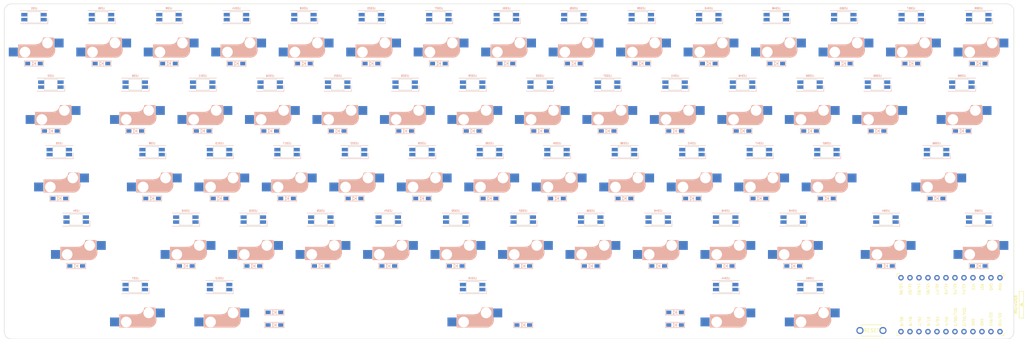
<source format=kicad_pcb>
(kicad_pcb (version 20171130) (host pcbnew "(5.1.9)-1")
  (title_block (title YUIOP64HH) (date 2021-01-26) (rev 1) (company KaoriYa))
  (layers (0 F.Cu signal) (31 B.Cu signal) (34 B.Paste user) (35 F.Paste user) (36 B.SilkS user) (37 F.SilkS user) (38 B.Mask user) (39 F.Mask user) (44 Edge.Cuts user))
  (net 0 "")
  (net 1 /ROW1)
  (net 2 "Net-(D1-Pad2)")
  (net 3 "Net-(D2-Pad2)")
  (net 4 "Net-(D3-Pad2)")
  (net 5 "Net-(D4-Pad2)")
  (net 6 "Net-(D5-Pad2)")
  (net 7 "Net-(D6-Pad2)")
  (net 8 "Net-(D7-Pad2)")
  (net 9 "Net-(D8-Pad2)")
  (net 10 "Net-(D9-Pad2)")
  (net 11 /ROW2)
  (net 12 "Net-(D10-Pad2)")
  (net 13 "Net-(D11-Pad2)")
  (net 14 "Net-(D12-Pad2)")
  (net 15 "Net-(D13-Pad2)")
  (net 16 "Net-(D14-Pad2)")
  (net 17 "Net-(D15-Pad2)")
  (net 18 "Net-(D16-Pad2)")
  (net 19 /ROW3)
  (net 20 "Net-(D17-Pad2)")
  (net 21 "Net-(D18-Pad2)")
  (net 22 "Net-(D19-Pad2)")
  (net 23 "Net-(D20-Pad2)")
  (net 24 "Net-(D21-Pad2)")
  (net 25 "Net-(D22-Pad2)")
  (net 26 "Net-(D23-Pad2)")
  (net 27 "Net-(D24-Pad2)")
  (net 28 /ROW4)
  (net 29 "Net-(D25-Pad2)")
  (net 30 "Net-(D26-Pad2)")
  (net 31 "Net-(D27-Pad2)")
  (net 32 "Net-(D28-Pad2)")
  (net 33 "Net-(D29-Pad2)")
  (net 34 "Net-(D30-Pad2)")
  (net 35 "Net-(D31-Pad2)")
  (net 36 "Net-(D32-Pad2)")
  (net 37 /ROW5)
  (net 38 "Net-(D33-Pad2)")
  (net 39 "Net-(D34-Pad2)")
  (net 40 "Net-(D35-Pad2)")
  (net 41 "Net-(D36-Pad2)")
  (net 42 "Net-(D37-Pad2)")
  (net 43 "Net-(D38-Pad2)")
  (net 44 "Net-(D39-Pad2)")
  (net 45 "Net-(D40-Pad2)")
  (net 46 /ROW6)
  (net 47 "Net-(D41-Pad2)")
  (net 48 "Net-(D42-Pad2)")
  (net 49 "Net-(D43-Pad2)")
  (net 50 "Net-(D44-Pad2)")
  (net 51 "Net-(D45-Pad2)")
  (net 52 "Net-(D46-Pad2)")
  (net 53 "Net-(D47-Pad2)")
  (net 54 "Net-(D48-Pad2)")
  (net 55 "Net-(D49-Pad2)")
  (net 56 /ROW7)
  (net 57 "Net-(D50-Pad2)")
  (net 58 "Net-(D51-Pad2)")
  (net 59 "Net-(D52-Pad2)")
  (net 60 "Net-(D53-Pad2)")
  (net 61 "Net-(D54-Pad2)")
  (net 62 "Net-(D55-Pad2)")
  (net 63 "Net-(D56-Pad2)")
  (net 64 "Net-(D57-Pad2)")
  (net 65 /ROW8)
  (net 66 "Net-(D58-Pad2)")
  (net 67 "Net-(D59-Pad2)")
  (net 68 "Net-(D60-Pad2)")
  (net 69 VCC)
  (net 70 /LED)
  (net 71 "Net-(LED1-Pad2)")
  (net 72 GND)
  (net 73 "Net-(LED2-Pad2)")
  (net 74 "Net-(LED3-Pad2)")
  (net 75 "Net-(LED4-Pad2)")
  (net 76 "Net-(LED5-Pad2)")
  (net 77 "Net-(LED6-Pad2)")
  (net 78 "Net-(LED7-Pad2)")
  (net 79 "Net-(LED16-Pad4)")
  (net 80 "Net-(LED17-Pad4)")
  (net 81 "Net-(LED10-Pad2)")
  (net 82 "Net-(LED10-Pad4)")
  (net 83 "Net-(LED11-Pad4)")
  (net 84 "Net-(LED12-Pad4)")
  (net 85 "Net-(LED13-Pad4)")
  (net 86 "Net-(LED14-Pad4)")
  (net 87 "Net-(LED15-Pad4)")
  (net 88 "Net-(LED17-Pad2)")
  (net 89 "Net-(LED18-Pad2)")
  (net 90 "Net-(LED19-Pad2)")
  (net 91 "Net-(LED20-Pad2)")
  (net 92 "Net-(LED21-Pad2)")
  (net 93 "Net-(LED22-Pad2)")
  (net 94 "Net-(LED23-Pad2)")
  (net 95 "Net-(LED24-Pad2)")
  (net 96 "Net-(LED25-Pad4)")
  (net 97 "Net-(LED25-Pad2)")
  (net 98 "Net-(LED26-Pad4)")
  (net 99 "Net-(LED27-Pad4)")
  (net 100 "Net-(LED28-Pad4)")
  (net 101 "Net-(LED29-Pad4)")
  (net 102 "Net-(LED30-Pad4)")
  (net 103 "Net-(LED31-Pad4)")
  (net 104 "Net-(LED33-Pad2)")
  (net 105 "Net-(LED34-Pad2)")
  (net 106 "Net-(LED35-Pad2)")
  (net 107 "Net-(LED36-Pad2)")
  (net 108 "Net-(LED37-Pad2)")
  (net 109 "Net-(LED38-Pad2)")
  (net 110 "Net-(LED39-Pad2)")
  (net 111 "Net-(LED40-Pad2)")
  (net 112 "Net-(LED41-Pad4)")
  (net 113 "Net-(LED41-Pad2)")
  (net 114 "Net-(LED42-Pad4)")
  (net 115 "Net-(LED43-Pad4)")
  (net 116 "Net-(LED44-Pad4)")
  (net 117 "Net-(LED45-Pad4)")
  (net 118 "Net-(LED46-Pad4)")
  (net 119 "Net-(LED47-Pad4)")
  (net 120 "Net-(LED49-Pad2)")
  (net 121 "Net-(LED50-Pad2)")
  (net 122 "Net-(LED51-Pad2)")
  (net 123 "Net-(LED52-Pad2)")
  (net 124 "Net-(LED53-Pad2)")
  (net 125 "Net-(LED54-Pad2)")
  (net 126 "Net-(LED55-Pad2)")
  (net 127 "Net-(LED56-Pad2)")
  (net 128 "Net-(LED57-Pad4)")
  (net 129 "/LEDs 60/DOUT")
  (net 130 "Net-(LED58-Pad4)")
  (net 131 "Net-(LED59-Pad4)")
  (net 132 /COL1)
  (net 133 /COL2)
  (net 134 /COL3)
  (net 135 /COL4)
  (net 136 /COL5)
  (net 137 /COL6)
  (net 138 /COL7)
  (net 139 /COL8)
  (net 140 /RST)
  (net 141 "Net-(U1-Pad2)")
  (net 142 "Net-(U1-Pad24)")
  (module yuiop:Cherry_MX_Stabilizer_6.0u (layer F.Cu) (at 198.826 183.96)
    (fp_text reference STB3 hide)
    (fp_text value Cherry_MX_Stabilizer_6.0u hide)
    (pad "" np_thru_hole circle (at -47.563 6.985 180) (size 3.048 3.048) (drill 3.048) (layers *.Cu *.Mask))
    (pad "" np_thru_hole circle (at -47.563 -8.255 180) (size 3.9878 3.9878) (drill 3.9878) (layers *.Cu *.Mask))
    (pad "" np_thru_hole circle (at 47.563 -8.255 180) (size 3.9878 3.9878) (drill 3.9878) (layers *.Cu *.Mask))
    (pad "" np_thru_hole circle (at 47.563 6.985 180) (size 3.048 3.048) (drill 3.048) (layers *.Cu *.Mask))
  )
  (module yuiop:Cherry_MX_Stabilizer (layer F.Cu) (at 86.9063 164.91 180)
    (fp_text reference STB2 hide)
    (fp_text value Cherry_MX_Stabilizer hide)
    (pad "" np_thru_hole circle (at -11.938 6.985) (size 3.048 3.048) (drill 3.048) (layers *.Cu *.Mask))
    (pad "" np_thru_hole circle (at -11.938 -8.255) (size 3.9878 3.9878) (drill 3.9878) (layers *.Cu *.Mask))
    (pad "" np_thru_hole circle (at 11.938 -8.255) (size 3.9878 3.9878) (drill 3.9878) (layers *.Cu *.Mask))
    (pad "" np_thru_hole circle (at 11.938 6.985) (size 3.048 3.048) (drill 3.048) (layers *.Cu *.Mask))
  )
  (module yuiop:Cherry_MX_Stabilizer (layer F.Cu) (at 329.795 145.86 180)
    (fp_text reference STB1 hide)
    (fp_text value Cherry_MX_Stabilizer hide)
    (pad "" np_thru_hole circle (at -11.938 6.985) (size 3.048 3.048) (drill 3.048) (layers *.Cu *.Mask))
    (pad "" np_thru_hole circle (at -11.938 -8.255) (size 3.9878 3.9878) (drill 3.9878) (layers *.Cu *.Mask))
    (pad "" np_thru_hole circle (at 11.938 -8.255) (size 3.9878 3.9878) (drill 3.9878) (layers *.Cu *.Mask))
    (pad "" np_thru_hole circle (at 11.938 6.985) (size 3.048 3.048) (drill 3.048) (layers *.Cu *.Mask))
  )
  (module yuiop:ResetSW_2_1side (layer F.Cu) (at 311.413 191.46)
    (fp_text reference SW_RST1 hide)
    (fp_text value SW_PUSH)
    (fp_text user RESET (at 0 0) (layer F.SilkS))
    (pad 2 thru_hole circle (at -3.25 0) (size 2 2) (drill 1.3) (layers *.Cu B.Mask) (net 72 GND))
    (pad 1 thru_hole circle (at 3.25 0) (size 2 2) (drill 1.3) (layers *.Cu B.Mask) (net 140 /RST))
  )
  (module yuiop:Board_GH60_blank (layer F.Cu) (at 209.113 146.56)
    (fp_text reference BOARD** hide)
    (fp_text value Board_GH60_blank hide)
    (fp_line (start -142.5 -45.3) (end -142.5 45.3) (layer Edge.Cuts) (width 0.12))
    (fp_line (start 140.5 -47.3) (end -140.5 -47.3) (layer Edge.Cuts) (width 0.12))
    (fp_line (start 142.5 45.3) (end 142.5 -45.3) (layer Edge.Cuts) (width 0.12))
    (fp_line (start -140.5 47.3) (end 140.5 47.3) (layer Edge.Cuts) (width 0.12))
    (fp_arc (start -140.5 45.3) (end -142.5 45.3) (angle -90) (layer Edge.Cuts) (width 0.12))
    (fp_arc (start 140.5 45.3) (end 140.5 47.3) (angle -90) (layer Edge.Cuts) (width 0.12))
    (fp_arc (start 140.5 -45.3) (end 142.5 -45.3) (angle -90) (layer Edge.Cuts) (width 0.12))
    (fp_arc (start -140.5 -45.3) (end -140.5 -47.3) (angle -90) (layer Edge.Cuts) (width 0.12))
  )
  (module yuiop:D3_SMD_v2_B (layer F.Cu) (at 75 116.09)
    (fp_text reference D1 hide)
    (fp_text value D hide)
    (pad 1 smd rect (at 1.775 0 180) (size 1.4 1) (layers B.Cu B.Paste B.Mask) (net 1 /ROW1))
    (pad 2 smd rect (at -1.775 0 180) (size 1.4 1) (layers B.Cu B.Paste B.Mask) (net 2 "Net-(D1-Pad2)"))
  )
  (module yuiop:D3_SMD_v2_B (layer F.Cu) (at 79.7625 135.14)
    (fp_text reference D2 hide)
    (fp_text value D hide)
    (pad 2 smd rect (at -1.775 0 180) (size 1.4 1) (layers B.Cu B.Paste B.Mask) (net 3 "Net-(D2-Pad2)"))
    (pad 1 smd rect (at 1.775 0 180) (size 1.4 1) (layers B.Cu B.Paste B.Mask) (net 1 /ROW1))
  )
  (module yuiop:D3_SMD_v2_B (layer F.Cu) (at 82.1438 154.19)
    (fp_text reference D3 hide)
    (fp_text value D hide)
    (pad 2 smd rect (at -1.775 0 180) (size 1.4 1) (layers B.Cu B.Paste B.Mask) (net 4 "Net-(D3-Pad2)"))
    (pad 1 smd rect (at 1.775 0 180) (size 1.4 1) (layers B.Cu B.Paste B.Mask) (net 1 /ROW1))
  )
  (module yuiop:D3_SMD_v2_B (layer F.Cu) (at 86.9062 173.24)
    (fp_text reference D4 hide)
    (fp_text value D hide)
    (pad 1 smd rect (at 1.775 0 180) (size 1.4 1) (layers B.Cu B.Paste B.Mask) (net 1 /ROW1))
    (pad 2 smd rect (at -1.775 0 180) (size 1.4 1) (layers B.Cu B.Paste B.Mask) (net 5 "Net-(D4-Pad2)"))
  )
  (module yuiop:D3_SMD_v2_B (layer F.Cu) (at 94.05 116.09)
    (fp_text reference D5 hide)
    (fp_text value D hide)
    (pad 2 smd rect (at -1.775 0 180) (size 1.4 1) (layers B.Cu B.Paste B.Mask) (net 6 "Net-(D5-Pad2)"))
    (pad 1 smd rect (at 1.775 0 180) (size 1.4 1) (layers B.Cu B.Paste B.Mask) (net 1 /ROW1))
  )
  (module yuiop:D3_SMD_v2_B (layer F.Cu) (at 103.575 135.14)
    (fp_text reference D6 hide)
    (fp_text value D hide)
    (pad 2 smd rect (at -1.775 0 180) (size 1.4 1) (layers B.Cu B.Paste B.Mask) (net 7 "Net-(D6-Pad2)"))
    (pad 1 smd rect (at 1.775 0 180) (size 1.4 1) (layers B.Cu B.Paste B.Mask) (net 1 /ROW1))
  )
  (module yuiop:D3_SMD_v2_B (layer F.Cu) (at 142.866 189.914)
    (fp_text reference D7 hide)
    (fp_text value D hide)
    (pad 1 smd rect (at 1.775 0 180) (size 1.4 1) (layers B.Cu B.Paste B.Mask) (net 1 /ROW1))
    (pad 2 smd rect (at -1.775 0 180) (size 1.4 1) (layers B.Cu B.Paste B.Mask) (net 8 "Net-(D7-Pad2)"))
  )
  (module yuiop:D3_SMD_v2_B (layer F.Cu) (at 108.338 154.19)
    (fp_text reference D8 hide)
    (fp_text value D hide)
    (pad 2 smd rect (at -1.775 0 180) (size 1.4 1) (layers B.Cu B.Paste B.Mask) (net 9 "Net-(D8-Pad2)"))
    (pad 1 smd rect (at 1.775 0 180) (size 1.4 1) (layers B.Cu B.Paste B.Mask) (net 1 /ROW1))
  )
  (module yuiop:D3_SMD_v2_B (layer F.Cu) (at 113.1 116.09)
    (fp_text reference D9 hide)
    (fp_text value D hide)
    (pad 2 smd rect (at -1.775 0 180) (size 1.4 1) (layers B.Cu B.Paste B.Mask) (net 10 "Net-(D9-Pad2)"))
    (pad 1 smd rect (at 1.775 0 180) (size 1.4 1) (layers B.Cu B.Paste B.Mask) (net 11 /ROW2))
  )
  (module yuiop:D3_SMD_v2_B (layer F.Cu) (at 117.862 173.24)
    (fp_text reference D10 hide)
    (fp_text value D hide)
    (pad 2 smd rect (at -1.775 0 180) (size 1.4 1) (layers B.Cu B.Paste B.Mask) (net 12 "Net-(D10-Pad2)"))
    (pad 1 smd rect (at 1.775 0 180) (size 1.4 1) (layers B.Cu B.Paste B.Mask) (net 11 /ROW2))
  )
  (module yuiop:D3_SMD_v2_B (layer F.Cu) (at 122.625 135.14)
    (fp_text reference D11 hide)
    (fp_text value D hide)
    (pad 1 smd rect (at 1.775 0 180) (size 1.4 1) (layers B.Cu B.Paste B.Mask) (net 11 /ROW2))
    (pad 2 smd rect (at -1.775 0 180) (size 1.4 1) (layers B.Cu B.Paste B.Mask) (net 13 "Net-(D11-Pad2)"))
  )
  (module yuiop:D3_SMD_v2_B (layer F.Cu) (at 142.866 186.342)
    (fp_text reference D12 hide)
    (fp_text value D hide)
    (pad 1 smd rect (at 1.775 0 180) (size 1.4 1) (layers B.Cu B.Paste B.Mask) (net 11 /ROW2))
    (pad 2 smd rect (at -1.775 0 180) (size 1.4 1) (layers B.Cu B.Paste B.Mask) (net 14 "Net-(D12-Pad2)"))
  )
  (module yuiop:D3_SMD_v2_B (layer F.Cu) (at 127.388 154.19)
    (fp_text reference D13 hide)
    (fp_text value D hide)
    (pad 1 smd rect (at 1.775 0 180) (size 1.4 1) (layers B.Cu B.Paste B.Mask) (net 11 /ROW2))
    (pad 2 smd rect (at -1.775 0 180) (size 1.4 1) (layers B.Cu B.Paste B.Mask) (net 15 "Net-(D13-Pad2)"))
  )
  (module yuiop:D3_SMD_v2_B (layer F.Cu) (at 132.15 116.09)
    (fp_text reference D14 hide)
    (fp_text value D hide)
    (pad 1 smd rect (at 1.775 0 180) (size 1.4 1) (layers B.Cu B.Paste B.Mask) (net 11 /ROW2))
    (pad 2 smd rect (at -1.775 0 180) (size 1.4 1) (layers B.Cu B.Paste B.Mask) (net 16 "Net-(D14-Pad2)"))
  )
  (module yuiop:D3_SMD_v2_B (layer F.Cu) (at 136.912 173.24)
    (fp_text reference D15 hide)
    (fp_text value D hide)
    (pad 1 smd rect (at 1.775 0 180) (size 1.4 1) (layers B.Cu B.Paste B.Mask) (net 11 /ROW2))
    (pad 2 smd rect (at -1.775 0 180) (size 1.4 1) (layers B.Cu B.Paste B.Mask) (net 17 "Net-(D15-Pad2)"))
  )
  (module yuiop:D3_SMD_v2_B (layer F.Cu) (at 141.675 135.14)
    (fp_text reference D16 hide)
    (fp_text value D hide)
    (pad 2 smd rect (at -1.775 0 180) (size 1.4 1) (layers B.Cu B.Paste B.Mask) (net 18 "Net-(D16-Pad2)"))
    (pad 1 smd rect (at 1.775 0 180) (size 1.4 1) (layers B.Cu B.Paste B.Mask) (net 11 /ROW2))
  )
  (module yuiop:D3_SMD_v2_B (layer F.Cu) (at 146.438 154.19)
    (fp_text reference D17 hide)
    (fp_text value D hide)
    (pad 1 smd rect (at 1.775 0 180) (size 1.4 1) (layers B.Cu B.Paste B.Mask) (net 19 /ROW3))
    (pad 2 smd rect (at -1.775 0 180) (size 1.4 1) (layers B.Cu B.Paste B.Mask) (net 20 "Net-(D17-Pad2)"))
  )
  (module yuiop:D3_SMD_v2_B (layer F.Cu) (at 151.2 116.09)
    (fp_text reference D18 hide)
    (fp_text value D hide)
    (pad 1 smd rect (at 1.775 0 180) (size 1.4 1) (layers B.Cu B.Paste B.Mask) (net 19 /ROW3))
    (pad 2 smd rect (at -1.775 0 180) (size 1.4 1) (layers B.Cu B.Paste B.Mask) (net 21 "Net-(D18-Pad2)"))
  )
  (module yuiop:D3_SMD_v2_B (layer F.Cu) (at 213.113 189.914)
    (fp_text reference D19 hide)
    (fp_text value D hide)
    (pad 2 smd rect (at -1.775 0 180) (size 1.4 1) (layers B.Cu B.Paste B.Mask) (net 22 "Net-(D19-Pad2)"))
    (pad 1 smd rect (at 1.775 0 180) (size 1.4 1) (layers B.Cu B.Paste B.Mask) (net 19 /ROW3))
  )
  (module yuiop:D3_SMD_v2_B (layer F.Cu) (at 155.962 173.24)
    (fp_text reference D20 hide)
    (fp_text value D hide)
    (pad 2 smd rect (at -1.775 0 180) (size 1.4 1) (layers B.Cu B.Paste B.Mask) (net 23 "Net-(D20-Pad2)"))
    (pad 1 smd rect (at 1.775 0 180) (size 1.4 1) (layers B.Cu B.Paste B.Mask) (net 19 /ROW3))
  )
  (module yuiop:D3_SMD_v2_B (layer F.Cu) (at 160.725 135.14)
    (fp_text reference D21 hide)
    (fp_text value D hide)
    (pad 1 smd rect (at 1.775 0 180) (size 1.4 1) (layers B.Cu B.Paste B.Mask) (net 19 /ROW3))
    (pad 2 smd rect (at -1.775 0 180) (size 1.4 1) (layers B.Cu B.Paste B.Mask) (net 24 "Net-(D21-Pad2)"))
  )
  (module yuiop:D3_SMD_v2_B (layer F.Cu) (at 165.488 154.19)
    (fp_text reference D22 hide)
    (fp_text value D hide)
    (pad 1 smd rect (at 1.775 0 180) (size 1.4 1) (layers B.Cu B.Paste B.Mask) (net 19 /ROW3))
    (pad 2 smd rect (at -1.775 0 180) (size 1.4 1) (layers B.Cu B.Paste B.Mask) (net 25 "Net-(D22-Pad2)"))
  )
  (module yuiop:D3_SMD_v2_B (layer F.Cu) (at 170.25 116.09)
    (fp_text reference D23 hide)
    (fp_text value D hide)
    (pad 2 smd rect (at -1.775 0 180) (size 1.4 1) (layers B.Cu B.Paste B.Mask) (net 26 "Net-(D23-Pad2)"))
    (pad 1 smd rect (at 1.775 0 180) (size 1.4 1) (layers B.Cu B.Paste B.Mask) (net 19 /ROW3))
  )
  (module yuiop:D3_SMD_v2_B (layer F.Cu) (at 175.012 173.24)
    (fp_text reference D24 hide)
    (fp_text value D hide)
    (pad 1 smd rect (at 1.775 0 180) (size 1.4 1) (layers B.Cu B.Paste B.Mask) (net 19 /ROW3))
    (pad 2 smd rect (at -1.775 0 180) (size 1.4 1) (layers B.Cu B.Paste B.Mask) (net 27 "Net-(D24-Pad2)"))
  )
  (module yuiop:D3_SMD_v2_B (layer F.Cu) (at 179.775 135.14)
    (fp_text reference D25 hide)
    (fp_text value D hide)
    (pad 1 smd rect (at 1.775 0 180) (size 1.4 1) (layers B.Cu B.Paste B.Mask) (net 28 /ROW4))
    (pad 2 smd rect (at -1.775 0 180) (size 1.4 1) (layers B.Cu B.Paste B.Mask) (net 29 "Net-(D25-Pad2)"))
  )
  (module yuiop:D3_SMD_v2_B (layer F.Cu) (at 184.538 154.19)
    (fp_text reference D26 hide)
    (fp_text value D hide)
    (pad 1 smd rect (at 1.775 0 180) (size 1.4 1) (layers B.Cu B.Paste B.Mask) (net 28 /ROW4))
    (pad 2 smd rect (at -1.775 0 180) (size 1.4 1) (layers B.Cu B.Paste B.Mask) (net 30 "Net-(D26-Pad2)"))
  )
  (module yuiop:D3_SMD_v2_B (layer F.Cu) (at 189.3 116.09)
    (fp_text reference D27 hide)
    (fp_text value D hide)
    (pad 1 smd rect (at 1.775 0 180) (size 1.4 1) (layers B.Cu B.Paste B.Mask) (net 28 /ROW4))
    (pad 2 smd rect (at -1.775 0 180) (size 1.4 1) (layers B.Cu B.Paste B.Mask) (net 31 "Net-(D27-Pad2)"))
  )
  (module yuiop:D3_SMD_v2_B (layer F.Cu) (at 194.062 173.24)
    (fp_text reference D28 hide)
    (fp_text value D hide)
    (pad 2 smd rect (at -1.775 0 180) (size 1.4 1) (layers B.Cu B.Paste B.Mask) (net 32 "Net-(D28-Pad2)"))
    (pad 1 smd rect (at 1.775 0 180) (size 1.4 1) (layers B.Cu B.Paste B.Mask) (net 28 /ROW4))
  )
  (module yuiop:D3_SMD_v2_B (layer F.Cu) (at 198.825 135.14)
    (fp_text reference D29 hide)
    (fp_text value D hide)
    (pad 2 smd rect (at -1.775 0 180) (size 1.4 1) (layers B.Cu B.Paste B.Mask) (net 33 "Net-(D29-Pad2)"))
    (pad 1 smd rect (at 1.775 0 180) (size 1.4 1) (layers B.Cu B.Paste B.Mask) (net 28 /ROW4))
  )
  (module yuiop:D3_SMD_v2_B (layer F.Cu) (at 203.588 154.19)
    (fp_text reference D30 hide)
    (fp_text value D hide)
    (pad 1 smd rect (at 1.775 0 180) (size 1.4 1) (layers B.Cu B.Paste B.Mask) (net 28 /ROW4))
    (pad 2 smd rect (at -1.775 0 180) (size 1.4 1) (layers B.Cu B.Paste B.Mask) (net 34 "Net-(D30-Pad2)"))
  )
  (module yuiop:D3_SMD_v2_B (layer F.Cu) (at 208.35 116.09)
    (fp_text reference D31 hide)
    (fp_text value D hide)
    (pad 1 smd rect (at 1.775 0 180) (size 1.4 1) (layers B.Cu B.Paste B.Mask) (net 28 /ROW4))
    (pad 2 smd rect (at -1.775 0 180) (size 1.4 1) (layers B.Cu B.Paste B.Mask) (net 35 "Net-(D31-Pad2)"))
  )
  (module yuiop:D3_SMD_v2_B (layer F.Cu) (at 213.112 173.24)
    (fp_text reference D32 hide)
    (fp_text value D hide)
    (pad 1 smd rect (at 1.775 0 180) (size 1.4 1) (layers B.Cu B.Paste B.Mask) (net 28 /ROW4))
    (pad 2 smd rect (at -1.775 0 180) (size 1.4 1) (layers B.Cu B.Paste B.Mask) (net 36 "Net-(D32-Pad2)"))
  )
  (module yuiop:D3_SMD_v2_B (layer F.Cu) (at 217.875 135.14)
    (fp_text reference D33 hide)
    (fp_text value D hide)
    (pad 1 smd rect (at 1.775 0 180) (size 1.4 1) (layers B.Cu B.Paste B.Mask) (net 37 /ROW5))
    (pad 2 smd rect (at -1.775 0 180) (size 1.4 1) (layers B.Cu B.Paste B.Mask) (net 38 "Net-(D33-Pad2)"))
  )
  (module yuiop:D3_SMD_v2_B (layer F.Cu) (at 222.638 154.19)
    (fp_text reference D34 hide)
    (fp_text value D hide)
    (pad 1 smd rect (at 1.775 0 180) (size 1.4 1) (layers B.Cu B.Paste B.Mask) (net 37 /ROW5))
    (pad 2 smd rect (at -1.775 0 180) (size 1.4 1) (layers B.Cu B.Paste B.Mask) (net 39 "Net-(D34-Pad2)"))
  )
  (module yuiop:D3_SMD_v2_B (layer F.Cu) (at 227.4 116.09)
    (fp_text reference D35 hide)
    (fp_text value D hide)
    (pad 2 smd rect (at -1.775 0 180) (size 1.4 1) (layers B.Cu B.Paste B.Mask) (net 40 "Net-(D35-Pad2)"))
    (pad 1 smd rect (at 1.775 0 180) (size 1.4 1) (layers B.Cu B.Paste B.Mask) (net 37 /ROW5))
  )
  (module yuiop:D3_SMD_v2_B (layer F.Cu) (at 232.162 173.24)
    (fp_text reference D36 hide)
    (fp_text value D hide)
    (pad 1 smd rect (at 1.775 0 180) (size 1.4 1) (layers B.Cu B.Paste B.Mask) (net 37 /ROW5))
    (pad 2 smd rect (at -1.775 0 180) (size 1.4 1) (layers B.Cu B.Paste B.Mask) (net 41 "Net-(D36-Pad2)"))
  )
  (module yuiop:D3_SMD_v2_B (layer F.Cu) (at 236.925 135.14)
    (fp_text reference D37 hide)
    (fp_text value D hide)
    (pad 1 smd rect (at 1.775 0 180) (size 1.4 1) (layers B.Cu B.Paste B.Mask) (net 37 /ROW5))
    (pad 2 smd rect (at -1.775 0 180) (size 1.4 1) (layers B.Cu B.Paste B.Mask) (net 42 "Net-(D37-Pad2)"))
  )
  (module yuiop:D3_SMD_v2_B (layer F.Cu) (at 241.688 154.19)
    (fp_text reference D38 hide)
    (fp_text value D hide)
    (pad 2 smd rect (at -1.775 0 180) (size 1.4 1) (layers B.Cu B.Paste B.Mask) (net 43 "Net-(D38-Pad2)"))
    (pad 1 smd rect (at 1.775 0 180) (size 1.4 1) (layers B.Cu B.Paste B.Mask) (net 37 /ROW5))
  )
  (module yuiop:D3_SMD_v2_B (layer F.Cu) (at 246.45 116.09)
    (fp_text reference D39 hide)
    (fp_text value D hide)
    (pad 2 smd rect (at -1.775 0 180) (size 1.4 1) (layers B.Cu B.Paste B.Mask) (net 44 "Net-(D39-Pad2)"))
    (pad 1 smd rect (at 1.775 0 180) (size 1.4 1) (layers B.Cu B.Paste B.Mask) (net 37 /ROW5))
  )
  (module yuiop:D3_SMD_v2_B (layer F.Cu) (at 251.212 173.24)
    (fp_text reference D40 hide)
    (fp_text value D hide)
    (pad 2 smd rect (at -1.775 0 180) (size 1.4 1) (layers B.Cu B.Paste B.Mask) (net 45 "Net-(D40-Pad2)"))
    (pad 1 smd rect (at 1.775 0 180) (size 1.4 1) (layers B.Cu B.Paste B.Mask) (net 37 /ROW5))
  )
  (module yuiop:D3_SMD_v2_B (layer F.Cu) (at 255.975 135.14)
    (fp_text reference D41 hide)
    (fp_text value D hide)
    (pad 1 smd rect (at 1.775 0 180) (size 1.4 1) (layers B.Cu B.Paste B.Mask) (net 46 /ROW6))
    (pad 2 smd rect (at -1.775 0 180) (size 1.4 1) (layers B.Cu B.Paste B.Mask) (net 47 "Net-(D41-Pad2)"))
  )
  (module yuiop:D3_SMD_v2_B (layer F.Cu) (at 260.738 154.19)
    (fp_text reference D42 hide)
    (fp_text value D hide)
    (pad 2 smd rect (at -1.775 0 180) (size 1.4 1) (layers B.Cu B.Paste B.Mask) (net 48 "Net-(D42-Pad2)"))
    (pad 1 smd rect (at 1.775 0 180) (size 1.4 1) (layers B.Cu B.Paste B.Mask) (net 46 /ROW6))
  )
  (module yuiop:D3_SMD_v2_B (layer F.Cu) (at 265.5 116.09)
    (fp_text reference D43 hide)
    (fp_text value D hide)
    (pad 2 smd rect (at -1.775 0 180) (size 1.4 1) (layers B.Cu B.Paste B.Mask) (net 49 "Net-(D43-Pad2)"))
    (pad 1 smd rect (at 1.775 0 180) (size 1.4 1) (layers B.Cu B.Paste B.Mask) (net 46 /ROW6))
  )
  (module yuiop:D3_SMD_v2_B (layer F.Cu) (at 255.976 186.342)
    (fp_text reference D44 hide)
    (fp_text value D hide)
    (pad 1 smd rect (at 1.775 0 180) (size 1.4 1) (layers B.Cu B.Paste B.Mask) (net 46 /ROW6))
    (pad 2 smd rect (at -1.775 0 180) (size 1.4 1) (layers B.Cu B.Paste B.Mask) (net 50 "Net-(D44-Pad2)"))
  )
  (module yuiop:D3_SMD_v2_B (layer F.Cu) (at 270.262 173.24)
    (fp_text reference D45 hide)
    (fp_text value D hide)
    (pad 2 smd rect (at -1.775 0 180) (size 1.4 1) (layers B.Cu B.Paste B.Mask) (net 51 "Net-(D45-Pad2)"))
    (pad 1 smd rect (at 1.775 0 180) (size 1.4 1) (layers B.Cu B.Paste B.Mask) (net 46 /ROW6))
  )
  (module yuiop:D3_SMD_v2_B (layer F.Cu) (at 275.025 135.14)
    (fp_text reference D46 hide)
    (fp_text value D hide)
    (pad 2 smd rect (at -1.775 0 180) (size 1.4 1) (layers B.Cu B.Paste B.Mask) (net 52 "Net-(D46-Pad2)"))
    (pad 1 smd rect (at 1.775 0 180) (size 1.4 1) (layers B.Cu B.Paste B.Mask) (net 46 /ROW6))
  )
  (module yuiop:D3_SMD_v2_B (layer F.Cu) (at 279.788 154.19)
    (fp_text reference D47 hide)
    (fp_text value D hide)
    (pad 1 smd rect (at 1.775 0 180) (size 1.4 1) (layers B.Cu B.Paste B.Mask) (net 46 /ROW6))
    (pad 2 smd rect (at -1.775 0 180) (size 1.4 1) (layers B.Cu B.Paste B.Mask) (net 53 "Net-(D47-Pad2)"))
  )
  (module yuiop:D3_SMD_v2_B (layer F.Cu) (at 284.55 116.09)
    (fp_text reference D48 hide)
    (fp_text value D hide)
    (pad 2 smd rect (at -1.775 0 180) (size 1.4 1) (layers B.Cu B.Paste B.Mask) (net 54 "Net-(D48-Pad2)"))
    (pad 1 smd rect (at 1.775 0 180) (size 1.4 1) (layers B.Cu B.Paste B.Mask) (net 46 /ROW6))
  )
  (module yuiop:D3_SMD_v2_B (layer F.Cu) (at 289.312 173.24)
    (fp_text reference D49 hide)
    (fp_text value D hide)
    (pad 2 smd rect (at -1.775 0 180) (size 1.4 1) (layers B.Cu B.Paste B.Mask) (net 55 "Net-(D49-Pad2)"))
    (pad 1 smd rect (at 1.775 0 180) (size 1.4 1) (layers B.Cu B.Paste B.Mask) (net 56 /ROW7))
  )
  (module yuiop:D3_SMD_v2_B (layer F.Cu) (at 294.075 135.14)
    (fp_text reference D50 hide)
    (fp_text value D hide)
    (pad 1 smd rect (at 1.775 0 180) (size 1.4 1) (layers B.Cu B.Paste B.Mask) (net 56 /ROW7))
    (pad 2 smd rect (at -1.775 0 180) (size 1.4 1) (layers B.Cu B.Paste B.Mask) (net 57 "Net-(D50-Pad2)"))
  )
  (module yuiop:D3_SMD_v2_B (layer F.Cu) (at 255.976 189.914)
    (fp_text reference D51 hide)
    (fp_text value D hide)
    (pad 2 smd rect (at -1.775 0 180) (size 1.4 1) (layers B.Cu B.Paste B.Mask) (net 58 "Net-(D51-Pad2)"))
    (pad 1 smd rect (at 1.775 0 180) (size 1.4 1) (layers B.Cu B.Paste B.Mask) (net 56 /ROW7))
  )
  (module yuiop:D3_SMD_v2_B (layer F.Cu) (at 298.838 154.19)
    (fp_text reference D52 hide)
    (fp_text value D hide)
    (pad 2 smd rect (at -1.775 0 180) (size 1.4 1) (layers B.Cu B.Paste B.Mask) (net 59 "Net-(D52-Pad2)"))
    (pad 1 smd rect (at 1.775 0 180) (size 1.4 1) (layers B.Cu B.Paste B.Mask) (net 56 /ROW7))
  )
  (module yuiop:D3_SMD_v2_B (layer F.Cu) (at 303.6 116.09)
    (fp_text reference D53 hide)
    (fp_text value D hide)
    (pad 1 smd rect (at 1.775 0 180) (size 1.4 1) (layers B.Cu B.Paste B.Mask) (net 56 /ROW7))
    (pad 2 smd rect (at -1.775 0 180) (size 1.4 1) (layers B.Cu B.Paste B.Mask) (net 60 "Net-(D53-Pad2)"))
  )
  (module yuiop:D3_SMD_v2_B (layer F.Cu) (at 315.506 173.24)
    (fp_text reference D54 hide)
    (fp_text value D hide)
    (pad 2 smd rect (at -1.775 0 180) (size 1.4 1) (layers B.Cu B.Paste B.Mask) (net 61 "Net-(D54-Pad2)"))
    (pad 1 smd rect (at 1.775 0 180) (size 1.4 1) (layers B.Cu B.Paste B.Mask) (net 56 /ROW7))
  )
  (module yuiop:D3_SMD_v2_B (layer F.Cu) (at 313.125 135.14)
    (fp_text reference D55 hide)
    (fp_text value D hide)
    (pad 1 smd rect (at 1.775 0 180) (size 1.4 1) (layers B.Cu B.Paste B.Mask) (net 56 /ROW7))
    (pad 2 smd rect (at -1.775 0 180) (size 1.4 1) (layers B.Cu B.Paste B.Mask) (net 62 "Net-(D55-Pad2)"))
  )
  (module yuiop:D3_SMD_v2_B (layer F.Cu) (at 329.794 154.19)
    (fp_text reference D56 hide)
    (fp_text value D hide)
    (pad 2 smd rect (at -1.775 0 180) (size 1.4 1) (layers B.Cu B.Paste B.Mask) (net 63 "Net-(D56-Pad2)"))
    (pad 1 smd rect (at 1.775 0 180) (size 1.4 1) (layers B.Cu B.Paste B.Mask) (net 56 /ROW7))
  )
  (module yuiop:D3_SMD_v2_B (layer F.Cu) (at 322.65 116.09)
    (fp_text reference D57 hide)
    (fp_text value D hide)
    (pad 2 smd rect (at -1.775 0 180) (size 1.4 1) (layers B.Cu B.Paste B.Mask) (net 64 "Net-(D57-Pad2)"))
    (pad 1 smd rect (at 1.775 0 180) (size 1.4 1) (layers B.Cu B.Paste B.Mask) (net 65 /ROW8))
  )
  (module yuiop:D3_SMD_v2_B (layer F.Cu) (at 336.938 135.14)
    (fp_text reference D58 hide)
    (fp_text value D hide)
    (pad 2 smd rect (at -1.775 0 180) (size 1.4 1) (layers B.Cu B.Paste B.Mask) (net 66 "Net-(D58-Pad2)"))
    (pad 1 smd rect (at 1.775 0 180) (size 1.4 1) (layers B.Cu B.Paste B.Mask) (net 65 /ROW8))
  )
  (module yuiop:D3_SMD_v2_B (layer F.Cu) (at 341.7 116.09)
    (fp_text reference D59 hide)
    (fp_text value D hide)
    (pad 1 smd rect (at 1.775 0 180) (size 1.4 1) (layers B.Cu B.Paste B.Mask) (net 65 /ROW8))
    (pad 2 smd rect (at -1.775 0 180) (size 1.4 1) (layers B.Cu B.Paste B.Mask) (net 67 "Net-(D59-Pad2)"))
  )
  (module yuiop:D3_SMD_v2_B (layer F.Cu) (at 341.7 173.24)
    (fp_text reference D60 hide)
    (fp_text value D hide)
    (pad 2 smd rect (at -1.775 0 180) (size 1.4 1) (layers B.Cu B.Paste B.Mask) (net 68 "Net-(D60-Pad2)"))
    (pad 1 smd rect (at 1.775 0 180) (size 1.4 1) (layers B.Cu B.Paste B.Mask) (net 65 /ROW8))
  )
  (module yuiop:SK6812MINI-E_B (layer F.Cu) (at 75 103)
    (fp_text reference LED1 (at 0 -2.5 180) (layer B.SilkS) (effects (font (size 0.5 0.5) (thickness 0.125)) (justify mirror)))
    (fp_text value YS-SK6812MINI-E hide)
    (fp_line (start 1.8 1.55) (end -1.8 1.55) (layer Edge.Cuts) (width 0.12))
    (fp_line (start -1.8 1.55) (end -1.8 -1.55) (layer Edge.Cuts) (width 0.12))
    (fp_line (start -1.8 -1.55) (end 1.8 -1.55) (layer Edge.Cuts) (width 0.12))
    (fp_line (start 1.8 -1.55) (end 1.8 1.55) (layer Edge.Cuts) (width 0.12))
    (pad 3 smd rect (at 2.75 0.7 180) (size 1.7 1) (layers B.Cu B.Paste B.Mask) (net 72 GND))
    (pad 4 smd rect (at 2.75 -0.7 180) (size 1.7 1) (layers B.Cu B.Paste B.Mask) (net 70 /LED))
    (pad 2 smd rect (at -2.75 0.7 180) (size 1.7 1) (layers B.Cu B.Paste B.Mask) (net 71 "Net-(LED1-Pad2)"))
    (pad 1 smd rect (at -2.75 -0.7 180) (size 1.7 1) (layers B.Cu B.Paste B.Mask) (net 69 VCC))
  )
  (module yuiop:SK6812MINI-E_B (layer F.Cu) (at 79.7625 122.05)
    (fp_text reference LED2 (at 0 -2.5 180) (layer B.SilkS) (effects (font (size 0.5 0.5) (thickness 0.125)) (justify mirror)))
    (fp_text value YS-SK6812MINI-E hide)
    (fp_line (start 1.8 -1.55) (end 1.8 1.55) (layer Edge.Cuts) (width 0.12))
    (fp_line (start -1.8 -1.55) (end 1.8 -1.55) (layer Edge.Cuts) (width 0.12))
    (fp_line (start -1.8 1.55) (end -1.8 -1.55) (layer Edge.Cuts) (width 0.12))
    (fp_line (start 1.8 1.55) (end -1.8 1.55) (layer Edge.Cuts) (width 0.12))
    (pad 1 smd rect (at -2.75 -0.7 180) (size 1.7 1) (layers B.Cu B.Paste B.Mask) (net 69 VCC))
    (pad 2 smd rect (at -2.75 0.7 180) (size 1.7 1) (layers B.Cu B.Paste B.Mask) (net 73 "Net-(LED2-Pad2)"))
    (pad 4 smd rect (at 2.75 -0.7 180) (size 1.7 1) (layers B.Cu B.Paste B.Mask) (net 71 "Net-(LED1-Pad2)"))
    (pad 3 smd rect (at 2.75 0.7 180) (size 1.7 1) (layers B.Cu B.Paste B.Mask) (net 72 GND))
  )
  (module yuiop:SK6812MINI-E_B (layer F.Cu) (at 82.1438 141.1)
    (fp_text reference LED3 (at 0 -2.5 180) (layer B.SilkS) (effects (font (size 0.5 0.5) (thickness 0.125)) (justify mirror)))
    (fp_text value YS-SK6812MINI-E hide)
    (fp_line (start 1.8 1.55) (end -1.8 1.55) (layer Edge.Cuts) (width 0.12))
    (fp_line (start -1.8 1.55) (end -1.8 -1.55) (layer Edge.Cuts) (width 0.12))
    (fp_line (start -1.8 -1.55) (end 1.8 -1.55) (layer Edge.Cuts) (width 0.12))
    (fp_line (start 1.8 -1.55) (end 1.8 1.55) (layer Edge.Cuts) (width 0.12))
    (pad 3 smd rect (at 2.75 0.7 180) (size 1.7 1) (layers B.Cu B.Paste B.Mask) (net 72 GND))
    (pad 4 smd rect (at 2.75 -0.7 180) (size 1.7 1) (layers B.Cu B.Paste B.Mask) (net 73 "Net-(LED2-Pad2)"))
    (pad 2 smd rect (at -2.75 0.7 180) (size 1.7 1) (layers B.Cu B.Paste B.Mask) (net 74 "Net-(LED3-Pad2)"))
    (pad 1 smd rect (at -2.75 -0.7 180) (size 1.7 1) (layers B.Cu B.Paste B.Mask) (net 69 VCC))
  )
  (module yuiop:SK6812MINI-E_B (layer F.Cu) (at 86.9062 160.15)
    (fp_text reference LED4 (at 0 -2.5 180) (layer B.SilkS) (effects (font (size 0.5 0.5) (thickness 0.125)) (justify mirror)))
    (fp_text value YS-SK6812MINI-E hide)
    (fp_line (start 1.8 -1.55) (end 1.8 1.55) (layer Edge.Cuts) (width 0.12))
    (fp_line (start -1.8 -1.55) (end 1.8 -1.55) (layer Edge.Cuts) (width 0.12))
    (fp_line (start -1.8 1.55) (end -1.8 -1.55) (layer Edge.Cuts) (width 0.12))
    (fp_line (start 1.8 1.55) (end -1.8 1.55) (layer Edge.Cuts) (width 0.12))
    (pad 1 smd rect (at -2.75 -0.7 180) (size 1.7 1) (layers B.Cu B.Paste B.Mask) (net 69 VCC))
    (pad 2 smd rect (at -2.75 0.7 180) (size 1.7 1) (layers B.Cu B.Paste B.Mask) (net 75 "Net-(LED4-Pad2)"))
    (pad 4 smd rect (at 2.75 -0.7 180) (size 1.7 1) (layers B.Cu B.Paste B.Mask) (net 74 "Net-(LED3-Pad2)"))
    (pad 3 smd rect (at 2.75 0.7 180) (size 1.7 1) (layers B.Cu B.Paste B.Mask) (net 72 GND))
  )
  (module yuiop:SK6812MINI-E_B (layer F.Cu) (at 94.05 103)
    (fp_text reference LED5 (at 0 -2.5 180) (layer B.SilkS) (effects (font (size 0.5 0.5) (thickness 0.125)) (justify mirror)))
    (fp_text value YS-SK6812MINI-E hide)
    (fp_line (start 1.8 1.55) (end -1.8 1.55) (layer Edge.Cuts) (width 0.12))
    (fp_line (start -1.8 1.55) (end -1.8 -1.55) (layer Edge.Cuts) (width 0.12))
    (fp_line (start -1.8 -1.55) (end 1.8 -1.55) (layer Edge.Cuts) (width 0.12))
    (fp_line (start 1.8 -1.55) (end 1.8 1.55) (layer Edge.Cuts) (width 0.12))
    (pad 3 smd rect (at 2.75 0.7 180) (size 1.7 1) (layers B.Cu B.Paste B.Mask) (net 72 GND))
    (pad 4 smd rect (at 2.75 -0.7 180) (size 1.7 1) (layers B.Cu B.Paste B.Mask) (net 75 "Net-(LED4-Pad2)"))
    (pad 2 smd rect (at -2.75 0.7 180) (size 1.7 1) (layers B.Cu B.Paste B.Mask) (net 76 "Net-(LED5-Pad2)"))
    (pad 1 smd rect (at -2.75 -0.7 180) (size 1.7 1) (layers B.Cu B.Paste B.Mask) (net 69 VCC))
  )
  (module yuiop:SK6812MINI-E_B (layer F.Cu) (at 103.575 122.05)
    (fp_text reference LED6 (at 0 -2.5 180) (layer B.SilkS) (effects (font (size 0.5 0.5) (thickness 0.125)) (justify mirror)))
    (fp_text value YS-SK6812MINI-E hide)
    (fp_line (start 1.8 -1.55) (end 1.8 1.55) (layer Edge.Cuts) (width 0.12))
    (fp_line (start -1.8 -1.55) (end 1.8 -1.55) (layer Edge.Cuts) (width 0.12))
    (fp_line (start -1.8 1.55) (end -1.8 -1.55) (layer Edge.Cuts) (width 0.12))
    (fp_line (start 1.8 1.55) (end -1.8 1.55) (layer Edge.Cuts) (width 0.12))
    (pad 1 smd rect (at -2.75 -0.7 180) (size 1.7 1) (layers B.Cu B.Paste B.Mask) (net 69 VCC))
    (pad 2 smd rect (at -2.75 0.7 180) (size 1.7 1) (layers B.Cu B.Paste B.Mask) (net 77 "Net-(LED6-Pad2)"))
    (pad 4 smd rect (at 2.75 -0.7 180) (size 1.7 1) (layers B.Cu B.Paste B.Mask) (net 76 "Net-(LED5-Pad2)"))
    (pad 3 smd rect (at 2.75 0.7 180) (size 1.7 1) (layers B.Cu B.Paste B.Mask) (net 72 GND))
  )
  (module yuiop:SK6812MINI-E_B (layer F.Cu) (at 103.575 179.2)
    (fp_text reference LED7 (at 0 -2.5 180) (layer B.SilkS) (effects (font (size 0.5 0.5) (thickness 0.125)) (justify mirror)))
    (fp_text value YS-SK6812MINI-E hide)
    (fp_line (start 1.8 1.55) (end -1.8 1.55) (layer Edge.Cuts) (width 0.12))
    (fp_line (start -1.8 1.55) (end -1.8 -1.55) (layer Edge.Cuts) (width 0.12))
    (fp_line (start -1.8 -1.55) (end 1.8 -1.55) (layer Edge.Cuts) (width 0.12))
    (fp_line (start 1.8 -1.55) (end 1.8 1.55) (layer Edge.Cuts) (width 0.12))
    (pad 3 smd rect (at 2.75 0.7 180) (size 1.7 1) (layers B.Cu B.Paste B.Mask) (net 72 GND))
    (pad 4 smd rect (at 2.75 -0.7 180) (size 1.7 1) (layers B.Cu B.Paste B.Mask) (net 77 "Net-(LED6-Pad2)"))
    (pad 2 smd rect (at -2.75 0.7 180) (size 1.7 1) (layers B.Cu B.Paste B.Mask) (net 78 "Net-(LED7-Pad2)"))
    (pad 1 smd rect (at -2.75 -0.7 180) (size 1.7 1) (layers B.Cu B.Paste B.Mask) (net 69 VCC))
  )
  (module yuiop:SK6812MINI-E_B (layer F.Cu) (at 108.338 141.1)
    (fp_text reference LED8 (at 0 -2.5 180) (layer B.SilkS) (effects (font (size 0.5 0.5) (thickness 0.125)) (justify mirror)))
    (fp_text value YS-SK6812MINI-E hide)
    (fp_line (start 1.8 -1.55) (end 1.8 1.55) (layer Edge.Cuts) (width 0.12))
    (fp_line (start -1.8 -1.55) (end 1.8 -1.55) (layer Edge.Cuts) (width 0.12))
    (fp_line (start -1.8 1.55) (end -1.8 -1.55) (layer Edge.Cuts) (width 0.12))
    (fp_line (start 1.8 1.55) (end -1.8 1.55) (layer Edge.Cuts) (width 0.12))
    (pad 1 smd rect (at -2.75 -0.7 180) (size 1.7 1) (layers B.Cu B.Paste B.Mask) (net 69 VCC))
    (pad 2 smd rect (at -2.75 0.7 180) (size 1.7 1) (layers B.Cu B.Paste B.Mask) (net 79 "Net-(LED16-Pad4)"))
    (pad 4 smd rect (at 2.75 -0.7 180) (size 1.7 1) (layers B.Cu B.Paste B.Mask) (net 78 "Net-(LED7-Pad2)"))
    (pad 3 smd rect (at 2.75 0.7 180) (size 1.7 1) (layers B.Cu B.Paste B.Mask) (net 72 GND))
  )
  (module yuiop:SK6812MINI-E_B (layer F.Cu) (at 113.1 103)
    (fp_text reference LED9 (at 0 -2.5 180) (layer B.SilkS) (effects (font (size 0.5 0.5) (thickness 0.125)) (justify mirror)))
    (fp_text value YS-SK6812MINI-E hide)
    (fp_line (start 1.8 -1.55) (end 1.8 1.55) (layer Edge.Cuts) (width 0.12))
    (fp_line (start -1.8 -1.55) (end 1.8 -1.55) (layer Edge.Cuts) (width 0.12))
    (fp_line (start -1.8 1.55) (end -1.8 -1.55) (layer Edge.Cuts) (width 0.12))
    (fp_line (start 1.8 1.55) (end -1.8 1.55) (layer Edge.Cuts) (width 0.12))
    (pad 1 smd rect (at -2.75 -0.7 180) (size 1.7 1) (layers B.Cu B.Paste B.Mask) (net 69 VCC))
    (pad 2 smd rect (at -2.75 0.7 180) (size 1.7 1) (layers B.Cu B.Paste B.Mask) (net 80 "Net-(LED17-Pad4)"))
    (pad 4 smd rect (at 2.75 -0.7 180) (size 1.7 1) (layers B.Cu B.Paste B.Mask) (net 81 "Net-(LED10-Pad2)"))
    (pad 3 smd rect (at 2.75 0.7 180) (size 1.7 1) (layers B.Cu B.Paste B.Mask) (net 72 GND))
  )
  (module yuiop:SK6812MINI-E_B (layer F.Cu) (at 117.862 160.15)
    (fp_text reference LED10 (at 0 -2.5 180) (layer B.SilkS) (effects (font (size 0.5 0.5) (thickness 0.125)) (justify mirror)))
    (fp_text value YS-SK6812MINI-E hide)
    (fp_line (start 1.8 1.55) (end -1.8 1.55) (layer Edge.Cuts) (width 0.12))
    (fp_line (start -1.8 1.55) (end -1.8 -1.55) (layer Edge.Cuts) (width 0.12))
    (fp_line (start -1.8 -1.55) (end 1.8 -1.55) (layer Edge.Cuts) (width 0.12))
    (fp_line (start 1.8 -1.55) (end 1.8 1.55) (layer Edge.Cuts) (width 0.12))
    (pad 3 smd rect (at 2.75 0.7 180) (size 1.7 1) (layers B.Cu B.Paste B.Mask) (net 72 GND))
    (pad 4 smd rect (at 2.75 -0.7 180) (size 1.7 1) (layers B.Cu B.Paste B.Mask) (net 82 "Net-(LED10-Pad4)"))
    (pad 2 smd rect (at -2.75 0.7 180) (size 1.7 1) (layers B.Cu B.Paste B.Mask) (net 81 "Net-(LED10-Pad2)"))
    (pad 1 smd rect (at -2.75 -0.7 180) (size 1.7 1) (layers B.Cu B.Paste B.Mask) (net 69 VCC))
  )
  (module yuiop:SK6812MINI-E_B (layer F.Cu) (at 122.625 122.05)
    (fp_text reference LED11 (at 0 -2.5 180) (layer B.SilkS) (effects (font (size 0.5 0.5) (thickness 0.125)) (justify mirror)))
    (fp_text value YS-SK6812MINI-E hide)
    (fp_line (start 1.8 -1.55) (end 1.8 1.55) (layer Edge.Cuts) (width 0.12))
    (fp_line (start -1.8 -1.55) (end 1.8 -1.55) (layer Edge.Cuts) (width 0.12))
    (fp_line (start -1.8 1.55) (end -1.8 -1.55) (layer Edge.Cuts) (width 0.12))
    (fp_line (start 1.8 1.55) (end -1.8 1.55) (layer Edge.Cuts) (width 0.12))
    (pad 1 smd rect (at -2.75 -0.7 180) (size 1.7 1) (layers B.Cu B.Paste B.Mask) (net 69 VCC))
    (pad 2 smd rect (at -2.75 0.7 180) (size 1.7 1) (layers B.Cu B.Paste B.Mask) (net 82 "Net-(LED10-Pad4)"))
    (pad 4 smd rect (at 2.75 -0.7 180) (size 1.7 1) (layers B.Cu B.Paste B.Mask) (net 83 "Net-(LED11-Pad4)"))
    (pad 3 smd rect (at 2.75 0.7 180) (size 1.7 1) (layers B.Cu B.Paste B.Mask) (net 72 GND))
  )
  (module yuiop:SK6812MINI-E_B (layer F.Cu) (at 127.388 179.2)
    (fp_text reference LED12 (at 0 -2.5 180) (layer B.SilkS) (effects (font (size 0.5 0.5) (thickness 0.125)) (justify mirror)))
    (fp_text value YS-SK6812MINI-E hide)
    (fp_line (start 1.8 1.55) (end -1.8 1.55) (layer Edge.Cuts) (width 0.12))
    (fp_line (start -1.8 1.55) (end -1.8 -1.55) (layer Edge.Cuts) (width 0.12))
    (fp_line (start -1.8 -1.55) (end 1.8 -1.55) (layer Edge.Cuts) (width 0.12))
    (fp_line (start 1.8 -1.55) (end 1.8 1.55) (layer Edge.Cuts) (width 0.12))
    (pad 3 smd rect (at 2.75 0.7 180) (size 1.7 1) (layers B.Cu B.Paste B.Mask) (net 72 GND))
    (pad 4 smd rect (at 2.75 -0.7 180) (size 1.7 1) (layers B.Cu B.Paste B.Mask) (net 84 "Net-(LED12-Pad4)"))
    (pad 2 smd rect (at -2.75 0.7 180) (size 1.7 1) (layers B.Cu B.Paste B.Mask) (net 83 "Net-(LED11-Pad4)"))
    (pad 1 smd rect (at -2.75 -0.7 180) (size 1.7 1) (layers B.Cu B.Paste B.Mask) (net 69 VCC))
  )
  (module yuiop:SK6812MINI-E_B (layer F.Cu) (at 127.388 141.1)
    (fp_text reference LED13 (at 0 -2.5 180) (layer B.SilkS) (effects (font (size 0.5 0.5) (thickness 0.125)) (justify mirror)))
    (fp_text value YS-SK6812MINI-E hide)
    (fp_line (start 1.8 -1.55) (end 1.8 1.55) (layer Edge.Cuts) (width 0.12))
    (fp_line (start -1.8 -1.55) (end 1.8 -1.55) (layer Edge.Cuts) (width 0.12))
    (fp_line (start -1.8 1.55) (end -1.8 -1.55) (layer Edge.Cuts) (width 0.12))
    (fp_line (start 1.8 1.55) (end -1.8 1.55) (layer Edge.Cuts) (width 0.12))
    (pad 1 smd rect (at -2.75 -0.7 180) (size 1.7 1) (layers B.Cu B.Paste B.Mask) (net 69 VCC))
    (pad 2 smd rect (at -2.75 0.7 180) (size 1.7 1) (layers B.Cu B.Paste B.Mask) (net 84 "Net-(LED12-Pad4)"))
    (pad 4 smd rect (at 2.75 -0.7 180) (size 1.7 1) (layers B.Cu B.Paste B.Mask) (net 85 "Net-(LED13-Pad4)"))
    (pad 3 smd rect (at 2.75 0.7 180) (size 1.7 1) (layers B.Cu B.Paste B.Mask) (net 72 GND))
  )
  (module yuiop:SK6812MINI-E_B (layer F.Cu) (at 132.15 103)
    (fp_text reference LED14 (at 0 -2.5 180) (layer B.SilkS) (effects (font (size 0.5 0.5) (thickness 0.125)) (justify mirror)))
    (fp_text value YS-SK6812MINI-E hide)
    (fp_line (start 1.8 1.55) (end -1.8 1.55) (layer Edge.Cuts) (width 0.12))
    (fp_line (start -1.8 1.55) (end -1.8 -1.55) (layer Edge.Cuts) (width 0.12))
    (fp_line (start -1.8 -1.55) (end 1.8 -1.55) (layer Edge.Cuts) (width 0.12))
    (fp_line (start 1.8 -1.55) (end 1.8 1.55) (layer Edge.Cuts) (width 0.12))
    (pad 3 smd rect (at 2.75 0.7 180) (size 1.7 1) (layers B.Cu B.Paste B.Mask) (net 72 GND))
    (pad 4 smd rect (at 2.75 -0.7 180) (size 1.7 1) (layers B.Cu B.Paste B.Mask) (net 86 "Net-(LED14-Pad4)"))
    (pad 2 smd rect (at -2.75 0.7 180) (size 1.7 1) (layers B.Cu B.Paste B.Mask) (net 85 "Net-(LED13-Pad4)"))
    (pad 1 smd rect (at -2.75 -0.7 180) (size 1.7 1) (layers B.Cu B.Paste B.Mask) (net 69 VCC))
  )
  (module yuiop:SK6812MINI-E_B (layer F.Cu) (at 136.912 160.15)
    (fp_text reference LED15 (at 0 -2.5 180) (layer B.SilkS) (effects (font (size 0.5 0.5) (thickness 0.125)) (justify mirror)))
    (fp_text value YS-SK6812MINI-E hide)
    (fp_line (start 1.8 -1.55) (end 1.8 1.55) (layer Edge.Cuts) (width 0.12))
    (fp_line (start -1.8 -1.55) (end 1.8 -1.55) (layer Edge.Cuts) (width 0.12))
    (fp_line (start -1.8 1.55) (end -1.8 -1.55) (layer Edge.Cuts) (width 0.12))
    (fp_line (start 1.8 1.55) (end -1.8 1.55) (layer Edge.Cuts) (width 0.12))
    (pad 1 smd rect (at -2.75 -0.7 180) (size 1.7 1) (layers B.Cu B.Paste B.Mask) (net 69 VCC))
    (pad 2 smd rect (at -2.75 0.7 180) (size 1.7 1) (layers B.Cu B.Paste B.Mask) (net 86 "Net-(LED14-Pad4)"))
    (pad 4 smd rect (at 2.75 -0.7 180) (size 1.7 1) (layers B.Cu B.Paste B.Mask) (net 87 "Net-(LED15-Pad4)"))
    (pad 3 smd rect (at 2.75 0.7 180) (size 1.7 1) (layers B.Cu B.Paste B.Mask) (net 72 GND))
  )
  (module yuiop:SK6812MINI-E_B (layer F.Cu) (at 141.675 122.05)
    (fp_text reference LED16 (at 0 -2.5 180) (layer B.SilkS) (effects (font (size 0.5 0.5) (thickness 0.125)) (justify mirror)))
    (fp_text value YS-SK6812MINI-E hide)
    (fp_line (start 1.8 1.55) (end -1.8 1.55) (layer Edge.Cuts) (width 0.12))
    (fp_line (start -1.8 1.55) (end -1.8 -1.55) (layer Edge.Cuts) (width 0.12))
    (fp_line (start -1.8 -1.55) (end 1.8 -1.55) (layer Edge.Cuts) (width 0.12))
    (fp_line (start 1.8 -1.55) (end 1.8 1.55) (layer Edge.Cuts) (width 0.12))
    (pad 3 smd rect (at 2.75 0.7 180) (size 1.7 1) (layers B.Cu B.Paste B.Mask) (net 72 GND))
    (pad 4 smd rect (at 2.75 -0.7 180) (size 1.7 1) (layers B.Cu B.Paste B.Mask) (net 79 "Net-(LED16-Pad4)"))
    (pad 2 smd rect (at -2.75 0.7 180) (size 1.7 1) (layers B.Cu B.Paste B.Mask) (net 87 "Net-(LED15-Pad4)"))
    (pad 1 smd rect (at -2.75 -0.7 180) (size 1.7 1) (layers B.Cu B.Paste B.Mask) (net 69 VCC))
  )
  (module yuiop:SK6812MINI-E_B (layer F.Cu) (at 146.438 141.1)
    (fp_text reference LED17 (at 0 -2.5 180) (layer B.SilkS) (effects (font (size 0.5 0.5) (thickness 0.125)) (justify mirror)))
    (fp_text value YS-SK6812MINI-E hide)
    (fp_line (start 1.8 1.55) (end -1.8 1.55) (layer Edge.Cuts) (width 0.12))
    (fp_line (start -1.8 1.55) (end -1.8 -1.55) (layer Edge.Cuts) (width 0.12))
    (fp_line (start -1.8 -1.55) (end 1.8 -1.55) (layer Edge.Cuts) (width 0.12))
    (fp_line (start 1.8 -1.55) (end 1.8 1.55) (layer Edge.Cuts) (width 0.12))
    (pad 3 smd rect (at 2.75 0.7 180) (size 1.7 1) (layers B.Cu B.Paste B.Mask) (net 72 GND))
    (pad 4 smd rect (at 2.75 -0.7 180) (size 1.7 1) (layers B.Cu B.Paste B.Mask) (net 80 "Net-(LED17-Pad4)"))
    (pad 2 smd rect (at -2.75 0.7 180) (size 1.7 1) (layers B.Cu B.Paste B.Mask) (net 88 "Net-(LED17-Pad2)"))
    (pad 1 smd rect (at -2.75 -0.7 180) (size 1.7 1) (layers B.Cu B.Paste B.Mask) (net 69 VCC))
  )
  (module yuiop:SK6812MINI-E_B (layer F.Cu) (at 151.2 103)
    (fp_text reference LED18 (at 0 -2.5 180) (layer B.SilkS) (effects (font (size 0.5 0.5) (thickness 0.125)) (justify mirror)))
    (fp_text value YS-SK6812MINI-E hide)
    (fp_line (start 1.8 -1.55) (end 1.8 1.55) (layer Edge.Cuts) (width 0.12))
    (fp_line (start -1.8 -1.55) (end 1.8 -1.55) (layer Edge.Cuts) (width 0.12))
    (fp_line (start -1.8 1.55) (end -1.8 -1.55) (layer Edge.Cuts) (width 0.12))
    (fp_line (start 1.8 1.55) (end -1.8 1.55) (layer Edge.Cuts) (width 0.12))
    (pad 1 smd rect (at -2.75 -0.7 180) (size 1.7 1) (layers B.Cu B.Paste B.Mask) (net 69 VCC))
    (pad 2 smd rect (at -2.75 0.7 180) (size 1.7 1) (layers B.Cu B.Paste B.Mask) (net 89 "Net-(LED18-Pad2)"))
    (pad 4 smd rect (at 2.75 -0.7 180) (size 1.7 1) (layers B.Cu B.Paste B.Mask) (net 88 "Net-(LED17-Pad2)"))
    (pad 3 smd rect (at 2.75 0.7 180) (size 1.7 1) (layers B.Cu B.Paste B.Mask) (net 72 GND))
  )
  (module yuiop:SK6812MINI-E_B (layer F.Cu) (at 198.825 179.2)
    (fp_text reference LED19 (at 0 -2.5 180) (layer B.SilkS) (effects (font (size 0.5 0.5) (thickness 0.125)) (justify mirror)))
    (fp_text value YS-SK6812MINI-E hide)
    (fp_line (start 1.8 1.55) (end -1.8 1.55) (layer Edge.Cuts) (width 0.12))
    (fp_line (start -1.8 1.55) (end -1.8 -1.55) (layer Edge.Cuts) (width 0.12))
    (fp_line (start -1.8 -1.55) (end 1.8 -1.55) (layer Edge.Cuts) (width 0.12))
    (fp_line (start 1.8 -1.55) (end 1.8 1.55) (layer Edge.Cuts) (width 0.12))
    (pad 3 smd rect (at 2.75 0.7 180) (size 1.7 1) (layers B.Cu B.Paste B.Mask) (net 72 GND))
    (pad 4 smd rect (at 2.75 -0.7 180) (size 1.7 1) (layers B.Cu B.Paste B.Mask) (net 89 "Net-(LED18-Pad2)"))
    (pad 2 smd rect (at -2.75 0.7 180) (size 1.7 1) (layers B.Cu B.Paste B.Mask) (net 90 "Net-(LED19-Pad2)"))
    (pad 1 smd rect (at -2.75 -0.7 180) (size 1.7 1) (layers B.Cu B.Paste B.Mask) (net 69 VCC))
  )
  (module yuiop:SK6812MINI-E_B (layer F.Cu) (at 155.962 160.15)
    (fp_text reference LED20 (at 0 -2.5 180) (layer B.SilkS) (effects (font (size 0.5 0.5) (thickness 0.125)) (justify mirror)))
    (fp_text value YS-SK6812MINI-E hide)
    (fp_line (start 1.8 -1.55) (end 1.8 1.55) (layer Edge.Cuts) (width 0.12))
    (fp_line (start -1.8 -1.55) (end 1.8 -1.55) (layer Edge.Cuts) (width 0.12))
    (fp_line (start -1.8 1.55) (end -1.8 -1.55) (layer Edge.Cuts) (width 0.12))
    (fp_line (start 1.8 1.55) (end -1.8 1.55) (layer Edge.Cuts) (width 0.12))
    (pad 1 smd rect (at -2.75 -0.7 180) (size 1.7 1) (layers B.Cu B.Paste B.Mask) (net 69 VCC))
    (pad 2 smd rect (at -2.75 0.7 180) (size 1.7 1) (layers B.Cu B.Paste B.Mask) (net 91 "Net-(LED20-Pad2)"))
    (pad 4 smd rect (at 2.75 -0.7 180) (size 1.7 1) (layers B.Cu B.Paste B.Mask) (net 90 "Net-(LED19-Pad2)"))
    (pad 3 smd rect (at 2.75 0.7 180) (size 1.7 1) (layers B.Cu B.Paste B.Mask) (net 72 GND))
  )
  (module yuiop:SK6812MINI-E_B (layer F.Cu) (at 160.725 122.05)
    (fp_text reference LED21 (at 0 -2.5 180) (layer B.SilkS) (effects (font (size 0.5 0.5) (thickness 0.125)) (justify mirror)))
    (fp_text value YS-SK6812MINI-E hide)
    (fp_line (start 1.8 1.55) (end -1.8 1.55) (layer Edge.Cuts) (width 0.12))
    (fp_line (start -1.8 1.55) (end -1.8 -1.55) (layer Edge.Cuts) (width 0.12))
    (fp_line (start -1.8 -1.55) (end 1.8 -1.55) (layer Edge.Cuts) (width 0.12))
    (fp_line (start 1.8 -1.55) (end 1.8 1.55) (layer Edge.Cuts) (width 0.12))
    (pad 3 smd rect (at 2.75 0.7 180) (size 1.7 1) (layers B.Cu B.Paste B.Mask) (net 72 GND))
    (pad 4 smd rect (at 2.75 -0.7 180) (size 1.7 1) (layers B.Cu B.Paste B.Mask) (net 91 "Net-(LED20-Pad2)"))
    (pad 2 smd rect (at -2.75 0.7 180) (size 1.7 1) (layers B.Cu B.Paste B.Mask) (net 92 "Net-(LED21-Pad2)"))
    (pad 1 smd rect (at -2.75 -0.7 180) (size 1.7 1) (layers B.Cu B.Paste B.Mask) (net 69 VCC))
  )
  (module yuiop:SK6812MINI-E_B (layer F.Cu) (at 165.488 141.1)
    (fp_text reference LED22 (at 0 -2.5 180) (layer B.SilkS) (effects (font (size 0.5 0.5) (thickness 0.125)) (justify mirror)))
    (fp_text value YS-SK6812MINI-E hide)
    (fp_line (start 1.8 -1.55) (end 1.8 1.55) (layer Edge.Cuts) (width 0.12))
    (fp_line (start -1.8 -1.55) (end 1.8 -1.55) (layer Edge.Cuts) (width 0.12))
    (fp_line (start -1.8 1.55) (end -1.8 -1.55) (layer Edge.Cuts) (width 0.12))
    (fp_line (start 1.8 1.55) (end -1.8 1.55) (layer Edge.Cuts) (width 0.12))
    (pad 1 smd rect (at -2.75 -0.7 180) (size 1.7 1) (layers B.Cu B.Paste B.Mask) (net 69 VCC))
    (pad 2 smd rect (at -2.75 0.7 180) (size 1.7 1) (layers B.Cu B.Paste B.Mask) (net 93 "Net-(LED22-Pad2)"))
    (pad 4 smd rect (at 2.75 -0.7 180) (size 1.7 1) (layers B.Cu B.Paste B.Mask) (net 92 "Net-(LED21-Pad2)"))
    (pad 3 smd rect (at 2.75 0.7 180) (size 1.7 1) (layers B.Cu B.Paste B.Mask) (net 72 GND))
  )
  (module yuiop:SK6812MINI-E_B (layer F.Cu) (at 170.25 103)
    (fp_text reference LED23 (at 0 -2.5 180) (layer B.SilkS) (effects (font (size 0.5 0.5) (thickness 0.125)) (justify mirror)))
    (fp_text value YS-SK6812MINI-E hide)
    (fp_line (start 1.8 1.55) (end -1.8 1.55) (layer Edge.Cuts) (width 0.12))
    (fp_line (start -1.8 1.55) (end -1.8 -1.55) (layer Edge.Cuts) (width 0.12))
    (fp_line (start -1.8 -1.55) (end 1.8 -1.55) (layer Edge.Cuts) (width 0.12))
    (fp_line (start 1.8 -1.55) (end 1.8 1.55) (layer Edge.Cuts) (width 0.12))
    (pad 3 smd rect (at 2.75 0.7 180) (size 1.7 1) (layers B.Cu B.Paste B.Mask) (net 72 GND))
    (pad 4 smd rect (at 2.75 -0.7 180) (size 1.7 1) (layers B.Cu B.Paste B.Mask) (net 93 "Net-(LED22-Pad2)"))
    (pad 2 smd rect (at -2.75 0.7 180) (size 1.7 1) (layers B.Cu B.Paste B.Mask) (net 94 "Net-(LED23-Pad2)"))
    (pad 1 smd rect (at -2.75 -0.7 180) (size 1.7 1) (layers B.Cu B.Paste B.Mask) (net 69 VCC))
  )
  (module yuiop:SK6812MINI-E_B (layer F.Cu) (at 175.012 160.15)
    (fp_text reference LED24 (at 0 -2.5 180) (layer B.SilkS) (effects (font (size 0.5 0.5) (thickness 0.125)) (justify mirror)))
    (fp_text value YS-SK6812MINI-E hide)
    (fp_line (start 1.8 -1.55) (end 1.8 1.55) (layer Edge.Cuts) (width 0.12))
    (fp_line (start -1.8 -1.55) (end 1.8 -1.55) (layer Edge.Cuts) (width 0.12))
    (fp_line (start -1.8 1.55) (end -1.8 -1.55) (layer Edge.Cuts) (width 0.12))
    (fp_line (start 1.8 1.55) (end -1.8 1.55) (layer Edge.Cuts) (width 0.12))
    (pad 1 smd rect (at -2.75 -0.7 180) (size 1.7 1) (layers B.Cu B.Paste B.Mask) (net 69 VCC))
    (pad 2 smd rect (at -2.75 0.7 180) (size 1.7 1) (layers B.Cu B.Paste B.Mask) (net 95 "Net-(LED24-Pad2)"))
    (pad 4 smd rect (at 2.75 -0.7 180) (size 1.7 1) (layers B.Cu B.Paste B.Mask) (net 94 "Net-(LED23-Pad2)"))
    (pad 3 smd rect (at 2.75 0.7 180) (size 1.7 1) (layers B.Cu B.Paste B.Mask) (net 72 GND))
  )
  (module yuiop:SK6812MINI-E_B (layer F.Cu) (at 179.775 122.05)
    (fp_text reference LED25 (at 0 -2.5 180) (layer B.SilkS) (effects (font (size 0.5 0.5) (thickness 0.125)) (justify mirror)))
    (fp_text value YS-SK6812MINI-E hide)
    (fp_line (start 1.8 1.55) (end -1.8 1.55) (layer Edge.Cuts) (width 0.12))
    (fp_line (start -1.8 1.55) (end -1.8 -1.55) (layer Edge.Cuts) (width 0.12))
    (fp_line (start -1.8 -1.55) (end 1.8 -1.55) (layer Edge.Cuts) (width 0.12))
    (fp_line (start 1.8 -1.55) (end 1.8 1.55) (layer Edge.Cuts) (width 0.12))
    (pad 3 smd rect (at 2.75 0.7 180) (size 1.7 1) (layers B.Cu B.Paste B.Mask) (net 72 GND))
    (pad 4 smd rect (at 2.75 -0.7 180) (size 1.7 1) (layers B.Cu B.Paste B.Mask) (net 96 "Net-(LED25-Pad4)"))
    (pad 2 smd rect (at -2.75 0.7 180) (size 1.7 1) (layers B.Cu B.Paste B.Mask) (net 97 "Net-(LED25-Pad2)"))
    (pad 1 smd rect (at -2.75 -0.7 180) (size 1.7 1) (layers B.Cu B.Paste B.Mask) (net 69 VCC))
  )
  (module yuiop:SK6812MINI-E_B (layer F.Cu) (at 184.538 141.1)
    (fp_text reference LED26 (at 0 -2.5 180) (layer B.SilkS) (effects (font (size 0.5 0.5) (thickness 0.125)) (justify mirror)))
    (fp_text value YS-SK6812MINI-E hide)
    (fp_line (start 1.8 -1.55) (end 1.8 1.55) (layer Edge.Cuts) (width 0.12))
    (fp_line (start -1.8 -1.55) (end 1.8 -1.55) (layer Edge.Cuts) (width 0.12))
    (fp_line (start -1.8 1.55) (end -1.8 -1.55) (layer Edge.Cuts) (width 0.12))
    (fp_line (start 1.8 1.55) (end -1.8 1.55) (layer Edge.Cuts) (width 0.12))
    (pad 1 smd rect (at -2.75 -0.7 180) (size 1.7 1) (layers B.Cu B.Paste B.Mask) (net 69 VCC))
    (pad 2 smd rect (at -2.75 0.7 180) (size 1.7 1) (layers B.Cu B.Paste B.Mask) (net 96 "Net-(LED25-Pad4)"))
    (pad 4 smd rect (at 2.75 -0.7 180) (size 1.7 1) (layers B.Cu B.Paste B.Mask) (net 98 "Net-(LED26-Pad4)"))
    (pad 3 smd rect (at 2.75 0.7 180) (size 1.7 1) (layers B.Cu B.Paste B.Mask) (net 72 GND))
  )
  (module yuiop:SK6812MINI-E_B (layer F.Cu) (at 189.3 103)
    (fp_text reference LED27 (at 0 -2.5 180) (layer B.SilkS) (effects (font (size 0.5 0.5) (thickness 0.125)) (justify mirror)))
    (fp_text value YS-SK6812MINI-E hide)
    (fp_line (start 1.8 1.55) (end -1.8 1.55) (layer Edge.Cuts) (width 0.12))
    (fp_line (start -1.8 1.55) (end -1.8 -1.55) (layer Edge.Cuts) (width 0.12))
    (fp_line (start -1.8 -1.55) (end 1.8 -1.55) (layer Edge.Cuts) (width 0.12))
    (fp_line (start 1.8 -1.55) (end 1.8 1.55) (layer Edge.Cuts) (width 0.12))
    (pad 3 smd rect (at 2.75 0.7 180) (size 1.7 1) (layers B.Cu B.Paste B.Mask) (net 72 GND))
    (pad 4 smd rect (at 2.75 -0.7 180) (size 1.7 1) (layers B.Cu B.Paste B.Mask) (net 99 "Net-(LED27-Pad4)"))
    (pad 2 smd rect (at -2.75 0.7 180) (size 1.7 1) (layers B.Cu B.Paste B.Mask) (net 98 "Net-(LED26-Pad4)"))
    (pad 1 smd rect (at -2.75 -0.7 180) (size 1.7 1) (layers B.Cu B.Paste B.Mask) (net 69 VCC))
  )
  (module yuiop:SK6812MINI-E_B (layer F.Cu) (at 194.062 160.15)
    (fp_text reference LED28 (at 0 -2.5 180) (layer B.SilkS) (effects (font (size 0.5 0.5) (thickness 0.125)) (justify mirror)))
    (fp_text value YS-SK6812MINI-E hide)
    (fp_line (start 1.8 -1.55) (end 1.8 1.55) (layer Edge.Cuts) (width 0.12))
    (fp_line (start -1.8 -1.55) (end 1.8 -1.55) (layer Edge.Cuts) (width 0.12))
    (fp_line (start -1.8 1.55) (end -1.8 -1.55) (layer Edge.Cuts) (width 0.12))
    (fp_line (start 1.8 1.55) (end -1.8 1.55) (layer Edge.Cuts) (width 0.12))
    (pad 1 smd rect (at -2.75 -0.7 180) (size 1.7 1) (layers B.Cu B.Paste B.Mask) (net 69 VCC))
    (pad 2 smd rect (at -2.75 0.7 180) (size 1.7 1) (layers B.Cu B.Paste B.Mask) (net 99 "Net-(LED27-Pad4)"))
    (pad 4 smd rect (at 2.75 -0.7 180) (size 1.7 1) (layers B.Cu B.Paste B.Mask) (net 100 "Net-(LED28-Pad4)"))
    (pad 3 smd rect (at 2.75 0.7 180) (size 1.7 1) (layers B.Cu B.Paste B.Mask) (net 72 GND))
  )
  (module yuiop:SK6812MINI-E_B (layer F.Cu) (at 198.825 122.05)
    (fp_text reference LED29 (at 0 -2.5 180) (layer B.SilkS) (effects (font (size 0.5 0.5) (thickness 0.125)) (justify mirror)))
    (fp_text value YS-SK6812MINI-E hide)
    (fp_line (start 1.8 -1.55) (end 1.8 1.55) (layer Edge.Cuts) (width 0.12))
    (fp_line (start -1.8 -1.55) (end 1.8 -1.55) (layer Edge.Cuts) (width 0.12))
    (fp_line (start -1.8 1.55) (end -1.8 -1.55) (layer Edge.Cuts) (width 0.12))
    (fp_line (start 1.8 1.55) (end -1.8 1.55) (layer Edge.Cuts) (width 0.12))
    (pad 1 smd rect (at -2.75 -0.7 180) (size 1.7 1) (layers B.Cu B.Paste B.Mask) (net 69 VCC))
    (pad 2 smd rect (at -2.75 0.7 180) (size 1.7 1) (layers B.Cu B.Paste B.Mask) (net 100 "Net-(LED28-Pad4)"))
    (pad 4 smd rect (at 2.75 -0.7 180) (size 1.7 1) (layers B.Cu B.Paste B.Mask) (net 101 "Net-(LED29-Pad4)"))
    (pad 3 smd rect (at 2.75 0.7 180) (size 1.7 1) (layers B.Cu B.Paste B.Mask) (net 72 GND))
  )
  (module yuiop:SK6812MINI-E_B (layer F.Cu) (at 203.588 141.1)
    (fp_text reference LED30 (at 0 -2.5 180) (layer B.SilkS) (effects (font (size 0.5 0.5) (thickness 0.125)) (justify mirror)))
    (fp_text value YS-SK6812MINI-E hide)
    (fp_line (start 1.8 1.55) (end -1.8 1.55) (layer Edge.Cuts) (width 0.12))
    (fp_line (start -1.8 1.55) (end -1.8 -1.55) (layer Edge.Cuts) (width 0.12))
    (fp_line (start -1.8 -1.55) (end 1.8 -1.55) (layer Edge.Cuts) (width 0.12))
    (fp_line (start 1.8 -1.55) (end 1.8 1.55) (layer Edge.Cuts) (width 0.12))
    (pad 3 smd rect (at 2.75 0.7 180) (size 1.7 1) (layers B.Cu B.Paste B.Mask) (net 72 GND))
    (pad 4 smd rect (at 2.75 -0.7 180) (size 1.7 1) (layers B.Cu B.Paste B.Mask) (net 102 "Net-(LED30-Pad4)"))
    (pad 2 smd rect (at -2.75 0.7 180) (size 1.7 1) (layers B.Cu B.Paste B.Mask) (net 101 "Net-(LED29-Pad4)"))
    (pad 1 smd rect (at -2.75 -0.7 180) (size 1.7 1) (layers B.Cu B.Paste B.Mask) (net 69 VCC))
  )
  (module yuiop:SK6812MINI-E_B (layer F.Cu) (at 208.35 103)
    (fp_text reference LED31 (at 0 -2.5 180) (layer B.SilkS) (effects (font (size 0.5 0.5) (thickness 0.125)) (justify mirror)))
    (fp_text value YS-SK6812MINI-E hide)
    (fp_line (start 1.8 -1.55) (end 1.8 1.55) (layer Edge.Cuts) (width 0.12))
    (fp_line (start -1.8 -1.55) (end 1.8 -1.55) (layer Edge.Cuts) (width 0.12))
    (fp_line (start -1.8 1.55) (end -1.8 -1.55) (layer Edge.Cuts) (width 0.12))
    (fp_line (start 1.8 1.55) (end -1.8 1.55) (layer Edge.Cuts) (width 0.12))
    (pad 1 smd rect (at -2.75 -0.7 180) (size 1.7 1) (layers B.Cu B.Paste B.Mask) (net 69 VCC))
    (pad 2 smd rect (at -2.75 0.7 180) (size 1.7 1) (layers B.Cu B.Paste B.Mask) (net 102 "Net-(LED30-Pad4)"))
    (pad 4 smd rect (at 2.75 -0.7 180) (size 1.7 1) (layers B.Cu B.Paste B.Mask) (net 103 "Net-(LED31-Pad4)"))
    (pad 3 smd rect (at 2.75 0.7 180) (size 1.7 1) (layers B.Cu B.Paste B.Mask) (net 72 GND))
  )
  (module yuiop:SK6812MINI-E_B (layer F.Cu) (at 213.112 160.15)
    (fp_text reference LED32 (at 0 -2.5 180) (layer B.SilkS) (effects (font (size 0.5 0.5) (thickness 0.125)) (justify mirror)))
    (fp_text value YS-SK6812MINI-E hide)
    (fp_line (start 1.8 1.55) (end -1.8 1.55) (layer Edge.Cuts) (width 0.12))
    (fp_line (start -1.8 1.55) (end -1.8 -1.55) (layer Edge.Cuts) (width 0.12))
    (fp_line (start -1.8 -1.55) (end 1.8 -1.55) (layer Edge.Cuts) (width 0.12))
    (fp_line (start 1.8 -1.55) (end 1.8 1.55) (layer Edge.Cuts) (width 0.12))
    (pad 3 smd rect (at 2.75 0.7 180) (size 1.7 1) (layers B.Cu B.Paste B.Mask) (net 72 GND))
    (pad 4 smd rect (at 2.75 -0.7 180) (size 1.7 1) (layers B.Cu B.Paste B.Mask) (net 95 "Net-(LED24-Pad2)"))
    (pad 2 smd rect (at -2.75 0.7 180) (size 1.7 1) (layers B.Cu B.Paste B.Mask) (net 103 "Net-(LED31-Pad4)"))
    (pad 1 smd rect (at -2.75 -0.7 180) (size 1.7 1) (layers B.Cu B.Paste B.Mask) (net 69 VCC))
  )
  (module yuiop:SK6812MINI-E_B (layer F.Cu) (at 217.875 122.05)
    (fp_text reference LED33 (at 0 -2.5 180) (layer B.SilkS) (effects (font (size 0.5 0.5) (thickness 0.125)) (justify mirror)))
    (fp_text value YS-SK6812MINI-E hide)
    (fp_line (start 1.8 -1.55) (end 1.8 1.55) (layer Edge.Cuts) (width 0.12))
    (fp_line (start -1.8 -1.55) (end 1.8 -1.55) (layer Edge.Cuts) (width 0.12))
    (fp_line (start -1.8 1.55) (end -1.8 -1.55) (layer Edge.Cuts) (width 0.12))
    (fp_line (start 1.8 1.55) (end -1.8 1.55) (layer Edge.Cuts) (width 0.12))
    (pad 1 smd rect (at -2.75 -0.7 180) (size 1.7 1) (layers B.Cu B.Paste B.Mask) (net 69 VCC))
    (pad 2 smd rect (at -2.75 0.7 180) (size 1.7 1) (layers B.Cu B.Paste B.Mask) (net 104 "Net-(LED33-Pad2)"))
    (pad 4 smd rect (at 2.75 -0.7 180) (size 1.7 1) (layers B.Cu B.Paste B.Mask) (net 97 "Net-(LED25-Pad2)"))
    (pad 3 smd rect (at 2.75 0.7 180) (size 1.7 1) (layers B.Cu B.Paste B.Mask) (net 72 GND))
  )
  (module yuiop:SK6812MINI-E_B (layer F.Cu) (at 222.638 141.1)
    (fp_text reference LED34 (at 0 -2.5 180) (layer B.SilkS) (effects (font (size 0.5 0.5) (thickness 0.125)) (justify mirror)))
    (fp_text value YS-SK6812MINI-E hide)
    (fp_line (start 1.8 1.55) (end -1.8 1.55) (layer Edge.Cuts) (width 0.12))
    (fp_line (start -1.8 1.55) (end -1.8 -1.55) (layer Edge.Cuts) (width 0.12))
    (fp_line (start -1.8 -1.55) (end 1.8 -1.55) (layer Edge.Cuts) (width 0.12))
    (fp_line (start 1.8 -1.55) (end 1.8 1.55) (layer Edge.Cuts) (width 0.12))
    (pad 3 smd rect (at 2.75 0.7 180) (size 1.7 1) (layers B.Cu B.Paste B.Mask) (net 72 GND))
    (pad 4 smd rect (at 2.75 -0.7 180) (size 1.7 1) (layers B.Cu B.Paste B.Mask) (net 104 "Net-(LED33-Pad2)"))
    (pad 2 smd rect (at -2.75 0.7 180) (size 1.7 1) (layers B.Cu B.Paste B.Mask) (net 105 "Net-(LED34-Pad2)"))
    (pad 1 smd rect (at -2.75 -0.7 180) (size 1.7 1) (layers B.Cu B.Paste B.Mask) (net 69 VCC))
  )
  (module yuiop:SK6812MINI-E_B (layer F.Cu) (at 227.4 103)
    (fp_text reference LED35 (at 0 -2.5 180) (layer B.SilkS) (effects (font (size 0.5 0.5) (thickness 0.125)) (justify mirror)))
    (fp_text value YS-SK6812MINI-E hide)
    (fp_line (start 1.8 -1.55) (end 1.8 1.55) (layer Edge.Cuts) (width 0.12))
    (fp_line (start -1.8 -1.55) (end 1.8 -1.55) (layer Edge.Cuts) (width 0.12))
    (fp_line (start -1.8 1.55) (end -1.8 -1.55) (layer Edge.Cuts) (width 0.12))
    (fp_line (start 1.8 1.55) (end -1.8 1.55) (layer Edge.Cuts) (width 0.12))
    (pad 1 smd rect (at -2.75 -0.7 180) (size 1.7 1) (layers B.Cu B.Paste B.Mask) (net 69 VCC))
    (pad 2 smd rect (at -2.75 0.7 180) (size 1.7 1) (layers B.Cu B.Paste B.Mask) (net 106 "Net-(LED35-Pad2)"))
    (pad 4 smd rect (at 2.75 -0.7 180) (size 1.7 1) (layers B.Cu B.Paste B.Mask) (net 105 "Net-(LED34-Pad2)"))
    (pad 3 smd rect (at 2.75 0.7 180) (size 1.7 1) (layers B.Cu B.Paste B.Mask) (net 72 GND))
  )
  (module yuiop:SK6812MINI-E_B (layer F.Cu) (at 232.162 160.15)
    (fp_text reference LED36 (at 0 -2.5 180) (layer B.SilkS) (effects (font (size 0.5 0.5) (thickness 0.125)) (justify mirror)))
    (fp_text value YS-SK6812MINI-E hide)
    (fp_line (start 1.8 1.55) (end -1.8 1.55) (layer Edge.Cuts) (width 0.12))
    (fp_line (start -1.8 1.55) (end -1.8 -1.55) (layer Edge.Cuts) (width 0.12))
    (fp_line (start -1.8 -1.55) (end 1.8 -1.55) (layer Edge.Cuts) (width 0.12))
    (fp_line (start 1.8 -1.55) (end 1.8 1.55) (layer Edge.Cuts) (width 0.12))
    (pad 3 smd rect (at 2.75 0.7 180) (size 1.7 1) (layers B.Cu B.Paste B.Mask) (net 72 GND))
    (pad 4 smd rect (at 2.75 -0.7 180) (size 1.7 1) (layers B.Cu B.Paste B.Mask) (net 106 "Net-(LED35-Pad2)"))
    (pad 2 smd rect (at -2.75 0.7 180) (size 1.7 1) (layers B.Cu B.Paste B.Mask) (net 107 "Net-(LED36-Pad2)"))
    (pad 1 smd rect (at -2.75 -0.7 180) (size 1.7 1) (layers B.Cu B.Paste B.Mask) (net 69 VCC))
  )
  (module yuiop:SK6812MINI-E_B (layer F.Cu) (at 236.925 122.05)
    (fp_text reference LED37 (at 0 -2.5 180) (layer B.SilkS) (effects (font (size 0.5 0.5) (thickness 0.125)) (justify mirror)))
    (fp_text value YS-SK6812MINI-E hide)
    (fp_line (start 1.8 -1.55) (end 1.8 1.55) (layer Edge.Cuts) (width 0.12))
    (fp_line (start -1.8 -1.55) (end 1.8 -1.55) (layer Edge.Cuts) (width 0.12))
    (fp_line (start -1.8 1.55) (end -1.8 -1.55) (layer Edge.Cuts) (width 0.12))
    (fp_line (start 1.8 1.55) (end -1.8 1.55) (layer Edge.Cuts) (width 0.12))
    (pad 1 smd rect (at -2.75 -0.7 180) (size 1.7 1) (layers B.Cu B.Paste B.Mask) (net 69 VCC))
    (pad 2 smd rect (at -2.75 0.7 180) (size 1.7 1) (layers B.Cu B.Paste B.Mask) (net 108 "Net-(LED37-Pad2)"))
    (pad 4 smd rect (at 2.75 -0.7 180) (size 1.7 1) (layers B.Cu B.Paste B.Mask) (net 107 "Net-(LED36-Pad2)"))
    (pad 3 smd rect (at 2.75 0.7 180) (size 1.7 1) (layers B.Cu B.Paste B.Mask) (net 72 GND))
  )
  (module yuiop:SK6812MINI-E_B (layer F.Cu) (at 241.688 141.1)
    (fp_text reference LED38 (at 0 -2.5 180) (layer B.SilkS) (effects (font (size 0.5 0.5) (thickness 0.125)) (justify mirror)))
    (fp_text value YS-SK6812MINI-E hide)
    (fp_line (start 1.8 1.55) (end -1.8 1.55) (layer Edge.Cuts) (width 0.12))
    (fp_line (start -1.8 1.55) (end -1.8 -1.55) (layer Edge.Cuts) (width 0.12))
    (fp_line (start -1.8 -1.55) (end 1.8 -1.55) (layer Edge.Cuts) (width 0.12))
    (fp_line (start 1.8 -1.55) (end 1.8 1.55) (layer Edge.Cuts) (width 0.12))
    (pad 3 smd rect (at 2.75 0.7 180) (size 1.7 1) (layers B.Cu B.Paste B.Mask) (net 72 GND))
    (pad 4 smd rect (at 2.75 -0.7 180) (size 1.7 1) (layers B.Cu B.Paste B.Mask) (net 108 "Net-(LED37-Pad2)"))
    (pad 2 smd rect (at -2.75 0.7 180) (size 1.7 1) (layers B.Cu B.Paste B.Mask) (net 109 "Net-(LED38-Pad2)"))
    (pad 1 smd rect (at -2.75 -0.7 180) (size 1.7 1) (layers B.Cu B.Paste B.Mask) (net 69 VCC))
  )
  (module yuiop:SK6812MINI-E_B (layer F.Cu) (at 246.45 103)
    (fp_text reference LED39 (at 0 -2.5 180) (layer B.SilkS) (effects (font (size 0.5 0.5) (thickness 0.125)) (justify mirror)))
    (fp_text value YS-SK6812MINI-E hide)
    (fp_line (start 1.8 -1.55) (end 1.8 1.55) (layer Edge.Cuts) (width 0.12))
    (fp_line (start -1.8 -1.55) (end 1.8 -1.55) (layer Edge.Cuts) (width 0.12))
    (fp_line (start -1.8 1.55) (end -1.8 -1.55) (layer Edge.Cuts) (width 0.12))
    (fp_line (start 1.8 1.55) (end -1.8 1.55) (layer Edge.Cuts) (width 0.12))
    (pad 1 smd rect (at -2.75 -0.7 180) (size 1.7 1) (layers B.Cu B.Paste B.Mask) (net 69 VCC))
    (pad 2 smd rect (at -2.75 0.7 180) (size 1.7 1) (layers B.Cu B.Paste B.Mask) (net 110 "Net-(LED39-Pad2)"))
    (pad 4 smd rect (at 2.75 -0.7 180) (size 1.7 1) (layers B.Cu B.Paste B.Mask) (net 109 "Net-(LED38-Pad2)"))
    (pad 3 smd rect (at 2.75 0.7 180) (size 1.7 1) (layers B.Cu B.Paste B.Mask) (net 72 GND))
  )
  (module yuiop:SK6812MINI-E_B (layer F.Cu) (at 251.212 160.15)
    (fp_text reference LED40 (at 0 -2.5 180) (layer B.SilkS) (effects (font (size 0.5 0.5) (thickness 0.125)) (justify mirror)))
    (fp_text value YS-SK6812MINI-E hide)
    (fp_line (start 1.8 1.55) (end -1.8 1.55) (layer Edge.Cuts) (width 0.12))
    (fp_line (start -1.8 1.55) (end -1.8 -1.55) (layer Edge.Cuts) (width 0.12))
    (fp_line (start -1.8 -1.55) (end 1.8 -1.55) (layer Edge.Cuts) (width 0.12))
    (fp_line (start 1.8 -1.55) (end 1.8 1.55) (layer Edge.Cuts) (width 0.12))
    (pad 3 smd rect (at 2.75 0.7 180) (size 1.7 1) (layers B.Cu B.Paste B.Mask) (net 72 GND))
    (pad 4 smd rect (at 2.75 -0.7 180) (size 1.7 1) (layers B.Cu B.Paste B.Mask) (net 110 "Net-(LED39-Pad2)"))
    (pad 2 smd rect (at -2.75 0.7 180) (size 1.7 1) (layers B.Cu B.Paste B.Mask) (net 111 "Net-(LED40-Pad2)"))
    (pad 1 smd rect (at -2.75 -0.7 180) (size 1.7 1) (layers B.Cu B.Paste B.Mask) (net 69 VCC))
  )
  (module yuiop:SK6812MINI-E_B (layer F.Cu) (at 255.975 122.05)
    (fp_text reference LED41 (at 0 -2.5 180) (layer B.SilkS) (effects (font (size 0.5 0.5) (thickness 0.125)) (justify mirror)))
    (fp_text value YS-SK6812MINI-E hide)
    (fp_line (start 1.8 1.55) (end -1.8 1.55) (layer Edge.Cuts) (width 0.12))
    (fp_line (start -1.8 1.55) (end -1.8 -1.55) (layer Edge.Cuts) (width 0.12))
    (fp_line (start -1.8 -1.55) (end 1.8 -1.55) (layer Edge.Cuts) (width 0.12))
    (fp_line (start 1.8 -1.55) (end 1.8 1.55) (layer Edge.Cuts) (width 0.12))
    (pad 3 smd rect (at 2.75 0.7 180) (size 1.7 1) (layers B.Cu B.Paste B.Mask) (net 72 GND))
    (pad 4 smd rect (at 2.75 -0.7 180) (size 1.7 1) (layers B.Cu B.Paste B.Mask) (net 112 "Net-(LED41-Pad4)"))
    (pad 2 smd rect (at -2.75 0.7 180) (size 1.7 1) (layers B.Cu B.Paste B.Mask) (net 113 "Net-(LED41-Pad2)"))
    (pad 1 smd rect (at -2.75 -0.7 180) (size 1.7 1) (layers B.Cu B.Paste B.Mask) (net 69 VCC))
  )
  (module yuiop:SK6812MINI-E_B (layer F.Cu) (at 260.738 141.1)
    (fp_text reference LED42 (at 0 -2.5 180) (layer B.SilkS) (effects (font (size 0.5 0.5) (thickness 0.125)) (justify mirror)))
    (fp_text value YS-SK6812MINI-E hide)
    (fp_line (start 1.8 -1.55) (end 1.8 1.55) (layer Edge.Cuts) (width 0.12))
    (fp_line (start -1.8 -1.55) (end 1.8 -1.55) (layer Edge.Cuts) (width 0.12))
    (fp_line (start -1.8 1.55) (end -1.8 -1.55) (layer Edge.Cuts) (width 0.12))
    (fp_line (start 1.8 1.55) (end -1.8 1.55) (layer Edge.Cuts) (width 0.12))
    (pad 1 smd rect (at -2.75 -0.7 180) (size 1.7 1) (layers B.Cu B.Paste B.Mask) (net 69 VCC))
    (pad 2 smd rect (at -2.75 0.7 180) (size 1.7 1) (layers B.Cu B.Paste B.Mask) (net 112 "Net-(LED41-Pad4)"))
    (pad 4 smd rect (at 2.75 -0.7 180) (size 1.7 1) (layers B.Cu B.Paste B.Mask) (net 114 "Net-(LED42-Pad4)"))
    (pad 3 smd rect (at 2.75 0.7 180) (size 1.7 1) (layers B.Cu B.Paste B.Mask) (net 72 GND))
  )
  (module yuiop:SK6812MINI-E_B (layer F.Cu) (at 265.5 103)
    (fp_text reference LED43 (at 0 -2.5 180) (layer B.SilkS) (effects (font (size 0.5 0.5) (thickness 0.125)) (justify mirror)))
    (fp_text value YS-SK6812MINI-E hide)
    (fp_line (start 1.8 1.55) (end -1.8 1.55) (layer Edge.Cuts) (width 0.12))
    (fp_line (start -1.8 1.55) (end -1.8 -1.55) (layer Edge.Cuts) (width 0.12))
    (fp_line (start -1.8 -1.55) (end 1.8 -1.55) (layer Edge.Cuts) (width 0.12))
    (fp_line (start 1.8 -1.55) (end 1.8 1.55) (layer Edge.Cuts) (width 0.12))
    (pad 3 smd rect (at 2.75 0.7 180) (size 1.7 1) (layers B.Cu B.Paste B.Mask) (net 72 GND))
    (pad 4 smd rect (at 2.75 -0.7 180) (size 1.7 1) (layers B.Cu B.Paste B.Mask) (net 115 "Net-(LED43-Pad4)"))
    (pad 2 smd rect (at -2.75 0.7 180) (size 1.7 1) (layers B.Cu B.Paste B.Mask) (net 114 "Net-(LED42-Pad4)"))
    (pad 1 smd rect (at -2.75 -0.7 180) (size 1.7 1) (layers B.Cu B.Paste B.Mask) (net 69 VCC))
  )
  (module yuiop:SK6812MINI-E_B (layer F.Cu) (at 270.262 179.2)
    (fp_text reference LED44 (at 0 -2.5 180) (layer B.SilkS) (effects (font (size 0.5 0.5) (thickness 0.125)) (justify mirror)))
    (fp_text value YS-SK6812MINI-E hide)
    (fp_line (start 1.8 -1.55) (end 1.8 1.55) (layer Edge.Cuts) (width 0.12))
    (fp_line (start -1.8 -1.55) (end 1.8 -1.55) (layer Edge.Cuts) (width 0.12))
    (fp_line (start -1.8 1.55) (end -1.8 -1.55) (layer Edge.Cuts) (width 0.12))
    (fp_line (start 1.8 1.55) (end -1.8 1.55) (layer Edge.Cuts) (width 0.12))
    (pad 1 smd rect (at -2.75 -0.7 180) (size 1.7 1) (layers B.Cu B.Paste B.Mask) (net 69 VCC))
    (pad 2 smd rect (at -2.75 0.7 180) (size 1.7 1) (layers B.Cu B.Paste B.Mask) (net 115 "Net-(LED43-Pad4)"))
    (pad 4 smd rect (at 2.75 -0.7 180) (size 1.7 1) (layers B.Cu B.Paste B.Mask) (net 116 "Net-(LED44-Pad4)"))
    (pad 3 smd rect (at 2.75 0.7 180) (size 1.7 1) (layers B.Cu B.Paste B.Mask) (net 72 GND))
  )
  (module yuiop:SK6812MINI-E_B (layer F.Cu) (at 270.262 160.15)
    (fp_text reference LED45 (at 0 -2.5 180) (layer B.SilkS) (effects (font (size 0.5 0.5) (thickness 0.125)) (justify mirror)))
    (fp_text value YS-SK6812MINI-E hide)
    (fp_line (start 1.8 1.55) (end -1.8 1.55) (layer Edge.Cuts) (width 0.12))
    (fp_line (start -1.8 1.55) (end -1.8 -1.55) (layer Edge.Cuts) (width 0.12))
    (fp_line (start -1.8 -1.55) (end 1.8 -1.55) (layer Edge.Cuts) (width 0.12))
    (fp_line (start 1.8 -1.55) (end 1.8 1.55) (layer Edge.Cuts) (width 0.12))
    (pad 3 smd rect (at 2.75 0.7 180) (size 1.7 1) (layers B.Cu B.Paste B.Mask) (net 72 GND))
    (pad 4 smd rect (at 2.75 -0.7 180) (size 1.7 1) (layers B.Cu B.Paste B.Mask) (net 117 "Net-(LED45-Pad4)"))
    (pad 2 smd rect (at -2.75 0.7 180) (size 1.7 1) (layers B.Cu B.Paste B.Mask) (net 116 "Net-(LED44-Pad4)"))
    (pad 1 smd rect (at -2.75 -0.7 180) (size 1.7 1) (layers B.Cu B.Paste B.Mask) (net 69 VCC))
  )
  (module yuiop:SK6812MINI-E_B (layer F.Cu) (at 275.025 122.05)
    (fp_text reference LED46 (at 0 -2.5 180) (layer B.SilkS) (effects (font (size 0.5 0.5) (thickness 0.125)) (justify mirror)))
    (fp_text value YS-SK6812MINI-E hide)
    (fp_line (start 1.8 -1.55) (end 1.8 1.55) (layer Edge.Cuts) (width 0.12))
    (fp_line (start -1.8 -1.55) (end 1.8 -1.55) (layer Edge.Cuts) (width 0.12))
    (fp_line (start -1.8 1.55) (end -1.8 -1.55) (layer Edge.Cuts) (width 0.12))
    (fp_line (start 1.8 1.55) (end -1.8 1.55) (layer Edge.Cuts) (width 0.12))
    (pad 1 smd rect (at -2.75 -0.7 180) (size 1.7 1) (layers B.Cu B.Paste B.Mask) (net 69 VCC))
    (pad 2 smd rect (at -2.75 0.7 180) (size 1.7 1) (layers B.Cu B.Paste B.Mask) (net 117 "Net-(LED45-Pad4)"))
    (pad 4 smd rect (at 2.75 -0.7 180) (size 1.7 1) (layers B.Cu B.Paste B.Mask) (net 118 "Net-(LED46-Pad4)"))
    (pad 3 smd rect (at 2.75 0.7 180) (size 1.7 1) (layers B.Cu B.Paste B.Mask) (net 72 GND))
  )
  (module yuiop:SK6812MINI-E_B (layer F.Cu) (at 279.788 141.1)
    (fp_text reference LED47 (at 0 -2.5 180) (layer B.SilkS) (effects (font (size 0.5 0.5) (thickness 0.125)) (justify mirror)))
    (fp_text value YS-SK6812MINI-E hide)
    (fp_line (start 1.8 1.55) (end -1.8 1.55) (layer Edge.Cuts) (width 0.12))
    (fp_line (start -1.8 1.55) (end -1.8 -1.55) (layer Edge.Cuts) (width 0.12))
    (fp_line (start -1.8 -1.55) (end 1.8 -1.55) (layer Edge.Cuts) (width 0.12))
    (fp_line (start 1.8 -1.55) (end 1.8 1.55) (layer Edge.Cuts) (width 0.12))
    (pad 3 smd rect (at 2.75 0.7 180) (size 1.7 1) (layers B.Cu B.Paste B.Mask) (net 72 GND))
    (pad 4 smd rect (at 2.75 -0.7 180) (size 1.7 1) (layers B.Cu B.Paste B.Mask) (net 119 "Net-(LED47-Pad4)"))
    (pad 2 smd rect (at -2.75 0.7 180) (size 1.7 1) (layers B.Cu B.Paste B.Mask) (net 118 "Net-(LED46-Pad4)"))
    (pad 1 smd rect (at -2.75 -0.7 180) (size 1.7 1) (layers B.Cu B.Paste B.Mask) (net 69 VCC))
  )
  (module yuiop:SK6812MINI-E_B (layer F.Cu) (at 284.55 103)
    (fp_text reference LED48 (at 0 -2.5 180) (layer B.SilkS) (effects (font (size 0.5 0.5) (thickness 0.125)) (justify mirror)))
    (fp_text value YS-SK6812MINI-E hide)
    (fp_line (start 1.8 -1.55) (end 1.8 1.55) (layer Edge.Cuts) (width 0.12))
    (fp_line (start -1.8 -1.55) (end 1.8 -1.55) (layer Edge.Cuts) (width 0.12))
    (fp_line (start -1.8 1.55) (end -1.8 -1.55) (layer Edge.Cuts) (width 0.12))
    (fp_line (start 1.8 1.55) (end -1.8 1.55) (layer Edge.Cuts) (width 0.12))
    (pad 1 smd rect (at -2.75 -0.7 180) (size 1.7 1) (layers B.Cu B.Paste B.Mask) (net 69 VCC))
    (pad 2 smd rect (at -2.75 0.7 180) (size 1.7 1) (layers B.Cu B.Paste B.Mask) (net 119 "Net-(LED47-Pad4)"))
    (pad 4 smd rect (at 2.75 -0.7 180) (size 1.7 1) (layers B.Cu B.Paste B.Mask) (net 111 "Net-(LED40-Pad2)"))
    (pad 3 smd rect (at 2.75 0.7 180) (size 1.7 1) (layers B.Cu B.Paste B.Mask) (net 72 GND))
  )
  (module yuiop:SK6812MINI-E_B (layer F.Cu) (at 289.312 160.15)
    (fp_text reference LED49 (at 0 -2.5 180) (layer B.SilkS) (effects (font (size 0.5 0.5) (thickness 0.125)) (justify mirror)))
    (fp_text value YS-SK6812MINI-E hide)
    (fp_line (start 1.8 -1.55) (end 1.8 1.55) (layer Edge.Cuts) (width 0.12))
    (fp_line (start -1.8 -1.55) (end 1.8 -1.55) (layer Edge.Cuts) (width 0.12))
    (fp_line (start -1.8 1.55) (end -1.8 -1.55) (layer Edge.Cuts) (width 0.12))
    (fp_line (start 1.8 1.55) (end -1.8 1.55) (layer Edge.Cuts) (width 0.12))
    (pad 1 smd rect (at -2.75 -0.7 180) (size 1.7 1) (layers B.Cu B.Paste B.Mask) (net 69 VCC))
    (pad 2 smd rect (at -2.75 0.7 180) (size 1.7 1) (layers B.Cu B.Paste B.Mask) (net 120 "Net-(LED49-Pad2)"))
    (pad 4 smd rect (at 2.75 -0.7 180) (size 1.7 1) (layers B.Cu B.Paste B.Mask) (net 113 "Net-(LED41-Pad2)"))
    (pad 3 smd rect (at 2.75 0.7 180) (size 1.7 1) (layers B.Cu B.Paste B.Mask) (net 72 GND))
  )
  (module yuiop:SK6812MINI-E_B (layer F.Cu) (at 294.075 122.05)
    (fp_text reference LED50 (at 0 -2.5 180) (layer B.SilkS) (effects (font (size 0.5 0.5) (thickness 0.125)) (justify mirror)))
    (fp_text value YS-SK6812MINI-E hide)
    (fp_line (start 1.8 1.55) (end -1.8 1.55) (layer Edge.Cuts) (width 0.12))
    (fp_line (start -1.8 1.55) (end -1.8 -1.55) (layer Edge.Cuts) (width 0.12))
    (fp_line (start -1.8 -1.55) (end 1.8 -1.55) (layer Edge.Cuts) (width 0.12))
    (fp_line (start 1.8 -1.55) (end 1.8 1.55) (layer Edge.Cuts) (width 0.12))
    (pad 3 smd rect (at 2.75 0.7 180) (size 1.7 1) (layers B.Cu B.Paste B.Mask) (net 72 GND))
    (pad 4 smd rect (at 2.75 -0.7 180) (size 1.7 1) (layers B.Cu B.Paste B.Mask) (net 120 "Net-(LED49-Pad2)"))
    (pad 2 smd rect (at -2.75 0.7 180) (size 1.7 1) (layers B.Cu B.Paste B.Mask) (net 121 "Net-(LED50-Pad2)"))
    (pad 1 smd rect (at -2.75 -0.7 180) (size 1.7 1) (layers B.Cu B.Paste B.Mask) (net 69 VCC))
  )
  (module yuiop:SK6812MINI-E_B (layer F.Cu) (at 294.075 179.2)
    (fp_text reference LED51 (at 0 -2.5 180) (layer B.SilkS) (effects (font (size 0.5 0.5) (thickness 0.125)) (justify mirror)))
    (fp_text value YS-SK6812MINI-E hide)
    (fp_line (start 1.8 -1.55) (end 1.8 1.55) (layer Edge.Cuts) (width 0.12))
    (fp_line (start -1.8 -1.55) (end 1.8 -1.55) (layer Edge.Cuts) (width 0.12))
    (fp_line (start -1.8 1.55) (end -1.8 -1.55) (layer Edge.Cuts) (width 0.12))
    (fp_line (start 1.8 1.55) (end -1.8 1.55) (layer Edge.Cuts) (width 0.12))
    (pad 1 smd rect (at -2.75 -0.7 180) (size 1.7 1) (layers B.Cu B.Paste B.Mask) (net 69 VCC))
    (pad 2 smd rect (at -2.75 0.7 180) (size 1.7 1) (layers B.Cu B.Paste B.Mask) (net 122 "Net-(LED51-Pad2)"))
    (pad 4 smd rect (at 2.75 -0.7 180) (size 1.7 1) (layers B.Cu B.Paste B.Mask) (net 121 "Net-(LED50-Pad2)"))
    (pad 3 smd rect (at 2.75 0.7 180) (size 1.7 1) (layers B.Cu B.Paste B.Mask) (net 72 GND))
  )
  (module yuiop:SK6812MINI-E_B (layer F.Cu) (at 298.838 141.1)
    (fp_text reference LED52 (at 0 -2.5 180) (layer B.SilkS) (effects (font (size 0.5 0.5) (thickness 0.125)) (justify mirror)))
    (fp_text value YS-SK6812MINI-E hide)
    (fp_line (start 1.8 1.55) (end -1.8 1.55) (layer Edge.Cuts) (width 0.12))
    (fp_line (start -1.8 1.55) (end -1.8 -1.55) (layer Edge.Cuts) (width 0.12))
    (fp_line (start -1.8 -1.55) (end 1.8 -1.55) (layer Edge.Cuts) (width 0.12))
    (fp_line (start 1.8 -1.55) (end 1.8 1.55) (layer Edge.Cuts) (width 0.12))
    (pad 3 smd rect (at 2.75 0.7 180) (size 1.7 1) (layers B.Cu B.Paste B.Mask) (net 72 GND))
    (pad 4 smd rect (at 2.75 -0.7 180) (size 1.7 1) (layers B.Cu B.Paste B.Mask) (net 122 "Net-(LED51-Pad2)"))
    (pad 2 smd rect (at -2.75 0.7 180) (size 1.7 1) (layers B.Cu B.Paste B.Mask) (net 123 "Net-(LED52-Pad2)"))
    (pad 1 smd rect (at -2.75 -0.7 180) (size 1.7 1) (layers B.Cu B.Paste B.Mask) (net 69 VCC))
  )
  (module yuiop:SK6812MINI-E_B (layer F.Cu) (at 303.6 103)
    (fp_text reference LED53 (at 0 -2.5 180) (layer B.SilkS) (effects (font (size 0.5 0.5) (thickness 0.125)) (justify mirror)))
    (fp_text value YS-SK6812MINI-E hide)
    (fp_line (start 1.8 -1.55) (end 1.8 1.55) (layer Edge.Cuts) (width 0.12))
    (fp_line (start -1.8 -1.55) (end 1.8 -1.55) (layer Edge.Cuts) (width 0.12))
    (fp_line (start -1.8 1.55) (end -1.8 -1.55) (layer Edge.Cuts) (width 0.12))
    (fp_line (start 1.8 1.55) (end -1.8 1.55) (layer Edge.Cuts) (width 0.12))
    (pad 1 smd rect (at -2.75 -0.7 180) (size 1.7 1) (layers B.Cu B.Paste B.Mask) (net 69 VCC))
    (pad 2 smd rect (at -2.75 0.7 180) (size 1.7 1) (layers B.Cu B.Paste B.Mask) (net 124 "Net-(LED53-Pad2)"))
    (pad 4 smd rect (at 2.75 -0.7 180) (size 1.7 1) (layers B.Cu B.Paste B.Mask) (net 123 "Net-(LED52-Pad2)"))
    (pad 3 smd rect (at 2.75 0.7 180) (size 1.7 1) (layers B.Cu B.Paste B.Mask) (net 72 GND))
  )
  (module yuiop:SK6812MINI-E_B (layer F.Cu) (at 315.506 160.15)
    (fp_text reference LED54 (at 0 -2.5 180) (layer B.SilkS) (effects (font (size 0.5 0.5) (thickness 0.125)) (justify mirror)))
    (fp_text value YS-SK6812MINI-E hide)
    (fp_line (start 1.8 1.55) (end -1.8 1.55) (layer Edge.Cuts) (width 0.12))
    (fp_line (start -1.8 1.55) (end -1.8 -1.55) (layer Edge.Cuts) (width 0.12))
    (fp_line (start -1.8 -1.55) (end 1.8 -1.55) (layer Edge.Cuts) (width 0.12))
    (fp_line (start 1.8 -1.55) (end 1.8 1.55) (layer Edge.Cuts) (width 0.12))
    (pad 3 smd rect (at 2.75 0.7 180) (size 1.7 1) (layers B.Cu B.Paste B.Mask) (net 72 GND))
    (pad 4 smd rect (at 2.75 -0.7 180) (size 1.7 1) (layers B.Cu B.Paste B.Mask) (net 124 "Net-(LED53-Pad2)"))
    (pad 2 smd rect (at -2.75 0.7 180) (size 1.7 1) (layers B.Cu B.Paste B.Mask) (net 125 "Net-(LED54-Pad2)"))
    (pad 1 smd rect (at -2.75 -0.7 180) (size 1.7 1) (layers B.Cu B.Paste B.Mask) (net 69 VCC))
  )
  (module yuiop:SK6812MINI-E_B (layer F.Cu) (at 313.125 122.05)
    (fp_text reference LED55 (at 0 -2.5 180) (layer B.SilkS) (effects (font (size 0.5 0.5) (thickness 0.125)) (justify mirror)))
    (fp_text value YS-SK6812MINI-E hide)
    (fp_line (start 1.8 -1.55) (end 1.8 1.55) (layer Edge.Cuts) (width 0.12))
    (fp_line (start -1.8 -1.55) (end 1.8 -1.55) (layer Edge.Cuts) (width 0.12))
    (fp_line (start -1.8 1.55) (end -1.8 -1.55) (layer Edge.Cuts) (width 0.12))
    (fp_line (start 1.8 1.55) (end -1.8 1.55) (layer Edge.Cuts) (width 0.12))
    (pad 1 smd rect (at -2.75 -0.7 180) (size 1.7 1) (layers B.Cu B.Paste B.Mask) (net 69 VCC))
    (pad 2 smd rect (at -2.75 0.7 180) (size 1.7 1) (layers B.Cu B.Paste B.Mask) (net 126 "Net-(LED55-Pad2)"))
    (pad 4 smd rect (at 2.75 -0.7 180) (size 1.7 1) (layers B.Cu B.Paste B.Mask) (net 125 "Net-(LED54-Pad2)"))
    (pad 3 smd rect (at 2.75 0.7 180) (size 1.7 1) (layers B.Cu B.Paste B.Mask) (net 72 GND))
  )
  (module yuiop:SK6812MINI-E_B (layer F.Cu) (at 329.794 141.1)
    (fp_text reference LED56 (at 0 -2.5 180) (layer B.SilkS) (effects (font (size 0.5 0.5) (thickness 0.125)) (justify mirror)))
    (fp_text value YS-SK6812MINI-E hide)
    (fp_line (start 1.8 1.55) (end -1.8 1.55) (layer Edge.Cuts) (width 0.12))
    (fp_line (start -1.8 1.55) (end -1.8 -1.55) (layer Edge.Cuts) (width 0.12))
    (fp_line (start -1.8 -1.55) (end 1.8 -1.55) (layer Edge.Cuts) (width 0.12))
    (fp_line (start 1.8 -1.55) (end 1.8 1.55) (layer Edge.Cuts) (width 0.12))
    (pad 3 smd rect (at 2.75 0.7 180) (size 1.7 1) (layers B.Cu B.Paste B.Mask) (net 72 GND))
    (pad 4 smd rect (at 2.75 -0.7 180) (size 1.7 1) (layers B.Cu B.Paste B.Mask) (net 126 "Net-(LED55-Pad2)"))
    (pad 2 smd rect (at -2.75 0.7 180) (size 1.7 1) (layers B.Cu B.Paste B.Mask) (net 127 "Net-(LED56-Pad2)"))
    (pad 1 smd rect (at -2.75 -0.7 180) (size 1.7 1) (layers B.Cu B.Paste B.Mask) (net 69 VCC))
  )
  (module yuiop:SK6812MINI-E_B (layer F.Cu) (at 322.65 103)
    (fp_text reference LED57 (at 0 -2.5 180) (layer B.SilkS) (effects (font (size 0.5 0.5) (thickness 0.125)) (justify mirror)))
    (fp_text value YS-SK6812MINI-E hide)
    (fp_line (start 1.8 1.55) (end -1.8 1.55) (layer Edge.Cuts) (width 0.12))
    (fp_line (start -1.8 1.55) (end -1.8 -1.55) (layer Edge.Cuts) (width 0.12))
    (fp_line (start -1.8 -1.55) (end 1.8 -1.55) (layer Edge.Cuts) (width 0.12))
    (fp_line (start 1.8 -1.55) (end 1.8 1.55) (layer Edge.Cuts) (width 0.12))
    (pad 3 smd rect (at 2.75 0.7 180) (size 1.7 1) (layers B.Cu B.Paste B.Mask) (net 72 GND))
    (pad 4 smd rect (at 2.75 -0.7 180) (size 1.7 1) (layers B.Cu B.Paste B.Mask) (net 128 "Net-(LED57-Pad4)"))
    (pad 2 smd rect (at -2.75 0.7 180) (size 1.7 1) (layers B.Cu B.Paste B.Mask) (net 129 "/LEDs 60/DOUT"))
    (pad 1 smd rect (at -2.75 -0.7 180) (size 1.7 1) (layers B.Cu B.Paste B.Mask) (net 69 VCC))
  )
  (module yuiop:SK6812MINI-E_B (layer F.Cu) (at 336.938 122.05)
    (fp_text reference LED58 (at 0 -2.5 180) (layer B.SilkS) (effects (font (size 0.5 0.5) (thickness 0.125)) (justify mirror)))
    (fp_text value YS-SK6812MINI-E hide)
    (fp_line (start 1.8 -1.55) (end 1.8 1.55) (layer Edge.Cuts) (width 0.12))
    (fp_line (start -1.8 -1.55) (end 1.8 -1.55) (layer Edge.Cuts) (width 0.12))
    (fp_line (start -1.8 1.55) (end -1.8 -1.55) (layer Edge.Cuts) (width 0.12))
    (fp_line (start 1.8 1.55) (end -1.8 1.55) (layer Edge.Cuts) (width 0.12))
    (pad 1 smd rect (at -2.75 -0.7 180) (size 1.7 1) (layers B.Cu B.Paste B.Mask) (net 69 VCC))
    (pad 2 smd rect (at -2.75 0.7 180) (size 1.7 1) (layers B.Cu B.Paste B.Mask) (net 128 "Net-(LED57-Pad4)"))
    (pad 4 smd rect (at 2.75 -0.7 180) (size 1.7 1) (layers B.Cu B.Paste B.Mask) (net 130 "Net-(LED58-Pad4)"))
    (pad 3 smd rect (at 2.75 0.7 180) (size 1.7 1) (layers B.Cu B.Paste B.Mask) (net 72 GND))
  )
  (module yuiop:SK6812MINI-E_B (layer F.Cu) (at 341.7 103)
    (fp_text reference LED59 (at 0 -2.5 180) (layer B.SilkS) (effects (font (size 0.5 0.5) (thickness 0.125)) (justify mirror)))
    (fp_text value YS-SK6812MINI-E hide)
    (fp_line (start 1.8 1.55) (end -1.8 1.55) (layer Edge.Cuts) (width 0.12))
    (fp_line (start -1.8 1.55) (end -1.8 -1.55) (layer Edge.Cuts) (width 0.12))
    (fp_line (start -1.8 -1.55) (end 1.8 -1.55) (layer Edge.Cuts) (width 0.12))
    (fp_line (start 1.8 -1.55) (end 1.8 1.55) (layer Edge.Cuts) (width 0.12))
    (pad 3 smd rect (at 2.75 0.7 180) (size 1.7 1) (layers B.Cu B.Paste B.Mask) (net 72 GND))
    (pad 4 smd rect (at 2.75 -0.7 180) (size 1.7 1) (layers B.Cu B.Paste B.Mask) (net 131 "Net-(LED59-Pad4)"))
    (pad 2 smd rect (at -2.75 0.7 180) (size 1.7 1) (layers B.Cu B.Paste B.Mask) (net 130 "Net-(LED58-Pad4)"))
    (pad 1 smd rect (at -2.75 -0.7 180) (size 1.7 1) (layers B.Cu B.Paste B.Mask) (net 69 VCC))
  )
  (module yuiop:SK6812MINI-E_B (layer F.Cu) (at 341.7 160.15)
    (fp_text reference LED60 (at 0 -2.5 180) (layer B.SilkS) (effects (font (size 0.5 0.5) (thickness 0.125)) (justify mirror)))
    (fp_text value YS-SK6812MINI-E hide)
    (fp_line (start 1.8 -1.55) (end 1.8 1.55) (layer Edge.Cuts) (width 0.12))
    (fp_line (start -1.8 -1.55) (end 1.8 -1.55) (layer Edge.Cuts) (width 0.12))
    (fp_line (start -1.8 1.55) (end -1.8 -1.55) (layer Edge.Cuts) (width 0.12))
    (fp_line (start 1.8 1.55) (end -1.8 1.55) (layer Edge.Cuts) (width 0.12))
    (pad 1 smd rect (at -2.75 -0.7 180) (size 1.7 1) (layers B.Cu B.Paste B.Mask) (net 69 VCC))
    (pad 2 smd rect (at -2.75 0.7 180) (size 1.7 1) (layers B.Cu B.Paste B.Mask) (net 131 "Net-(LED59-Pad4)"))
    (pad 4 smd rect (at 2.75 -0.7 180) (size 1.7 1) (layers B.Cu B.Paste B.Mask) (net 127 "Net-(LED56-Pad2)"))
    (pad 3 smd rect (at 2.75 0.7 180) (size 1.7 1) (layers B.Cu B.Paste B.Mask) (net 72 GND))
  )
  (module yuiop:Cherry_MX_Hotswap_1u (layer F.Cu) (at 75 107.76)
    (fp_text reference SW1 hide)
    (fp_text value SW_PUSH hide)
    (pad 2 smd rect (at -5.842 5.08) (size 2.55 2.5) (layers B.Cu B.Paste B.Mask) (net 2 "Net-(D1-Pad2)"))
    (pad "" np_thru_hole circle (at 5.08 0 180) (size 1.9 1.9) (drill 1.9) (layers *.Cu *.Mask))
    (pad "" np_thru_hole circle (at -5.08 0 180) (size 1.9 1.9) (drill 1.9) (layers *.Cu *.Mask))
    (pad "" np_thru_hole circle (at 0 0 270) (size 4.1 4.1) (drill 4.1) (layers *.Cu *.Mask))
    (pad 1 smd rect (at 7.085 2.54) (size 2.55 2.5) (layers B.Cu B.Paste B.Mask) (net 132 /COL1))
    (pad "" np_thru_hole circle (at -2.54 5.08 180) (size 3 3) (drill 3) (layers *.Cu *.Mask))
    (pad "" np_thru_hole circle (at 3.81 2.54 180) (size 3 3) (drill 3) (layers *.Cu *.Mask))
  )
  (module yuiop:Cherry_MX_Hotswap_1u (layer F.Cu) (at 79.7625 126.81)
    (fp_text reference SW2 hide)
    (fp_text value SW_PUSH hide)
    (pad 2 smd rect (at -5.842 5.08) (size 2.55 2.5) (layers B.Cu B.Paste B.Mask) (net 3 "Net-(D2-Pad2)"))
    (pad "" np_thru_hole circle (at 5.08 0 180) (size 1.9 1.9) (drill 1.9) (layers *.Cu *.Mask))
    (pad "" np_thru_hole circle (at -5.08 0 180) (size 1.9 1.9) (drill 1.9) (layers *.Cu *.Mask))
    (pad "" np_thru_hole circle (at 0 0 270) (size 4.1 4.1) (drill 4.1) (layers *.Cu *.Mask))
    (pad 1 smd rect (at 7.085 2.54) (size 2.55 2.5) (layers B.Cu B.Paste B.Mask) (net 133 /COL2))
    (pad "" np_thru_hole circle (at -2.54 5.08 180) (size 3 3) (drill 3) (layers *.Cu *.Mask))
    (pad "" np_thru_hole circle (at 3.81 2.54 180) (size 3 3) (drill 3) (layers *.Cu *.Mask))
  )
  (module yuiop:Cherry_MX_Hotswap_1u (layer F.Cu) (at 82.1438 145.86)
    (fp_text reference SW3 hide)
    (fp_text value SW_PUSH hide)
    (pad 2 smd rect (at -5.842 5.08) (size 2.55 2.5) (layers B.Cu B.Paste B.Mask) (net 4 "Net-(D3-Pad2)"))
    (pad "" np_thru_hole circle (at 5.08 0 180) (size 1.9 1.9) (drill 1.9) (layers *.Cu *.Mask))
    (pad "" np_thru_hole circle (at -5.08 0 180) (size 1.9 1.9) (drill 1.9) (layers *.Cu *.Mask))
    (pad "" np_thru_hole circle (at 0 0 270) (size 4.1 4.1) (drill 4.1) (layers *.Cu *.Mask))
    (pad 1 smd rect (at 7.085 2.54) (size 2.55 2.5) (layers B.Cu B.Paste B.Mask) (net 134 /COL3))
    (pad "" np_thru_hole circle (at -2.54 5.08 180) (size 3 3) (drill 3) (layers *.Cu *.Mask))
    (pad "" np_thru_hole circle (at 3.81 2.54 180) (size 3 3) (drill 3) (layers *.Cu *.Mask))
  )
  (module yuiop:Cherry_MX_Hotswap_1u (layer F.Cu) (at 86.9062 164.91)
    (fp_text reference SW4 hide)
    (fp_text value SW_PUSH hide)
    (pad 2 smd rect (at -5.842 5.08) (size 2.55 2.5) (layers B.Cu B.Paste B.Mask) (net 5 "Net-(D4-Pad2)"))
    (pad "" np_thru_hole circle (at 5.08 0 180) (size 1.9 1.9) (drill 1.9) (layers *.Cu *.Mask))
    (pad "" np_thru_hole circle (at -5.08 0 180) (size 1.9 1.9) (drill 1.9) (layers *.Cu *.Mask))
    (pad "" np_thru_hole circle (at 0 0 270) (size 4.1 4.1) (drill 4.1) (layers *.Cu *.Mask))
    (pad 1 smd rect (at 7.085 2.54) (size 2.55 2.5) (layers B.Cu B.Paste B.Mask) (net 135 /COL4))
    (pad "" np_thru_hole circle (at -2.54 5.08 180) (size 3 3) (drill 3) (layers *.Cu *.Mask))
    (pad "" np_thru_hole circle (at 3.81 2.54 180) (size 3 3) (drill 3) (layers *.Cu *.Mask))
  )
  (module yuiop:Cherry_MX_Hotswap_1u (layer F.Cu) (at 94.05 107.76)
    (fp_text reference SW5 hide)
    (fp_text value SW_PUSH hide)
    (pad 2 smd rect (at -5.842 5.08) (size 2.55 2.5) (layers B.Cu B.Paste B.Mask) (net 6 "Net-(D5-Pad2)"))
    (pad "" np_thru_hole circle (at 5.08 0 180) (size 1.9 1.9) (drill 1.9) (layers *.Cu *.Mask))
    (pad "" np_thru_hole circle (at -5.08 0 180) (size 1.9 1.9) (drill 1.9) (layers *.Cu *.Mask))
    (pad "" np_thru_hole circle (at 0 0 270) (size 4.1 4.1) (drill 4.1) (layers *.Cu *.Mask))
    (pad 1 smd rect (at 7.085 2.54) (size 2.55 2.5) (layers B.Cu B.Paste B.Mask) (net 136 /COL5))
    (pad "" np_thru_hole circle (at -2.54 5.08 180) (size 3 3) (drill 3) (layers *.Cu *.Mask))
    (pad "" np_thru_hole circle (at 3.81 2.54 180) (size 3 3) (drill 3) (layers *.Cu *.Mask))
  )
  (module yuiop:Cherry_MX_Hotswap_1u (layer F.Cu) (at 103.575 126.81)
    (fp_text reference SW6 hide)
    (fp_text value SW_PUSH hide)
    (pad "" np_thru_hole circle (at 3.81 2.54 180) (size 3 3) (drill 3) (layers *.Cu *.Mask))
    (pad "" np_thru_hole circle (at -2.54 5.08 180) (size 3 3) (drill 3) (layers *.Cu *.Mask))
    (pad 1 smd rect (at 7.085 2.54) (size 2.55 2.5) (layers B.Cu B.Paste B.Mask) (net 137 /COL6))
    (pad "" np_thru_hole circle (at 0 0 270) (size 4.1 4.1) (drill 4.1) (layers *.Cu *.Mask))
    (pad "" np_thru_hole circle (at -5.08 0 180) (size 1.9 1.9) (drill 1.9) (layers *.Cu *.Mask))
    (pad "" np_thru_hole circle (at 5.08 0 180) (size 1.9 1.9) (drill 1.9) (layers *.Cu *.Mask))
    (pad 2 smd rect (at -5.842 5.08) (size 2.55 2.5) (layers B.Cu B.Paste B.Mask) (net 7 "Net-(D6-Pad2)"))
  )
  (module yuiop:Cherry_MX_Hotswap_1u (layer F.Cu) (at 103.575 183.96)
    (fp_text reference SW7 hide)
    (fp_text value SW_PUSH hide)
    (pad 2 smd rect (at -5.842 5.08) (size 2.55 2.5) (layers B.Cu B.Paste B.Mask) (net 8 "Net-(D7-Pad2)"))
    (pad "" np_thru_hole circle (at 5.08 0 180) (size 1.9 1.9) (drill 1.9) (layers *.Cu *.Mask))
    (pad "" np_thru_hole circle (at -5.08 0 180) (size 1.9 1.9) (drill 1.9) (layers *.Cu *.Mask))
    (pad "" np_thru_hole circle (at 0 0 270) (size 4.1 4.1) (drill 4.1) (layers *.Cu *.Mask))
    (pad 1 smd rect (at 7.085 2.54) (size 2.55 2.5) (layers B.Cu B.Paste B.Mask) (net 138 /COL7))
    (pad "" np_thru_hole circle (at -2.54 5.08 180) (size 3 3) (drill 3) (layers *.Cu *.Mask))
    (pad "" np_thru_hole circle (at 3.81 2.54 180) (size 3 3) (drill 3) (layers *.Cu *.Mask))
  )
  (module yuiop:Cherry_MX_Hotswap_1u (layer F.Cu) (at 108.338 145.86)
    (fp_text reference SW8 hide)
    (fp_text value SW_PUSH hide)
    (pad "" np_thru_hole circle (at 3.81 2.54 180) (size 3 3) (drill 3) (layers *.Cu *.Mask))
    (pad "" np_thru_hole circle (at -2.54 5.08 180) (size 3 3) (drill 3) (layers *.Cu *.Mask))
    (pad 1 smd rect (at 7.085 2.54) (size 2.55 2.5) (layers B.Cu B.Paste B.Mask) (net 139 /COL8))
    (pad "" np_thru_hole circle (at 0 0 270) (size 4.1 4.1) (drill 4.1) (layers *.Cu *.Mask))
    (pad "" np_thru_hole circle (at -5.08 0 180) (size 1.9 1.9) (drill 1.9) (layers *.Cu *.Mask))
    (pad "" np_thru_hole circle (at 5.08 0 180) (size 1.9 1.9) (drill 1.9) (layers *.Cu *.Mask))
    (pad 2 smd rect (at -5.842 5.08) (size 2.55 2.5) (layers B.Cu B.Paste B.Mask) (net 9 "Net-(D8-Pad2)"))
  )
  (module yuiop:Cherry_MX_Hotswap_1.0u (layer F.Cu) (at 113.1 107.76)
    (fp_text reference SW9 hide)
    (fp_text value SW_PUSH hide)
    (pad "" np_thru_hole circle (at 3.81 2.54 180) (size 3 3) (drill 3) (layers *.Cu *.Mask))
    (pad "" np_thru_hole circle (at -2.54 5.08 180) (size 3 3) (drill 3) (layers *.Cu *.Mask))
    (pad 1 smd rect (at 7.085 2.54) (size 2.55 2.5) (layers B.Cu B.Paste B.Mask) (net 132 /COL1))
    (pad "" np_thru_hole circle (at 0 0 270) (size 4.1 4.1) (drill 4.1) (layers *.Cu *.Mask))
    (pad "" np_thru_hole circle (at -5.08 0 180) (size 1.9 1.9) (drill 1.9) (layers *.Cu *.Mask))
    (pad "" np_thru_hole circle (at 5.08 0 180) (size 1.9 1.9) (drill 1.9) (layers *.Cu *.Mask))
    (pad 2 smd rect (at -5.842 5.08) (size 2.55 2.5) (layers B.Cu B.Paste B.Mask) (net 10 "Net-(D9-Pad2)"))
  )
  (module yuiop:Cherry_MX_Hotswap_1u (layer F.Cu) (at 117.862 164.91)
    (fp_text reference SW10 hide)
    (fp_text value SW_PUSH hide)
    (pad "" np_thru_hole circle (at 3.81 2.54 180) (size 3 3) (drill 3) (layers *.Cu *.Mask))
    (pad "" np_thru_hole circle (at -2.54 5.08 180) (size 3 3) (drill 3) (layers *.Cu *.Mask))
    (pad 1 smd rect (at 7.085 2.54) (size 2.55 2.5) (layers B.Cu B.Paste B.Mask) (net 133 /COL2))
    (pad "" np_thru_hole circle (at 0 0 270) (size 4.1 4.1) (drill 4.1) (layers *.Cu *.Mask))
    (pad "" np_thru_hole circle (at -5.08 0 180) (size 1.9 1.9) (drill 1.9) (layers *.Cu *.Mask))
    (pad "" np_thru_hole circle (at 5.08 0 180) (size 1.9 1.9) (drill 1.9) (layers *.Cu *.Mask))
    (pad 2 smd rect (at -5.842 5.08) (size 2.55 2.5) (layers B.Cu B.Paste B.Mask) (net 12 "Net-(D10-Pad2)"))
  )
  (module yuiop:Cherry_MX_Hotswap_1u (layer F.Cu) (at 122.625 126.81)
    (fp_text reference SW11 hide)
    (fp_text value SW_PUSH hide)
    (pad 2 smd rect (at -5.842 5.08) (size 2.55 2.5) (layers B.Cu B.Paste B.Mask) (net 13 "Net-(D11-Pad2)"))
    (pad "" np_thru_hole circle (at 5.08 0 180) (size 1.9 1.9) (drill 1.9) (layers *.Cu *.Mask))
    (pad "" np_thru_hole circle (at -5.08 0 180) (size 1.9 1.9) (drill 1.9) (layers *.Cu *.Mask))
    (pad "" np_thru_hole circle (at 0 0 270) (size 4.1 4.1) (drill 4.1) (layers *.Cu *.Mask))
    (pad 1 smd rect (at 7.085 2.54) (size 2.55 2.5) (layers B.Cu B.Paste B.Mask) (net 134 /COL3))
    (pad "" np_thru_hole circle (at -2.54 5.08 180) (size 3 3) (drill 3) (layers *.Cu *.Mask))
    (pad "" np_thru_hole circle (at 3.81 2.54 180) (size 3 3) (drill 3) (layers *.Cu *.Mask))
  )
  (module yuiop:Cherry_MX_Hotswap_1u (layer F.Cu) (at 127.388 183.96)
    (fp_text reference SW12 hide)
    (fp_text value SW_PUSH hide)
    (pad "" np_thru_hole circle (at 3.81 2.54 180) (size 3 3) (drill 3) (layers *.Cu *.Mask))
    (pad "" np_thru_hole circle (at -2.54 5.08 180) (size 3 3) (drill 3) (layers *.Cu *.Mask))
    (pad 1 smd rect (at 7.085 2.54) (size 2.55 2.5) (layers B.Cu B.Paste B.Mask) (net 135 /COL4))
    (pad "" np_thru_hole circle (at 0 0 270) (size 4.1 4.1) (drill 4.1) (layers *.Cu *.Mask))
    (pad "" np_thru_hole circle (at -5.08 0 180) (size 1.9 1.9) (drill 1.9) (layers *.Cu *.Mask))
    (pad "" np_thru_hole circle (at 5.08 0 180) (size 1.9 1.9) (drill 1.9) (layers *.Cu *.Mask))
    (pad 2 smd rect (at -5.842 5.08) (size 2.55 2.5) (layers B.Cu B.Paste B.Mask) (net 14 "Net-(D12-Pad2)"))
  )
  (module yuiop:Cherry_MX_Hotswap_1u (layer F.Cu) (at 127.388 145.86)
    (fp_text reference SW13 hide)
    (fp_text value SW_PUSH hide)
    (pad 2 smd rect (at -5.842 5.08) (size 2.55 2.5) (layers B.Cu B.Paste B.Mask) (net 15 "Net-(D13-Pad2)"))
    (pad "" np_thru_hole circle (at 5.08 0 180) (size 1.9 1.9) (drill 1.9) (layers *.Cu *.Mask))
    (pad "" np_thru_hole circle (at -5.08 0 180) (size 1.9 1.9) (drill 1.9) (layers *.Cu *.Mask))
    (pad "" np_thru_hole circle (at 0 0 270) (size 4.1 4.1) (drill 4.1) (layers *.Cu *.Mask))
    (pad 1 smd rect (at 7.085 2.54) (size 2.55 2.5) (layers B.Cu B.Paste B.Mask) (net 136 /COL5))
    (pad "" np_thru_hole circle (at -2.54 5.08 180) (size 3 3) (drill 3) (layers *.Cu *.Mask))
    (pad "" np_thru_hole circle (at 3.81 2.54 180) (size 3 3) (drill 3) (layers *.Cu *.Mask))
  )
  (module yuiop:Cherry_MX_Hotswap_1u (layer F.Cu) (at 132.15 107.76)
    (fp_text reference SW14 hide)
    (fp_text value SW_PUSH hide)
    (pad "" np_thru_hole circle (at 3.81 2.54 180) (size 3 3) (drill 3) (layers *.Cu *.Mask))
    (pad "" np_thru_hole circle (at -2.54 5.08 180) (size 3 3) (drill 3) (layers *.Cu *.Mask))
    (pad 1 smd rect (at 7.085 2.54) (size 2.55 2.5) (layers B.Cu B.Paste B.Mask) (net 137 /COL6))
    (pad "" np_thru_hole circle (at 0 0 270) (size 4.1 4.1) (drill 4.1) (layers *.Cu *.Mask))
    (pad "" np_thru_hole circle (at -5.08 0 180) (size 1.9 1.9) (drill 1.9) (layers *.Cu *.Mask))
    (pad "" np_thru_hole circle (at 5.08 0 180) (size 1.9 1.9) (drill 1.9) (layers *.Cu *.Mask))
    (pad 2 smd rect (at -5.842 5.08) (size 2.55 2.5) (layers B.Cu B.Paste B.Mask) (net 16 "Net-(D14-Pad2)"))
  )
  (module yuiop:Cherry_MX_Hotswap_1u (layer F.Cu) (at 136.912 164.91)
    (fp_text reference SW15 hide)
    (fp_text value SW_PUSH hide)
    (pad "" np_thru_hole circle (at 3.81 2.54 180) (size 3 3) (drill 3) (layers *.Cu *.Mask))
    (pad "" np_thru_hole circle (at -2.54 5.08 180) (size 3 3) (drill 3) (layers *.Cu *.Mask))
    (pad 1 smd rect (at 7.085 2.54) (size 2.55 2.5) (layers B.Cu B.Paste B.Mask) (net 138 /COL7))
    (pad "" np_thru_hole circle (at 0 0 270) (size 4.1 4.1) (drill 4.1) (layers *.Cu *.Mask))
    (pad "" np_thru_hole circle (at -5.08 0 180) (size 1.9 1.9) (drill 1.9) (layers *.Cu *.Mask))
    (pad "" np_thru_hole circle (at 5.08 0 180) (size 1.9 1.9) (drill 1.9) (layers *.Cu *.Mask))
    (pad 2 smd rect (at -5.842 5.08) (size 2.55 2.5) (layers B.Cu B.Paste B.Mask) (net 17 "Net-(D15-Pad2)"))
  )
  (module yuiop:Cherry_MX_Hotswap_1u (layer F.Cu) (at 141.675 126.81)
    (fp_text reference SW16 hide)
    (fp_text value SW_PUSH hide)
    (pad 2 smd rect (at -5.842 5.08) (size 2.55 2.5) (layers B.Cu B.Paste B.Mask) (net 18 "Net-(D16-Pad2)"))
    (pad "" np_thru_hole circle (at 5.08 0 180) (size 1.9 1.9) (drill 1.9) (layers *.Cu *.Mask))
    (pad "" np_thru_hole circle (at -5.08 0 180) (size 1.9 1.9) (drill 1.9) (layers *.Cu *.Mask))
    (pad "" np_thru_hole circle (at 0 0 270) (size 4.1 4.1) (drill 4.1) (layers *.Cu *.Mask))
    (pad 1 smd rect (at 7.085 2.54) (size 2.55 2.5) (layers B.Cu B.Paste B.Mask) (net 139 /COL8))
    (pad "" np_thru_hole circle (at -2.54 5.08 180) (size 3 3) (drill 3) (layers *.Cu *.Mask))
    (pad "" np_thru_hole circle (at 3.81 2.54 180) (size 3 3) (drill 3) (layers *.Cu *.Mask))
  )
  (module yuiop:Cherry_MX_Hotswap_1.0u (layer F.Cu) (at 146.438 145.86)
    (fp_text reference SW17 hide)
    (fp_text value SW_PUSH hide)
    (pad 2 smd rect (at -5.842 5.08) (size 2.55 2.5) (layers B.Cu B.Paste B.Mask) (net 20 "Net-(D17-Pad2)"))
    (pad "" np_thru_hole circle (at 5.08 0 180) (size 1.9 1.9) (drill 1.9) (layers *.Cu *.Mask))
    (pad "" np_thru_hole circle (at -5.08 0 180) (size 1.9 1.9) (drill 1.9) (layers *.Cu *.Mask))
    (pad "" np_thru_hole circle (at 0 0 270) (size 4.1 4.1) (drill 4.1) (layers *.Cu *.Mask))
    (pad 1 smd rect (at 7.085 2.54) (size 2.55 2.5) (layers B.Cu B.Paste B.Mask) (net 132 /COL1))
    (pad "" np_thru_hole circle (at -2.54 5.08 180) (size 3 3) (drill 3) (layers *.Cu *.Mask))
    (pad "" np_thru_hole circle (at 3.81 2.54 180) (size 3 3) (drill 3) (layers *.Cu *.Mask))
  )
  (module yuiop:Cherry_MX_Hotswap_1u (layer F.Cu) (at 151.2 107.76)
    (fp_text reference SW18 hide)
    (fp_text value SW_PUSH hide)
    (pad "" np_thru_hole circle (at 3.81 2.54 180) (size 3 3) (drill 3) (layers *.Cu *.Mask))
    (pad "" np_thru_hole circle (at -2.54 5.08 180) (size 3 3) (drill 3) (layers *.Cu *.Mask))
    (pad 1 smd rect (at 7.085 2.54) (size 2.55 2.5) (layers B.Cu B.Paste B.Mask) (net 133 /COL2))
    (pad "" np_thru_hole circle (at 0 0 270) (size 4.1 4.1) (drill 4.1) (layers *.Cu *.Mask))
    (pad "" np_thru_hole circle (at -5.08 0 180) (size 1.9 1.9) (drill 1.9) (layers *.Cu *.Mask))
    (pad "" np_thru_hole circle (at 5.08 0 180) (size 1.9 1.9) (drill 1.9) (layers *.Cu *.Mask))
    (pad 2 smd rect (at -5.842 5.08) (size 2.55 2.5) (layers B.Cu B.Paste B.Mask) (net 21 "Net-(D18-Pad2)"))
  )
  (module yuiop:Cherry_MX_Hotswap_1u (layer F.Cu) (at 198.825 183.96)
    (fp_text reference SW19 hide)
    (fp_text value SW_PUSH hide)
    (pad 2 smd rect (at -5.842 5.08) (size 2.55 2.5) (layers B.Cu B.Paste B.Mask) (net 22 "Net-(D19-Pad2)"))
    (pad "" np_thru_hole circle (at 5.08 0 180) (size 1.9 1.9) (drill 1.9) (layers *.Cu *.Mask))
    (pad "" np_thru_hole circle (at -5.08 0 180) (size 1.9 1.9) (drill 1.9) (layers *.Cu *.Mask))
    (pad "" np_thru_hole circle (at 0 0 270) (size 4.1 4.1) (drill 4.1) (layers *.Cu *.Mask))
    (pad 1 smd rect (at 7.085 2.54) (size 2.55 2.5) (layers B.Cu B.Paste B.Mask) (net 134 /COL3))
    (pad "" np_thru_hole circle (at -2.54 5.08 180) (size 3 3) (drill 3) (layers *.Cu *.Mask))
    (pad "" np_thru_hole circle (at 3.81 2.54 180) (size 3 3) (drill 3) (layers *.Cu *.Mask))
  )
  (module yuiop:Cherry_MX_Hotswap_1u (layer F.Cu) (at 155.962 164.91)
    (fp_text reference SW20 hide)
    (fp_text value SW_PUSH hide)
    (pad "" np_thru_hole circle (at 3.81 2.54 180) (size 3 3) (drill 3) (layers *.Cu *.Mask))
    (pad "" np_thru_hole circle (at -2.54 5.08 180) (size 3 3) (drill 3) (layers *.Cu *.Mask))
    (pad 1 smd rect (at 7.085 2.54) (size 2.55 2.5) (layers B.Cu B.Paste B.Mask) (net 135 /COL4))
    (pad "" np_thru_hole circle (at 0 0 270) (size 4.1 4.1) (drill 4.1) (layers *.Cu *.Mask))
    (pad "" np_thru_hole circle (at -5.08 0 180) (size 1.9 1.9) (drill 1.9) (layers *.Cu *.Mask))
    (pad "" np_thru_hole circle (at 5.08 0 180) (size 1.9 1.9) (drill 1.9) (layers *.Cu *.Mask))
    (pad 2 smd rect (at -5.842 5.08) (size 2.55 2.5) (layers B.Cu B.Paste B.Mask) (net 23 "Net-(D20-Pad2)"))
  )
  (module yuiop:Cherry_MX_Hotswap_1u (layer F.Cu) (at 160.725 126.81)
    (fp_text reference SW21 hide)
    (fp_text value SW_PUSH hide)
    (pad 2 smd rect (at -5.842 5.08) (size 2.55 2.5) (layers B.Cu B.Paste B.Mask) (net 24 "Net-(D21-Pad2)"))
    (pad "" np_thru_hole circle (at 5.08 0 180) (size 1.9 1.9) (drill 1.9) (layers *.Cu *.Mask))
    (pad "" np_thru_hole circle (at -5.08 0 180) (size 1.9 1.9) (drill 1.9) (layers *.Cu *.Mask))
    (pad "" np_thru_hole circle (at 0 0 270) (size 4.1 4.1) (drill 4.1) (layers *.Cu *.Mask))
    (pad 1 smd rect (at 7.085 2.54) (size 2.55 2.5) (layers B.Cu B.Paste B.Mask) (net 136 /COL5))
    (pad "" np_thru_hole circle (at -2.54 5.08 180) (size 3 3) (drill 3) (layers *.Cu *.Mask))
    (pad "" np_thru_hole circle (at 3.81 2.54 180) (size 3 3) (drill 3) (layers *.Cu *.Mask))
  )
  (module yuiop:Cherry_MX_Hotswap_1u (layer F.Cu) (at 165.488 145.86)
    (fp_text reference SW22 hide)
    (fp_text value SW_PUSH hide)
    (pad "" np_thru_hole circle (at 3.81 2.54 180) (size 3 3) (drill 3) (layers *.Cu *.Mask))
    (pad "" np_thru_hole circle (at -2.54 5.08 180) (size 3 3) (drill 3) (layers *.Cu *.Mask))
    (pad 1 smd rect (at 7.085 2.54) (size 2.55 2.5) (layers B.Cu B.Paste B.Mask) (net 137 /COL6))
    (pad "" np_thru_hole circle (at 0 0 270) (size 4.1 4.1) (drill 4.1) (layers *.Cu *.Mask))
    (pad "" np_thru_hole circle (at -5.08 0 180) (size 1.9 1.9) (drill 1.9) (layers *.Cu *.Mask))
    (pad "" np_thru_hole circle (at 5.08 0 180) (size 1.9 1.9) (drill 1.9) (layers *.Cu *.Mask))
    (pad 2 smd rect (at -5.842 5.08) (size 2.55 2.5) (layers B.Cu B.Paste B.Mask) (net 25 "Net-(D22-Pad2)"))
  )
  (module yuiop:Cherry_MX_Hotswap_1u (layer F.Cu) (at 170.25 107.76)
    (fp_text reference SW23 hide)
    (fp_text value SW_PUSH hide)
    (pad "" np_thru_hole circle (at 3.81 2.54 180) (size 3 3) (drill 3) (layers *.Cu *.Mask))
    (pad "" np_thru_hole circle (at -2.54 5.08 180) (size 3 3) (drill 3) (layers *.Cu *.Mask))
    (pad 1 smd rect (at 7.085 2.54) (size 2.55 2.5) (layers B.Cu B.Paste B.Mask) (net 138 /COL7))
    (pad "" np_thru_hole circle (at 0 0 270) (size 4.1 4.1) (drill 4.1) (layers *.Cu *.Mask))
    (pad "" np_thru_hole circle (at -5.08 0 180) (size 1.9 1.9) (drill 1.9) (layers *.Cu *.Mask))
    (pad "" np_thru_hole circle (at 5.08 0 180) (size 1.9 1.9) (drill 1.9) (layers *.Cu *.Mask))
    (pad 2 smd rect (at -5.842 5.08) (size 2.55 2.5) (layers B.Cu B.Paste B.Mask) (net 26 "Net-(D23-Pad2)"))
  )
  (module yuiop:Cherry_MX_Hotswap_1u (layer F.Cu) (at 175.012 164.91)
    (fp_text reference SW24 hide)
    (fp_text value SW_PUSH hide)
    (pad 2 smd rect (at -5.842 5.08) (size 2.55 2.5) (layers B.Cu B.Paste B.Mask) (net 27 "Net-(D24-Pad2)"))
    (pad "" np_thru_hole circle (at 5.08 0 180) (size 1.9 1.9) (drill 1.9) (layers *.Cu *.Mask))
    (pad "" np_thru_hole circle (at -5.08 0 180) (size 1.9 1.9) (drill 1.9) (layers *.Cu *.Mask))
    (pad "" np_thru_hole circle (at 0 0 270) (size 4.1 4.1) (drill 4.1) (layers *.Cu *.Mask))
    (pad 1 smd rect (at 7.085 2.54) (size 2.55 2.5) (layers B.Cu B.Paste B.Mask) (net 139 /COL8))
    (pad "" np_thru_hole circle (at -2.54 5.08 180) (size 3 3) (drill 3) (layers *.Cu *.Mask))
    (pad "" np_thru_hole circle (at 3.81 2.54 180) (size 3 3) (drill 3) (layers *.Cu *.Mask))
  )
  (module yuiop:Cherry_MX_Hotswap_1.0u (layer F.Cu) (at 179.775 126.81)
    (fp_text reference SW25 hide)
    (fp_text value SW_PUSH hide)
    (pad "" np_thru_hole circle (at 3.81 2.54 180) (size 3 3) (drill 3) (layers *.Cu *.Mask))
    (pad "" np_thru_hole circle (at -2.54 5.08 180) (size 3 3) (drill 3) (layers *.Cu *.Mask))
    (pad 1 smd rect (at 7.085 2.54) (size 2.55 2.5) (layers B.Cu B.Paste B.Mask) (net 132 /COL1))
    (pad "" np_thru_hole circle (at 0 0 270) (size 4.1 4.1) (drill 4.1) (layers *.Cu *.Mask))
    (pad "" np_thru_hole circle (at -5.08 0 180) (size 1.9 1.9) (drill 1.9) (layers *.Cu *.Mask))
    (pad "" np_thru_hole circle (at 5.08 0 180) (size 1.9 1.9) (drill 1.9) (layers *.Cu *.Mask))
    (pad 2 smd rect (at -5.842 5.08) (size 2.55 2.5) (layers B.Cu B.Paste B.Mask) (net 29 "Net-(D25-Pad2)"))
  )
  (module yuiop:Cherry_MX_Hotswap_1u (layer F.Cu) (at 184.538 145.86)
    (fp_text reference SW26 hide)
    (fp_text value SW_PUSH hide)
    (pad "" np_thru_hole circle (at 3.81 2.54 180) (size 3 3) (drill 3) (layers *.Cu *.Mask))
    (pad "" np_thru_hole circle (at -2.54 5.08 180) (size 3 3) (drill 3) (layers *.Cu *.Mask))
    (pad 1 smd rect (at 7.085 2.54) (size 2.55 2.5) (layers B.Cu B.Paste B.Mask) (net 133 /COL2))
    (pad "" np_thru_hole circle (at 0 0 270) (size 4.1 4.1) (drill 4.1) (layers *.Cu *.Mask))
    (pad "" np_thru_hole circle (at -5.08 0 180) (size 1.9 1.9) (drill 1.9) (layers *.Cu *.Mask))
    (pad "" np_thru_hole circle (at 5.08 0 180) (size 1.9 1.9) (drill 1.9) (layers *.Cu *.Mask))
    (pad 2 smd rect (at -5.842 5.08) (size 2.55 2.5) (layers B.Cu B.Paste B.Mask) (net 30 "Net-(D26-Pad2)"))
  )
  (module yuiop:Cherry_MX_Hotswap_1u (layer F.Cu) (at 189.3 107.76)
    (fp_text reference SW27 hide)
    (fp_text value SW_PUSH hide)
    (pad "" np_thru_hole circle (at 3.81 2.54 180) (size 3 3) (drill 3) (layers *.Cu *.Mask))
    (pad "" np_thru_hole circle (at -2.54 5.08 180) (size 3 3) (drill 3) (layers *.Cu *.Mask))
    (pad 1 smd rect (at 7.085 2.54) (size 2.55 2.5) (layers B.Cu B.Paste B.Mask) (net 134 /COL3))
    (pad "" np_thru_hole circle (at 0 0 270) (size 4.1 4.1) (drill 4.1) (layers *.Cu *.Mask))
    (pad "" np_thru_hole circle (at -5.08 0 180) (size 1.9 1.9) (drill 1.9) (layers *.Cu *.Mask))
    (pad "" np_thru_hole circle (at 5.08 0 180) (size 1.9 1.9) (drill 1.9) (layers *.Cu *.Mask))
    (pad 2 smd rect (at -5.842 5.08) (size 2.55 2.5) (layers B.Cu B.Paste B.Mask) (net 31 "Net-(D27-Pad2)"))
  )
  (module yuiop:Cherry_MX_Hotswap_1u (layer F.Cu) (at 194.062 164.91)
    (fp_text reference SW28 hide)
    (fp_text value SW_PUSH hide)
    (pad 2 smd rect (at -5.842 5.08) (size 2.55 2.5) (layers B.Cu B.Paste B.Mask) (net 32 "Net-(D28-Pad2)"))
    (pad "" np_thru_hole circle (at 5.08 0 180) (size 1.9 1.9) (drill 1.9) (layers *.Cu *.Mask))
    (pad "" np_thru_hole circle (at -5.08 0 180) (size 1.9 1.9) (drill 1.9) (layers *.Cu *.Mask))
    (pad "" np_thru_hole circle (at 0 0 270) (size 4.1 4.1) (drill 4.1) (layers *.Cu *.Mask))
    (pad 1 smd rect (at 7.085 2.54) (size 2.55 2.5) (layers B.Cu B.Paste B.Mask) (net 135 /COL4))
    (pad "" np_thru_hole circle (at -2.54 5.08 180) (size 3 3) (drill 3) (layers *.Cu *.Mask))
    (pad "" np_thru_hole circle (at 3.81 2.54 180) (size 3 3) (drill 3) (layers *.Cu *.Mask))
  )
  (module yuiop:Cherry_MX_Hotswap_1u (layer F.Cu) (at 198.825 126.81)
    (fp_text reference SW29 hide)
    (fp_text value SW_PUSH hide)
    (pad "" np_thru_hole circle (at 3.81 2.54 180) (size 3 3) (drill 3) (layers *.Cu *.Mask))
    (pad "" np_thru_hole circle (at -2.54 5.08 180) (size 3 3) (drill 3) (layers *.Cu *.Mask))
    (pad 1 smd rect (at 7.085 2.54) (size 2.55 2.5) (layers B.Cu B.Paste B.Mask) (net 136 /COL5))
    (pad "" np_thru_hole circle (at 0 0 270) (size 4.1 4.1) (drill 4.1) (layers *.Cu *.Mask))
    (pad "" np_thru_hole circle (at -5.08 0 180) (size 1.9 1.9) (drill 1.9) (layers *.Cu *.Mask))
    (pad "" np_thru_hole circle (at 5.08 0 180) (size 1.9 1.9) (drill 1.9) (layers *.Cu *.Mask))
    (pad 2 smd rect (at -5.842 5.08) (size 2.55 2.5) (layers B.Cu B.Paste B.Mask) (net 33 "Net-(D29-Pad2)"))
  )
  (module yuiop:Cherry_MX_Hotswap_1u (layer F.Cu) (at 203.588 145.86)
    (fp_text reference SW30 hide)
    (fp_text value SW_PUSH hide)
    (pad "" np_thru_hole circle (at 3.81 2.54 180) (size 3 3) (drill 3) (layers *.Cu *.Mask))
    (pad "" np_thru_hole circle (at -2.54 5.08 180) (size 3 3) (drill 3) (layers *.Cu *.Mask))
    (pad 1 smd rect (at 7.085 2.54) (size 2.55 2.5) (layers B.Cu B.Paste B.Mask) (net 137 /COL6))
    (pad "" np_thru_hole circle (at 0 0 270) (size 4.1 4.1) (drill 4.1) (layers *.Cu *.Mask))
    (pad "" np_thru_hole circle (at -5.08 0 180) (size 1.9 1.9) (drill 1.9) (layers *.Cu *.Mask))
    (pad "" np_thru_hole circle (at 5.08 0 180) (size 1.9 1.9) (drill 1.9) (layers *.Cu *.Mask))
    (pad 2 smd rect (at -5.842 5.08) (size 2.55 2.5) (layers B.Cu B.Paste B.Mask) (net 34 "Net-(D30-Pad2)"))
  )
  (module yuiop:Cherry_MX_Hotswap_1u (layer F.Cu) (at 208.35 107.76)
    (fp_text reference SW31 hide)
    (fp_text value SW_PUSH hide)
    (pad "" np_thru_hole circle (at 3.81 2.54 180) (size 3 3) (drill 3) (layers *.Cu *.Mask))
    (pad "" np_thru_hole circle (at -2.54 5.08 180) (size 3 3) (drill 3) (layers *.Cu *.Mask))
    (pad 1 smd rect (at 7.085 2.54) (size 2.55 2.5) (layers B.Cu B.Paste B.Mask) (net 138 /COL7))
    (pad "" np_thru_hole circle (at 0 0 270) (size 4.1 4.1) (drill 4.1) (layers *.Cu *.Mask))
    (pad "" np_thru_hole circle (at -5.08 0 180) (size 1.9 1.9) (drill 1.9) (layers *.Cu *.Mask))
    (pad "" np_thru_hole circle (at 5.08 0 180) (size 1.9 1.9) (drill 1.9) (layers *.Cu *.Mask))
    (pad 2 smd rect (at -5.842 5.08) (size 2.55 2.5) (layers B.Cu B.Paste B.Mask) (net 35 "Net-(D31-Pad2)"))
  )
  (module yuiop:Cherry_MX_Hotswap_1u (layer F.Cu) (at 213.112 164.91)
    (fp_text reference SW32 hide)
    (fp_text value SW_PUSH hide)
    (pad 2 smd rect (at -5.842 5.08) (size 2.55 2.5) (layers B.Cu B.Paste B.Mask) (net 36 "Net-(D32-Pad2)"))
    (pad "" np_thru_hole circle (at 5.08 0 180) (size 1.9 1.9) (drill 1.9) (layers *.Cu *.Mask))
    (pad "" np_thru_hole circle (at -5.08 0 180) (size 1.9 1.9) (drill 1.9) (layers *.Cu *.Mask))
    (pad "" np_thru_hole circle (at 0 0 270) (size 4.1 4.1) (drill 4.1) (layers *.Cu *.Mask))
    (pad 1 smd rect (at 7.085 2.54) (size 2.55 2.5) (layers B.Cu B.Paste B.Mask) (net 139 /COL8))
    (pad "" np_thru_hole circle (at -2.54 5.08 180) (size 3 3) (drill 3) (layers *.Cu *.Mask))
    (pad "" np_thru_hole circle (at 3.81 2.54 180) (size 3 3) (drill 3) (layers *.Cu *.Mask))
  )
  (module yuiop:Cherry_MX_Hotswap_1u (layer F.Cu) (at 217.875 126.81)
    (fp_text reference SW33 hide)
    (fp_text value SW_PUSH hide)
    (pad 2 smd rect (at -5.842 5.08) (size 2.55 2.5) (layers B.Cu B.Paste B.Mask) (net 38 "Net-(D33-Pad2)"))
    (pad "" np_thru_hole circle (at 5.08 0 180) (size 1.9 1.9) (drill 1.9) (layers *.Cu *.Mask))
    (pad "" np_thru_hole circle (at -5.08 0 180) (size 1.9 1.9) (drill 1.9) (layers *.Cu *.Mask))
    (pad "" np_thru_hole circle (at 0 0 270) (size 4.1 4.1) (drill 4.1) (layers *.Cu *.Mask))
    (pad 1 smd rect (at 7.085 2.54) (size 2.55 2.5) (layers B.Cu B.Paste B.Mask) (net 132 /COL1))
    (pad "" np_thru_hole circle (at -2.54 5.08 180) (size 3 3) (drill 3) (layers *.Cu *.Mask))
    (pad "" np_thru_hole circle (at 3.81 2.54 180) (size 3 3) (drill 3) (layers *.Cu *.Mask))
  )
  (module yuiop:Cherry_MX_Hotswap_1u (layer F.Cu) (at 222.638 145.86)
    (fp_text reference SW34 hide)
    (fp_text value SW_PUSH hide)
    (pad "" np_thru_hole circle (at 3.81 2.54 180) (size 3 3) (drill 3) (layers *.Cu *.Mask))
    (pad "" np_thru_hole circle (at -2.54 5.08 180) (size 3 3) (drill 3) (layers *.Cu *.Mask))
    (pad 1 smd rect (at 7.085 2.54) (size 2.55 2.5) (layers B.Cu B.Paste B.Mask) (net 133 /COL2))
    (pad "" np_thru_hole circle (at 0 0 270) (size 4.1 4.1) (drill 4.1) (layers *.Cu *.Mask))
    (pad "" np_thru_hole circle (at -5.08 0 180) (size 1.9 1.9) (drill 1.9) (layers *.Cu *.Mask))
    (pad "" np_thru_hole circle (at 5.08 0 180) (size 1.9 1.9) (drill 1.9) (layers *.Cu *.Mask))
    (pad 2 smd rect (at -5.842 5.08) (size 2.55 2.5) (layers B.Cu B.Paste B.Mask) (net 39 "Net-(D34-Pad2)"))
  )
  (module yuiop:Cherry_MX_Hotswap_1u (layer F.Cu) (at 227.4 107.76)
    (fp_text reference SW35 hide)
    (fp_text value SW_PUSH hide)
    (pad 2 smd rect (at -5.842 5.08) (size 2.55 2.5) (layers B.Cu B.Paste B.Mask) (net 40 "Net-(D35-Pad2)"))
    (pad "" np_thru_hole circle (at 5.08 0 180) (size 1.9 1.9) (drill 1.9) (layers *.Cu *.Mask))
    (pad "" np_thru_hole circle (at -5.08 0 180) (size 1.9 1.9) (drill 1.9) (layers *.Cu *.Mask))
    (pad "" np_thru_hole circle (at 0 0 270) (size 4.1 4.1) (drill 4.1) (layers *.Cu *.Mask))
    (pad 1 smd rect (at 7.085 2.54) (size 2.55 2.5) (layers B.Cu B.Paste B.Mask) (net 134 /COL3))
    (pad "" np_thru_hole circle (at -2.54 5.08 180) (size 3 3) (drill 3) (layers *.Cu *.Mask))
    (pad "" np_thru_hole circle (at 3.81 2.54 180) (size 3 3) (drill 3) (layers *.Cu *.Mask))
  )
  (module yuiop:Cherry_MX_Hotswap_1u (layer F.Cu) (at 232.162 164.91)
    (fp_text reference SW36 hide)
    (fp_text value SW_PUSH hide)
    (pad "" np_thru_hole circle (at 3.81 2.54 180) (size 3 3) (drill 3) (layers *.Cu *.Mask))
    (pad "" np_thru_hole circle (at -2.54 5.08 180) (size 3 3) (drill 3) (layers *.Cu *.Mask))
    (pad 1 smd rect (at 7.085 2.54) (size 2.55 2.5) (layers B.Cu B.Paste B.Mask) (net 135 /COL4))
    (pad "" np_thru_hole circle (at 0 0 270) (size 4.1 4.1) (drill 4.1) (layers *.Cu *.Mask))
    (pad "" np_thru_hole circle (at -5.08 0 180) (size 1.9 1.9) (drill 1.9) (layers *.Cu *.Mask))
    (pad "" np_thru_hole circle (at 5.08 0 180) (size 1.9 1.9) (drill 1.9) (layers *.Cu *.Mask))
    (pad 2 smd rect (at -5.842 5.08) (size 2.55 2.5) (layers B.Cu B.Paste B.Mask) (net 41 "Net-(D36-Pad2)"))
  )
  (module yuiop:Cherry_MX_Hotswap_1u (layer F.Cu) (at 236.925 126.81)
    (fp_text reference SW37 hide)
    (fp_text value SW_PUSH hide)
    (pad 2 smd rect (at -5.842 5.08) (size 2.55 2.5) (layers B.Cu B.Paste B.Mask) (net 42 "Net-(D37-Pad2)"))
    (pad "" np_thru_hole circle (at 5.08 0 180) (size 1.9 1.9) (drill 1.9) (layers *.Cu *.Mask))
    (pad "" np_thru_hole circle (at -5.08 0 180) (size 1.9 1.9) (drill 1.9) (layers *.Cu *.Mask))
    (pad "" np_thru_hole circle (at 0 0 270) (size 4.1 4.1) (drill 4.1) (layers *.Cu *.Mask))
    (pad 1 smd rect (at 7.085 2.54) (size 2.55 2.5) (layers B.Cu B.Paste B.Mask) (net 136 /COL5))
    (pad "" np_thru_hole circle (at -2.54 5.08 180) (size 3 3) (drill 3) (layers *.Cu *.Mask))
    (pad "" np_thru_hole circle (at 3.81 2.54 180) (size 3 3) (drill 3) (layers *.Cu *.Mask))
  )
  (module yuiop:Cherry_MX_Hotswap_1u (layer F.Cu) (at 241.688 145.86)
    (fp_text reference SW38 hide)
    (fp_text value SW_PUSH hide)
    (pad "" np_thru_hole circle (at 3.81 2.54 180) (size 3 3) (drill 3) (layers *.Cu *.Mask))
    (pad "" np_thru_hole circle (at -2.54 5.08 180) (size 3 3) (drill 3) (layers *.Cu *.Mask))
    (pad 1 smd rect (at 7.085 2.54) (size 2.55 2.5) (layers B.Cu B.Paste B.Mask) (net 137 /COL6))
    (pad "" np_thru_hole circle (at 0 0 270) (size 4.1 4.1) (drill 4.1) (layers *.Cu *.Mask))
    (pad "" np_thru_hole circle (at -5.08 0 180) (size 1.9 1.9) (drill 1.9) (layers *.Cu *.Mask))
    (pad "" np_thru_hole circle (at 5.08 0 180) (size 1.9 1.9) (drill 1.9) (layers *.Cu *.Mask))
    (pad 2 smd rect (at -5.842 5.08) (size 2.55 2.5) (layers B.Cu B.Paste B.Mask) (net 43 "Net-(D38-Pad2)"))
  )
  (module yuiop:Cherry_MX_Hotswap_1u (layer F.Cu) (at 246.45 107.76)
    (fp_text reference SW39 hide)
    (fp_text value SW_PUSH hide)
    (pad 2 smd rect (at -5.842 5.08) (size 2.55 2.5) (layers B.Cu B.Paste B.Mask) (net 44 "Net-(D39-Pad2)"))
    (pad "" np_thru_hole circle (at 5.08 0 180) (size 1.9 1.9) (drill 1.9) (layers *.Cu *.Mask))
    (pad "" np_thru_hole circle (at -5.08 0 180) (size 1.9 1.9) (drill 1.9) (layers *.Cu *.Mask))
    (pad "" np_thru_hole circle (at 0 0 270) (size 4.1 4.1) (drill 4.1) (layers *.Cu *.Mask))
    (pad 1 smd rect (at 7.085 2.54) (size 2.55 2.5) (layers B.Cu B.Paste B.Mask) (net 138 /COL7))
    (pad "" np_thru_hole circle (at -2.54 5.08 180) (size 3 3) (drill 3) (layers *.Cu *.Mask))
    (pad "" np_thru_hole circle (at 3.81 2.54 180) (size 3 3) (drill 3) (layers *.Cu *.Mask))
  )
  (module yuiop:Cherry_MX_Hotswap_1u (layer F.Cu) (at 251.212 164.91)
    (fp_text reference SW40 hide)
    (fp_text value SW_PUSH hide)
    (pad "" np_thru_hole circle (at 3.81 2.54 180) (size 3 3) (drill 3) (layers *.Cu *.Mask))
    (pad "" np_thru_hole circle (at -2.54 5.08 180) (size 3 3) (drill 3) (layers *.Cu *.Mask))
    (pad 1 smd rect (at 7.085 2.54) (size 2.55 2.5) (layers B.Cu B.Paste B.Mask) (net 139 /COL8))
    (pad "" np_thru_hole circle (at 0 0 270) (size 4.1 4.1) (drill 4.1) (layers *.Cu *.Mask))
    (pad "" np_thru_hole circle (at -5.08 0 180) (size 1.9 1.9) (drill 1.9) (layers *.Cu *.Mask))
    (pad "" np_thru_hole circle (at 5.08 0 180) (size 1.9 1.9) (drill 1.9) (layers *.Cu *.Mask))
    (pad 2 smd rect (at -5.842 5.08) (size 2.55 2.5) (layers B.Cu B.Paste B.Mask) (net 45 "Net-(D40-Pad2)"))
  )
  (module yuiop:Cherry_MX_Hotswap_1.0u (layer F.Cu) (at 255.975 126.81)
    (fp_text reference SW41 hide)
    (fp_text value SW_PUSH hide)
    (pad 2 smd rect (at -5.842 5.08) (size 2.55 2.5) (layers B.Cu B.Paste B.Mask) (net 47 "Net-(D41-Pad2)"))
    (pad "" np_thru_hole circle (at 5.08 0 180) (size 1.9 1.9) (drill 1.9) (layers *.Cu *.Mask))
    (pad "" np_thru_hole circle (at -5.08 0 180) (size 1.9 1.9) (drill 1.9) (layers *.Cu *.Mask))
    (pad "" np_thru_hole circle (at 0 0 270) (size 4.1 4.1) (drill 4.1) (layers *.Cu *.Mask))
    (pad 1 smd rect (at 7.085 2.54) (size 2.55 2.5) (layers B.Cu B.Paste B.Mask) (net 132 /COL1))
    (pad "" np_thru_hole circle (at -2.54 5.08 180) (size 3 3) (drill 3) (layers *.Cu *.Mask))
    (pad "" np_thru_hole circle (at 3.81 2.54 180) (size 3 3) (drill 3) (layers *.Cu *.Mask))
  )
  (module yuiop:Cherry_MX_Hotswap_1u (layer F.Cu) (at 260.738 145.86)
    (fp_text reference SW42 hide)
    (fp_text value SW_PUSH hide)
    (pad "" np_thru_hole circle (at 3.81 2.54 180) (size 3 3) (drill 3) (layers *.Cu *.Mask))
    (pad "" np_thru_hole circle (at -2.54 5.08 180) (size 3 3) (drill 3) (layers *.Cu *.Mask))
    (pad 1 smd rect (at 7.085 2.54) (size 2.55 2.5) (layers B.Cu B.Paste B.Mask) (net 133 /COL2))
    (pad "" np_thru_hole circle (at 0 0 270) (size 4.1 4.1) (drill 4.1) (layers *.Cu *.Mask))
    (pad "" np_thru_hole circle (at -5.08 0 180) (size 1.9 1.9) (drill 1.9) (layers *.Cu *.Mask))
    (pad "" np_thru_hole circle (at 5.08 0 180) (size 1.9 1.9) (drill 1.9) (layers *.Cu *.Mask))
    (pad 2 smd rect (at -5.842 5.08) (size 2.55 2.5) (layers B.Cu B.Paste B.Mask) (net 48 "Net-(D42-Pad2)"))
  )
  (module yuiop:Cherry_MX_Hotswap_1u (layer F.Cu) (at 265.5 107.76)
    (fp_text reference SW43 hide)
    (fp_text value SW_PUSH hide)
    (pad 2 smd rect (at -5.842 5.08) (size 2.55 2.5) (layers B.Cu B.Paste B.Mask) (net 49 "Net-(D43-Pad2)"))
    (pad "" np_thru_hole circle (at 5.08 0 180) (size 1.9 1.9) (drill 1.9) (layers *.Cu *.Mask))
    (pad "" np_thru_hole circle (at -5.08 0 180) (size 1.9 1.9) (drill 1.9) (layers *.Cu *.Mask))
    (pad "" np_thru_hole circle (at 0 0 270) (size 4.1 4.1) (drill 4.1) (layers *.Cu *.Mask))
    (pad 1 smd rect (at 7.085 2.54) (size 2.55 2.5) (layers B.Cu B.Paste B.Mask) (net 134 /COL3))
    (pad "" np_thru_hole circle (at -2.54 5.08 180) (size 3 3) (drill 3) (layers *.Cu *.Mask))
    (pad "" np_thru_hole circle (at 3.81 2.54 180) (size 3 3) (drill 3) (layers *.Cu *.Mask))
  )
  (module yuiop:Cherry_MX_Hotswap_1u (layer F.Cu) (at 270.262 183.96)
    (fp_text reference SW44 hide)
    (fp_text value SW_PUSH hide)
    (pad 2 smd rect (at -5.842 5.08) (size 2.55 2.5) (layers B.Cu B.Paste B.Mask) (net 50 "Net-(D44-Pad2)"))
    (pad "" np_thru_hole circle (at 5.08 0 180) (size 1.9 1.9) (drill 1.9) (layers *.Cu *.Mask))
    (pad "" np_thru_hole circle (at -5.08 0 180) (size 1.9 1.9) (drill 1.9) (layers *.Cu *.Mask))
    (pad "" np_thru_hole circle (at 0 0 270) (size 4.1 4.1) (drill 4.1) (layers *.Cu *.Mask))
    (pad 1 smd rect (at 7.085 2.54) (size 2.55 2.5) (layers B.Cu B.Paste B.Mask) (net 135 /COL4))
    (pad "" np_thru_hole circle (at -2.54 5.08 180) (size 3 3) (drill 3) (layers *.Cu *.Mask))
    (pad "" np_thru_hole circle (at 3.81 2.54 180) (size 3 3) (drill 3) (layers *.Cu *.Mask))
  )
  (module yuiop:Cherry_MX_Hotswap_1u (layer F.Cu) (at 270.262 164.91)
    (fp_text reference SW45 hide)
    (fp_text value SW_PUSH hide)
    (pad 2 smd rect (at -5.842 5.08) (size 2.55 2.5) (layers B.Cu B.Paste B.Mask) (net 51 "Net-(D45-Pad2)"))
    (pad "" np_thru_hole circle (at 5.08 0 180) (size 1.9 1.9) (drill 1.9) (layers *.Cu *.Mask))
    (pad "" np_thru_hole circle (at -5.08 0 180) (size 1.9 1.9) (drill 1.9) (layers *.Cu *.Mask))
    (pad "" np_thru_hole circle (at 0 0 270) (size 4.1 4.1) (drill 4.1) (layers *.Cu *.Mask))
    (pad 1 smd rect (at 7.085 2.54) (size 2.55 2.5) (layers B.Cu B.Paste B.Mask) (net 136 /COL5))
    (pad "" np_thru_hole circle (at -2.54 5.08 180) (size 3 3) (drill 3) (layers *.Cu *.Mask))
    (pad "" np_thru_hole circle (at 3.81 2.54 180) (size 3 3) (drill 3) (layers *.Cu *.Mask))
  )
  (module yuiop:Cherry_MX_Hotswap_1u (layer F.Cu) (at 275.025 126.81)
    (fp_text reference SW46 hide)
    (fp_text value SW_PUSH hide)
    (pad "" np_thru_hole circle (at 3.81 2.54 180) (size 3 3) (drill 3) (layers *.Cu *.Mask))
    (pad "" np_thru_hole circle (at -2.54 5.08 180) (size 3 3) (drill 3) (layers *.Cu *.Mask))
    (pad 1 smd rect (at 7.085 2.54) (size 2.55 2.5) (layers B.Cu B.Paste B.Mask) (net 137 /COL6))
    (pad "" np_thru_hole circle (at 0 0 270) (size 4.1 4.1) (drill 4.1) (layers *.Cu *.Mask))
    (pad "" np_thru_hole circle (at -5.08 0 180) (size 1.9 1.9) (drill 1.9) (layers *.Cu *.Mask))
    (pad "" np_thru_hole circle (at 5.08 0 180) (size 1.9 1.9) (drill 1.9) (layers *.Cu *.Mask))
    (pad 2 smd rect (at -5.842 5.08) (size 2.55 2.5) (layers B.Cu B.Paste B.Mask) (net 52 "Net-(D46-Pad2)"))
  )
  (module yuiop:Cherry_MX_Hotswap_1u (layer F.Cu) (at 279.788 145.86)
    (fp_text reference SW47 hide)
    (fp_text value SW_PUSH hide)
    (pad "" np_thru_hole circle (at 3.81 2.54 180) (size 3 3) (drill 3) (layers *.Cu *.Mask))
    (pad "" np_thru_hole circle (at -2.54 5.08 180) (size 3 3) (drill 3) (layers *.Cu *.Mask))
    (pad 1 smd rect (at 7.085 2.54) (size 2.55 2.5) (layers B.Cu B.Paste B.Mask) (net 138 /COL7))
    (pad "" np_thru_hole circle (at 0 0 270) (size 4.1 4.1) (drill 4.1) (layers *.Cu *.Mask))
    (pad "" np_thru_hole circle (at -5.08 0 180) (size 1.9 1.9) (drill 1.9) (layers *.Cu *.Mask))
    (pad "" np_thru_hole circle (at 5.08 0 180) (size 1.9 1.9) (drill 1.9) (layers *.Cu *.Mask))
    (pad 2 smd rect (at -5.842 5.08) (size 2.55 2.5) (layers B.Cu B.Paste B.Mask) (net 53 "Net-(D47-Pad2)"))
  )
  (module yuiop:Cherry_MX_Hotswap_1u (layer F.Cu) (at 284.55 107.76)
    (fp_text reference SW48 hide)
    (fp_text value SW_PUSH hide)
    (pad "" np_thru_hole circle (at 3.81 2.54 180) (size 3 3) (drill 3) (layers *.Cu *.Mask))
    (pad "" np_thru_hole circle (at -2.54 5.08 180) (size 3 3) (drill 3) (layers *.Cu *.Mask))
    (pad 1 smd rect (at 7.085 2.54) (size 2.55 2.5) (layers B.Cu B.Paste B.Mask) (net 139 /COL8))
    (pad "" np_thru_hole circle (at 0 0 270) (size 4.1 4.1) (drill 4.1) (layers *.Cu *.Mask))
    (pad "" np_thru_hole circle (at -5.08 0 180) (size 1.9 1.9) (drill 1.9) (layers *.Cu *.Mask))
    (pad "" np_thru_hole circle (at 5.08 0 180) (size 1.9 1.9) (drill 1.9) (layers *.Cu *.Mask))
    (pad 2 smd rect (at -5.842 5.08) (size 2.55 2.5) (layers B.Cu B.Paste B.Mask) (net 54 "Net-(D48-Pad2)"))
  )
  (module yuiop:Cherry_MX_Hotswap_1.0u (layer F.Cu) (at 289.312 164.91)
    (fp_text reference SW49 hide)
    (fp_text value SW_PUSH hide)
    (pad "" np_thru_hole circle (at 3.81 2.54 180) (size 3 3) (drill 3) (layers *.Cu *.Mask))
    (pad "" np_thru_hole circle (at -2.54 5.08 180) (size 3 3) (drill 3) (layers *.Cu *.Mask))
    (pad 1 smd rect (at 7.085 2.54) (size 2.55 2.5) (layers B.Cu B.Paste B.Mask) (net 132 /COL1))
    (pad "" np_thru_hole circle (at 0 0 270) (size 4.1 4.1) (drill 4.1) (layers *.Cu *.Mask))
    (pad "" np_thru_hole circle (at -5.08 0 180) (size 1.9 1.9) (drill 1.9) (layers *.Cu *.Mask))
    (pad "" np_thru_hole circle (at 5.08 0 180) (size 1.9 1.9) (drill 1.9) (layers *.Cu *.Mask))
    (pad 2 smd rect (at -5.842 5.08) (size 2.55 2.5) (layers B.Cu B.Paste B.Mask) (net 55 "Net-(D49-Pad2)"))
  )
  (module yuiop:Cherry_MX_Hotswap_1u (layer F.Cu) (at 294.075 126.81)
    (fp_text reference SW50 hide)
    (fp_text value SW_PUSH hide)
    (pad 2 smd rect (at -5.842 5.08) (size 2.55 2.5) (layers B.Cu B.Paste B.Mask) (net 57 "Net-(D50-Pad2)"))
    (pad "" np_thru_hole circle (at 5.08 0 180) (size 1.9 1.9) (drill 1.9) (layers *.Cu *.Mask))
    (pad "" np_thru_hole circle (at -5.08 0 180) (size 1.9 1.9) (drill 1.9) (layers *.Cu *.Mask))
    (pad "" np_thru_hole circle (at 0 0 270) (size 4.1 4.1) (drill 4.1) (layers *.Cu *.Mask))
    (pad 1 smd rect (at 7.085 2.54) (size 2.55 2.5) (layers B.Cu B.Paste B.Mask) (net 133 /COL2))
    (pad "" np_thru_hole circle (at -2.54 5.08 180) (size 3 3) (drill 3) (layers *.Cu *.Mask))
    (pad "" np_thru_hole circle (at 3.81 2.54 180) (size 3 3) (drill 3) (layers *.Cu *.Mask))
  )
  (module yuiop:Cherry_MX_Hotswap_1u (layer F.Cu) (at 294.075 183.96)
    (fp_text reference SW51 hide)
    (fp_text value SW_PUSH hide)
    (pad 2 smd rect (at -5.842 5.08) (size 2.55 2.5) (layers B.Cu B.Paste B.Mask) (net 58 "Net-(D51-Pad2)"))
    (pad "" np_thru_hole circle (at 5.08 0 180) (size 1.9 1.9) (drill 1.9) (layers *.Cu *.Mask))
    (pad "" np_thru_hole circle (at -5.08 0 180) (size 1.9 1.9) (drill 1.9) (layers *.Cu *.Mask))
    (pad "" np_thru_hole circle (at 0 0 270) (size 4.1 4.1) (drill 4.1) (layers *.Cu *.Mask))
    (pad 1 smd rect (at 7.085 2.54) (size 2.55 2.5) (layers B.Cu B.Paste B.Mask) (net 134 /COL3))
    (pad "" np_thru_hole circle (at -2.54 5.08 180) (size 3 3) (drill 3) (layers *.Cu *.Mask))
    (pad "" np_thru_hole circle (at 3.81 2.54 180) (size 3 3) (drill 3) (layers *.Cu *.Mask))
  )
  (module yuiop:Cherry_MX_Hotswap_1u (layer F.Cu) (at 298.838 145.86)
    (fp_text reference SW52 hide)
    (fp_text value SW_PUSH hide)
    (pad "" np_thru_hole circle (at 3.81 2.54 180) (size 3 3) (drill 3) (layers *.Cu *.Mask))
    (pad "" np_thru_hole circle (at -2.54 5.08 180) (size 3 3) (drill 3) (layers *.Cu *.Mask))
    (pad 1 smd rect (at 7.085 2.54) (size 2.55 2.5) (layers B.Cu B.Paste B.Mask) (net 135 /COL4))
    (pad "" np_thru_hole circle (at 0 0 270) (size 4.1 4.1) (drill 4.1) (layers *.Cu *.Mask))
    (pad "" np_thru_hole circle (at -5.08 0 180) (size 1.9 1.9) (drill 1.9) (layers *.Cu *.Mask))
    (pad "" np_thru_hole circle (at 5.08 0 180) (size 1.9 1.9) (drill 1.9) (layers *.Cu *.Mask))
    (pad 2 smd rect (at -5.842 5.08) (size 2.55 2.5) (layers B.Cu B.Paste B.Mask) (net 59 "Net-(D52-Pad2)"))
  )
  (module yuiop:Cherry_MX_Hotswap_1u (layer F.Cu) (at 303.6 107.76)
    (fp_text reference SW53 hide)
    (fp_text value SW_PUSH hide)
    (pad 2 smd rect (at -5.842 5.08) (size 2.55 2.5) (layers B.Cu B.Paste B.Mask) (net 60 "Net-(D53-Pad2)"))
    (pad "" np_thru_hole circle (at 5.08 0 180) (size 1.9 1.9) (drill 1.9) (layers *.Cu *.Mask))
    (pad "" np_thru_hole circle (at -5.08 0 180) (size 1.9 1.9) (drill 1.9) (layers *.Cu *.Mask))
    (pad "" np_thru_hole circle (at 0 0 270) (size 4.1 4.1) (drill 4.1) (layers *.Cu *.Mask))
    (pad 1 smd rect (at 7.085 2.54) (size 2.55 2.5) (layers B.Cu B.Paste B.Mask) (net 136 /COL5))
    (pad "" np_thru_hole circle (at -2.54 5.08 180) (size 3 3) (drill 3) (layers *.Cu *.Mask))
    (pad "" np_thru_hole circle (at 3.81 2.54 180) (size 3 3) (drill 3) (layers *.Cu *.Mask))
  )
  (module yuiop:Cherry_MX_Hotswap_1u (layer F.Cu) (at 315.506 164.91)
    (fp_text reference SW54 hide)
    (fp_text value SW_PUSH hide)
    (pad 2 smd rect (at -5.842 5.08) (size 2.55 2.5) (layers B.Cu B.Paste B.Mask) (net 61 "Net-(D54-Pad2)"))
    (pad "" np_thru_hole circle (at 5.08 0 180) (size 1.9 1.9) (drill 1.9) (layers *.Cu *.Mask))
    (pad "" np_thru_hole circle (at -5.08 0 180) (size 1.9 1.9) (drill 1.9) (layers *.Cu *.Mask))
    (pad "" np_thru_hole circle (at 0 0 270) (size 4.1 4.1) (drill 4.1) (layers *.Cu *.Mask))
    (pad 1 smd rect (at 7.085 2.54) (size 2.55 2.5) (layers B.Cu B.Paste B.Mask) (net 137 /COL6))
    (pad "" np_thru_hole circle (at -2.54 5.08 180) (size 3 3) (drill 3) (layers *.Cu *.Mask))
    (pad "" np_thru_hole circle (at 3.81 2.54 180) (size 3 3) (drill 3) (layers *.Cu *.Mask))
  )
  (module yuiop:Cherry_MX_Hotswap_1u (layer F.Cu) (at 313.125 126.81)
    (fp_text reference SW55 hide)
    (fp_text value SW_PUSH hide)
    (pad "" np_thru_hole circle (at 3.81 2.54 180) (size 3 3) (drill 3) (layers *.Cu *.Mask))
    (pad "" np_thru_hole circle (at -2.54 5.08 180) (size 3 3) (drill 3) (layers *.Cu *.Mask))
    (pad 1 smd rect (at 7.085 2.54) (size 2.55 2.5) (layers B.Cu B.Paste B.Mask) (net 138 /COL7))
    (pad "" np_thru_hole circle (at 0 0 270) (size 4.1 4.1) (drill 4.1) (layers *.Cu *.Mask))
    (pad "" np_thru_hole circle (at -5.08 0 180) (size 1.9 1.9) (drill 1.9) (layers *.Cu *.Mask))
    (pad "" np_thru_hole circle (at 5.08 0 180) (size 1.9 1.9) (drill 1.9) (layers *.Cu *.Mask))
    (pad 2 smd rect (at -5.842 5.08) (size 2.55 2.5) (layers B.Cu B.Paste B.Mask) (net 62 "Net-(D55-Pad2)"))
  )
  (module yuiop:Cherry_MX_Hotswap_1u (layer F.Cu) (at 329.794 145.86)
    (fp_text reference SW56 hide)
    (fp_text value SW_PUSH hide)
    (pad 2 smd rect (at -5.842 5.08) (size 2.55 2.5) (layers B.Cu B.Paste B.Mask) (net 63 "Net-(D56-Pad2)"))
    (pad "" np_thru_hole circle (at 5.08 0 180) (size 1.9 1.9) (drill 1.9) (layers *.Cu *.Mask))
    (pad "" np_thru_hole circle (at -5.08 0 180) (size 1.9 1.9) (drill 1.9) (layers *.Cu *.Mask))
    (pad "" np_thru_hole circle (at 0 0 270) (size 4.1 4.1) (drill 4.1) (layers *.Cu *.Mask))
    (pad 1 smd rect (at 7.085 2.54) (size 2.55 2.5) (layers B.Cu B.Paste B.Mask) (net 139 /COL8))
    (pad "" np_thru_hole circle (at -2.54 5.08 180) (size 3 3) (drill 3) (layers *.Cu *.Mask))
    (pad "" np_thru_hole circle (at 3.81 2.54 180) (size 3 3) (drill 3) (layers *.Cu *.Mask))
  )
  (module yuiop:Cherry_MX_Hotswap_1.0u (layer F.Cu) (at 322.65 107.76)
    (fp_text reference SW57 hide)
    (fp_text value SW_PUSH hide)
    (pad 2 smd rect (at -5.842 5.08) (size 2.55 2.5) (layers B.Cu B.Paste B.Mask) (net 64 "Net-(D57-Pad2)"))
    (pad "" np_thru_hole circle (at 5.08 0 180) (size 1.9 1.9) (drill 1.9) (layers *.Cu *.Mask))
    (pad "" np_thru_hole circle (at -5.08 0 180) (size 1.9 1.9) (drill 1.9) (layers *.Cu *.Mask))
    (pad "" np_thru_hole circle (at 0 0 270) (size 4.1 4.1) (drill 4.1) (layers *.Cu *.Mask))
    (pad 1 smd rect (at 7.085 2.54) (size 2.55 2.5) (layers B.Cu B.Paste B.Mask) (net 132 /COL1))
    (pad "" np_thru_hole circle (at -2.54 5.08 180) (size 3 3) (drill 3) (layers *.Cu *.Mask))
    (pad "" np_thru_hole circle (at 3.81 2.54 180) (size 3 3) (drill 3) (layers *.Cu *.Mask))
  )
  (module yuiop:Cherry_MX_Hotswap_1u (layer F.Cu) (at 336.938 126.81)
    (fp_text reference SW58 hide)
    (fp_text value SW_PUSH hide)
    (pad "" np_thru_hole circle (at 3.81 2.54 180) (size 3 3) (drill 3) (layers *.Cu *.Mask))
    (pad "" np_thru_hole circle (at -2.54 5.08 180) (size 3 3) (drill 3) (layers *.Cu *.Mask))
    (pad 1 smd rect (at 7.085 2.54) (size 2.55 2.5) (layers B.Cu B.Paste B.Mask) (net 133 /COL2))
    (pad "" np_thru_hole circle (at 0 0 270) (size 4.1 4.1) (drill 4.1) (layers *.Cu *.Mask))
    (pad "" np_thru_hole circle (at -5.08 0 180) (size 1.9 1.9) (drill 1.9) (layers *.Cu *.Mask))
    (pad "" np_thru_hole circle (at 5.08 0 180) (size 1.9 1.9) (drill 1.9) (layers *.Cu *.Mask))
    (pad 2 smd rect (at -5.842 5.08) (size 2.55 2.5) (layers B.Cu B.Paste B.Mask) (net 66 "Net-(D58-Pad2)"))
  )
  (module yuiop:Cherry_MX_Hotswap_1u (layer F.Cu) (at 341.7 107.76)
    (fp_text reference SW59 hide)
    (fp_text value SW_PUSH hide)
    (pad "" np_thru_hole circle (at 3.81 2.54 180) (size 3 3) (drill 3) (layers *.Cu *.Mask))
    (pad "" np_thru_hole circle (at -2.54 5.08 180) (size 3 3) (drill 3) (layers *.Cu *.Mask))
    (pad 1 smd rect (at 7.085 2.54) (size 2.55 2.5) (layers B.Cu B.Paste B.Mask) (net 134 /COL3))
    (pad "" np_thru_hole circle (at 0 0 270) (size 4.1 4.1) (drill 4.1) (layers *.Cu *.Mask))
    (pad "" np_thru_hole circle (at -5.08 0 180) (size 1.9 1.9) (drill 1.9) (layers *.Cu *.Mask))
    (pad "" np_thru_hole circle (at 5.08 0 180) (size 1.9 1.9) (drill 1.9) (layers *.Cu *.Mask))
    (pad 2 smd rect (at -5.842 5.08) (size 2.55 2.5) (layers B.Cu B.Paste B.Mask) (net 67 "Net-(D59-Pad2)"))
  )
  (module yuiop:Cherry_MX_Hotswap_1u (layer F.Cu) (at 341.7 164.91)
    (fp_text reference SW60 hide)
    (fp_text value SW_PUSH hide)
    (pad 2 smd rect (at -5.842 5.08) (size 2.55 2.5) (layers B.Cu B.Paste B.Mask) (net 68 "Net-(D60-Pad2)"))
    (pad "" np_thru_hole circle (at 5.08 0 180) (size 1.9 1.9) (drill 1.9) (layers *.Cu *.Mask))
    (pad "" np_thru_hole circle (at -5.08 0 180) (size 1.9 1.9) (drill 1.9) (layers *.Cu *.Mask))
    (pad "" np_thru_hole circle (at 0 0 270) (size 4.1 4.1) (drill 4.1) (layers *.Cu *.Mask))
    (pad 1 smd rect (at 7.085 2.54) (size 2.55 2.5) (layers B.Cu B.Paste B.Mask) (net 135 /COL4))
    (pad "" np_thru_hole circle (at -2.54 5.08 180) (size 3 3) (drill 3) (layers *.Cu *.Mask))
    (pad "" np_thru_hole circle (at 3.81 2.54 180) (size 3 3) (drill 3) (layers *.Cu *.Mask))
  )
  (module kbd:ProMicro_v3 (layer F.Cu) (at 333.213 184.16 270)
    (fp_text reference U1 hide)
    (fp_text value ProMicro hide)
    (fp_text user MicroUSB (at -0.05 -18.95 90) (layer F.SilkS) (effects (font (size 0.75 0.75) (thickness 0.12))))
    (fp_text user MicroUSB (at -0.05 -18.95 90) (layer F.SilkS) (effects (font (size 0.75 0.75) (thickness 0.12))))
    (fp_text user B4/8 (at 4.705 10.8 270 unlocked) (layer F.SilkS) (effects (font (size 0.75 0.67) (thickness 0.125))))
    (fp_text user D2/RX1 (at 4.155 -11.9 270 unlocked) (layer F.SilkS) (effects (font (size 0.75 0.67) (thickness 0.125))))
    (fp_text user B5/9 (at 4.705 13.3 270 unlocked) (layer F.SilkS) (effects (font (size 0.75 0.67) (thickness 0.125))))
    (fp_text user C6/5 (at 4.705 3.15 270 unlocked) (layer F.SilkS) (effects (font (size 0.75 0.67) (thickness 0.125))))
    (fp_text user SCL/D0/3 (at 3.455 -1.9 270 unlocked) (layer F.SilkS) (effects (font (size 0.75 0.67) (thickness 0.125))))
    (fp_text user SDA/D1/2 (at 3.455 -4.4 270 unlocked) (layer F.SilkS) (effects (font (size 0.75 0.67) (thickness 0.125))))
    (fp_text user D4/4 (at 4.705 0.6 270 unlocked) (layer F.SilkS) (effects (font (size 0.75 0.67) (thickness 0.125))))
    (fp_text user D3/TX0 (at 4.155 -14.45 270 unlocked) (layer F.SilkS) (effects (font (size 0.75 0.67) (thickness 0.125))))
    (fp_text user GND (at 4.955 -6.9 270 unlocked) (layer F.SilkS) (effects (font (size 0.75 0.67) (thickness 0.125))))
    (fp_text user GND (at 4.955 -9.35 270 unlocked) (layer F.SilkS) (effects (font (size 0.75 0.67) (thickness 0.125))))
    (fp_text user D7/6 (at 4.705 5.7 270 unlocked) (layer F.SilkS) (effects (font (size 0.75 0.67) (thickness 0.125))))
    (fp_text user E6/7 (at 4.705 8.25 270 unlocked) (layer F.SilkS) (effects (font (size 0.75 0.67) (thickness 0.125))))
    (fp_text user 16/B2 (at -4.395 10.95 270 unlocked) (layer F.SilkS) (effects (font (size 0.75 0.67) (thickness 0.125))))
    (fp_text user 10/B6 (at -4.395 13.45 270 unlocked) (layer F.SilkS) (effects (font (size 0.75 0.67) (thickness 0.125))))
    (fp_text user 14/B3 (at -4.395 8.4 270 unlocked) (layer F.SilkS) (effects (font (size 0.75 0.67) (thickness 0.125))))
    (fp_text user 15/B1 (at -4.395 5.85 270 unlocked) (layer F.SilkS) (effects (font (size 0.75 0.67) (thickness 0.125))))
    (fp_text user A0/F7 (at -4.395 3.3 270 unlocked) (layer F.SilkS) (effects (font (size 0.75 0.67) (thickness 0.125))))
    (fp_text user A1/F6 (at -4.395 0.75 270 unlocked) (layer F.SilkS) (effects (font (size 0.75 0.67) (thickness 0.125))))
    (fp_text user A2/F5 (at -4.395 -1.75 270 unlocked) (layer F.SilkS) (effects (font (size 0.75 0.67) (thickness 0.125))))
    (fp_text user A3/F4 (at -4.395 -4.25 270 unlocked) (layer F.SilkS) (effects (font (size 0.75 0.67) (thickness 0.125))))
    (fp_text user VCC (at -4.995 -6.95 270 unlocked) (layer F.SilkS) (effects (font (size 0.75 0.67) (thickness 0.125))))
    (fp_text user RST (at -4.995 -9.4 270 unlocked) (layer F.SilkS) (effects (font (size 0.75 0.67) (thickness 0.125))))
    (fp_text user GND (at -4.995 -11.95 270 unlocked) (layer F.SilkS) (effects (font (size 0.75 0.67) (thickness 0.125))))
    (fp_text user RAW (at -4.995 -14.5 270 unlocked) (layer F.SilkS) (effects (font (size 0.75 0.67) (thickness 0.125))))
    (pad 1 thru_hole circle (at 7.6114 -14.478 270) (size 1.524 1.524) (drill 0.8128) (layers *.Cu B.Mask) (net 70 /LED))
    (pad 2 thru_hole circle (at 7.6114 -11.938 270) (size 1.524 1.524) (drill 0.8128) (layers *.Cu B.Mask) (net 141 "Net-(U1-Pad2)"))
    (pad 3 thru_hole circle (at 7.6114 -9.398 270) (size 1.524 1.524) (drill 0.8128) (layers *.Cu B.Mask) (net 72 GND))
    (pad 4 thru_hole circle (at 7.6114 -6.858 270) (size 1.524 1.524) (drill 0.8128) (layers *.Cu B.Mask) (net 72 GND))
    (pad 5 thru_hole circle (at 7.6114 -4.318 270) (size 1.524 1.524) (drill 0.8128) (layers *.Cu B.Mask) (net 65 /ROW8))
    (pad 6 thru_hole circle (at 7.6114 -1.778 270) (size 1.524 1.524) (drill 0.8128) (layers *.Cu B.Mask) (net 56 /ROW7))
    (pad 7 thru_hole circle (at 7.6114 0.762 270) (size 1.524 1.524) (drill 0.8128) (layers *.Cu B.Mask) (net 46 /ROW6))
    (pad 8 thru_hole circle (at 7.6114 3.302 270) (size 1.524 1.524) (drill 0.8128) (layers *.Cu B.Mask) (net 37 /ROW5))
    (pad 9 thru_hole circle (at 7.6114 5.842 270) (size 1.524 1.524) (drill 0.8128) (layers *.Cu B.Mask) (net 28 /ROW4))
    (pad 10 thru_hole circle (at 7.6114 8.382 270) (size 1.524 1.524) (drill 0.8128) (layers *.Cu B.Mask) (net 19 /ROW3))
    (pad 11 thru_hole circle (at 7.6114 10.922 270) (size 1.524 1.524) (drill 0.8128) (layers *.Cu B.Mask) (net 11 /ROW2))
    (pad 12 thru_hole circle (at 7.6114 13.462 270) (size 1.524 1.524) (drill 0.8128) (layers *.Cu B.Mask) (net 1 /ROW1))
    (pad 13 thru_hole circle (at -7.6086 13.462 270) (size 1.524 1.524) (drill 0.8128) (layers *.Cu B.Mask) (net 132 /COL1))
    (pad 14 thru_hole circle (at -7.6086 10.922 270) (size 1.524 1.524) (drill 0.8128) (layers *.Cu B.Mask) (net 133 /COL2))
    (pad 15 thru_hole circle (at -7.6086 8.382 270) (size 1.524 1.524) (drill 0.8128) (layers *.Cu B.Mask) (net 134 /COL3))
    (pad 16 thru_hole circle (at -7.6086 5.842 270) (size 1.524 1.524) (drill 0.8128) (layers *.Cu B.Mask) (net 135 /COL4))
    (pad 17 thru_hole circle (at -7.6086 3.302 270) (size 1.524 1.524) (drill 0.8128) (layers *.Cu B.Mask) (net 136 /COL5))
    (pad 18 thru_hole circle (at -7.6086 0.762 270) (size 1.524 1.524) (drill 0.8128) (layers *.Cu B.Mask) (net 137 /COL6))
    (pad 19 thru_hole circle (at -7.6086 -1.778 270) (size 1.524 1.524) (drill 0.8128) (layers *.Cu B.Mask) (net 138 /COL7))
    (pad 20 thru_hole circle (at -7.6086 -4.318 270) (size 1.524 1.524) (drill 0.8128) (layers *.Cu B.Mask) (net 139 /COL8))
    (pad 21 thru_hole circle (at -7.6086 -6.858 270) (size 1.524 1.524) (drill 0.8128) (layers *.Cu B.Mask) (net 69 VCC))
    (pad 22 thru_hole circle (at -7.6086 -9.398 270) (size 1.524 1.524) (drill 0.8128) (layers *.Cu B.Mask) (net 140 /RST))
    (pad 23 thru_hole circle (at -7.6086 -11.938 270) (size 1.524 1.524) (drill 0.8128) (layers *.Cu B.Mask) (net 72 GND))
    (pad 24 thru_hole circle (at -7.6086 -14.478 270) (size 1.524 1.524) (drill 0.8128) (layers *.Cu B.Mask) (net 142 "Net-(U1-Pad24)"))
  )
)
</source>
